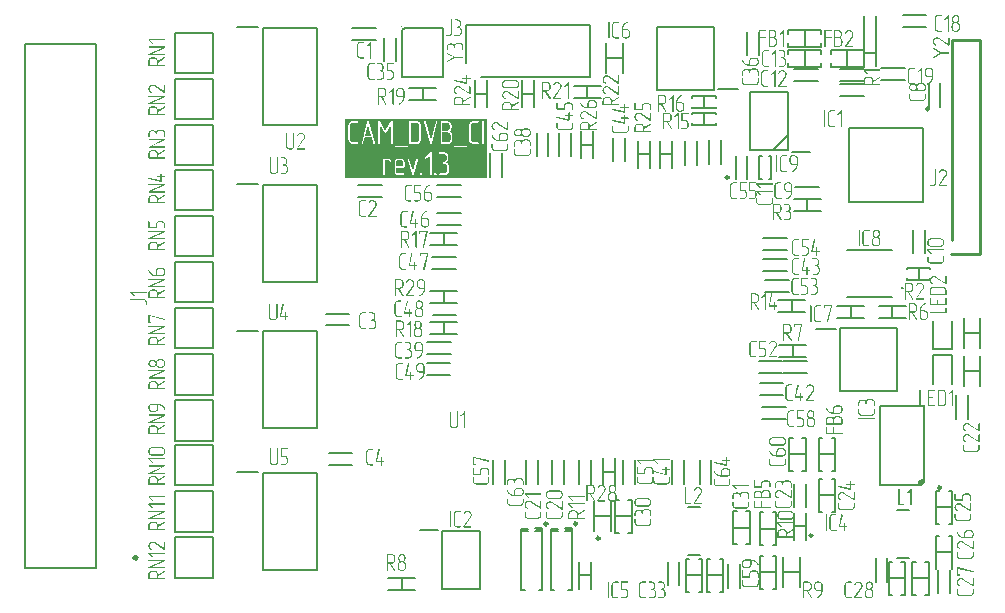
<source format=gto>
G04*
G04 #@! TF.GenerationSoftware,Altium Limited,Altium Designer,24.4.1 (13)*
G04*
G04 Layer_Color=65535*
%FSLAX44Y44*%
%MOMM*%
G71*
G04*
G04 #@! TF.SameCoordinates,5027E0DA-7AC5-4DA1-8C9F-505C02323C3A*
G04*
G04*
G04 #@! TF.FilePolarity,Positive*
G04*
G01*
G75*
%ADD10C,0.2000*%
%ADD11C,0.2500*%
%ADD12C,0.1000*%
%ADD13C,0.3810*%
%ADD14C,0.1500*%
%ADD15R,0.6000X0.1500*%
%ADD16R,0.6000X0.1500*%
G36*
X895000Y319750D02*
X892000Y319000D01*
Y320500D01*
X895000Y323500D01*
X897000D01*
X895000Y319750D01*
D02*
G37*
G36*
X527000Y578500D02*
X407000D01*
Y603500D01*
X527000D01*
Y578500D01*
D02*
G37*
G36*
Y603500D02*
X407000D01*
Y628500D01*
X527000D01*
Y603500D01*
D02*
G37*
G36*
X856824Y535142D02*
X856934D01*
X857062Y535106D01*
X857355Y535051D01*
X857703Y534941D01*
X858069Y534776D01*
X858252Y534684D01*
X858454Y534556D01*
X858618Y534428D01*
X858801Y534263D01*
X858820Y534245D01*
X858875Y534190D01*
X858966Y534098D01*
X859058Y533970D01*
X859168Y533824D01*
X859278Y533659D01*
X859388Y533476D01*
X859479Y533274D01*
X859644Y532743D01*
X859699Y532413D01*
Y532084D01*
Y531058D01*
Y531022D01*
Y530930D01*
X859681Y530784D01*
X859662Y530619D01*
X859626Y530399D01*
X859571Y530179D01*
X859497Y529941D01*
X859406Y529721D01*
X859388Y529703D01*
X859351Y529630D01*
X859296Y529520D01*
X859204Y529374D01*
X859076Y529209D01*
X858930Y529026D01*
X858765Y528842D01*
X858563Y528659D01*
X858600Y528641D01*
X858673Y528604D01*
X858801Y528513D01*
X858966Y528403D01*
X859149Y528238D01*
X859351Y528055D01*
X859552Y527835D01*
X859735Y527561D01*
X859754Y527524D01*
X859809Y527432D01*
X859882Y527286D01*
X859974Y527084D01*
X860065Y526846D01*
X860138Y526572D01*
X860193Y526260D01*
X860212Y525949D01*
Y523898D01*
Y523880D01*
Y523843D01*
Y523770D01*
X860193Y523678D01*
Y523568D01*
X860157Y523440D01*
X860102Y523147D01*
X859992Y522799D01*
X859827Y522433D01*
X859735Y522250D01*
X859607Y522066D01*
X859479Y521883D01*
X859314Y521718D01*
X859296Y521700D01*
X859278Y521682D01*
X859223Y521645D01*
X859149Y521590D01*
X858966Y521444D01*
X858710Y521279D01*
X858380Y521114D01*
X858014Y520986D01*
X857593Y520876D01*
X857373Y520858D01*
X857135Y520840D01*
X856000D01*
X855908Y520858D01*
X855816D01*
X855688Y520894D01*
X855414Y520949D01*
X855084Y521059D01*
X854718Y521206D01*
X854351Y521426D01*
X854168Y521572D01*
X853985Y521718D01*
X853967Y521737D01*
X853949Y521755D01*
X853894Y521810D01*
X853839Y521883D01*
X853692Y522066D01*
X853527Y522323D01*
X853344Y522653D01*
X853198Y523019D01*
X853088Y523440D01*
X853069Y523660D01*
X853051Y523898D01*
Y525949D01*
Y525967D01*
Y525985D01*
Y526077D01*
X853069Y526242D01*
X853106Y526425D01*
X853161Y526663D01*
X853234Y526920D01*
X853326Y527176D01*
X853472Y527451D01*
X853491Y527487D01*
X853546Y527579D01*
X853655Y527707D01*
X853784Y527872D01*
X853949Y528055D01*
X854168Y528256D01*
X854425Y528458D01*
X854699Y528659D01*
X854681Y528678D01*
X854608Y528732D01*
X854516Y528824D01*
X854388Y528952D01*
X854260Y529099D01*
X854113Y529282D01*
X853985Y529483D01*
X853857Y529703D01*
X853839Y529740D01*
X853820Y529813D01*
X853765Y529941D01*
X853710Y530106D01*
X853655Y530308D01*
X853619Y530546D01*
X853582Y530784D01*
X853564Y531058D01*
Y532102D01*
Y532121D01*
Y532157D01*
Y532212D01*
X853582Y532304D01*
Y532413D01*
X853619Y532523D01*
X853674Y532816D01*
X853784Y533146D01*
X853930Y533512D01*
X854150Y533897D01*
X854296Y534080D01*
X854443Y534263D01*
X854461Y534282D01*
X854516Y534336D01*
X854608Y534428D01*
X854736Y534520D01*
X854882Y534630D01*
X855047Y534739D01*
X855230Y534849D01*
X855432Y534941D01*
X855963Y535106D01*
X856293Y535161D01*
X856732D01*
X856824Y535142D01*
D02*
G37*
G36*
X850597D02*
X850707Y535087D01*
X850835Y534996D01*
X850854Y534959D01*
X850927Y534886D01*
X850982Y534776D01*
X851000Y534648D01*
Y534611D01*
X850982Y534520D01*
X850945Y534410D01*
X850854Y534282D01*
X850835Y534263D01*
X850762Y534208D01*
X850652Y534153D01*
X850487Y534135D01*
X847795D01*
X847630Y534098D01*
X847429Y534062D01*
X847209Y533988D01*
X846953Y533879D01*
X846715Y533732D01*
X846477Y533531D01*
X846458Y533512D01*
X846385Y533421D01*
X846293Y533293D01*
X846184Y533128D01*
X846074Y532926D01*
X845982Y532670D01*
X845909Y532395D01*
X845891Y532084D01*
Y523898D01*
Y523861D01*
X845909Y523751D01*
X845927Y523605D01*
X845964Y523403D01*
X846037Y523184D01*
X846147Y522927D01*
X846275Y522689D01*
X846477Y522451D01*
X846513Y522433D01*
X846587Y522360D01*
X846715Y522268D01*
X846880Y522158D01*
X847099Y522048D01*
X847356Y521957D01*
X847630Y521883D01*
X847942Y521865D01*
X850524D01*
X850597Y521847D01*
X850707Y521792D01*
X850835Y521700D01*
X850854Y521664D01*
X850927Y521590D01*
X850982Y521480D01*
X851000Y521352D01*
Y521316D01*
X850982Y521224D01*
X850945Y521114D01*
X850854Y520986D01*
X850835Y520968D01*
X850762Y520913D01*
X850652Y520858D01*
X850487Y520840D01*
X847832D01*
X847740Y520858D01*
X847630D01*
X847502Y520894D01*
X847227Y520949D01*
X846880Y521059D01*
X846532Y521206D01*
X846165Y521426D01*
X845982Y521572D01*
X845799Y521718D01*
X845781Y521737D01*
X845762Y521755D01*
X845707Y521810D01*
X845652Y521883D01*
X845506Y522066D01*
X845341Y522323D01*
X845158Y522653D01*
X845012Y523019D01*
X844902Y523440D01*
X844883Y523660D01*
X844865Y523898D01*
Y532084D01*
Y532102D01*
Y532139D01*
Y532212D01*
X844883Y532285D01*
Y532395D01*
X844920Y532523D01*
X844975Y532816D01*
X845085Y533146D01*
X845231Y533512D01*
X845451Y533879D01*
X845598Y534043D01*
X845744Y534227D01*
X845762Y534245D01*
X845781Y534263D01*
X845836Y534318D01*
X845909Y534373D01*
X846092Y534520D01*
X846348Y534703D01*
X846678Y534868D01*
X847044Y535014D01*
X847466Y535124D01*
X847704Y535142D01*
X847942Y535161D01*
X850524D01*
X850597Y535142D01*
D02*
G37*
G36*
X842411D02*
X842521Y535106D01*
X842649Y535014D01*
X842667Y534996D01*
X842741Y534922D01*
X842796Y534813D01*
X842814Y534648D01*
Y521334D01*
Y521316D01*
Y521297D01*
X842796Y521206D01*
X842759Y521077D01*
X842667Y520949D01*
X842649Y520931D01*
X842576Y520894D01*
X842448Y520858D01*
X842301Y520840D01*
X842283D01*
X842210Y520858D01*
X842100Y520894D01*
X841935Y520949D01*
X841917Y520968D01*
X841862Y521041D01*
X841807Y521169D01*
X841788Y521334D01*
Y534648D01*
Y534684D01*
X841807Y534758D01*
X841843Y534849D01*
X841935Y534977D01*
X841953Y535014D01*
X842045Y535069D01*
X842155Y535124D01*
X842301Y535161D01*
X842338D01*
X842411Y535142D01*
D02*
G37*
G36*
X697338Y634142D02*
X697448Y634087D01*
X697576Y633996D01*
X697594Y633959D01*
X697668Y633886D01*
X697722Y633776D01*
X697741Y633648D01*
Y633611D01*
X697722Y633520D01*
X697686Y633410D01*
X697594Y633282D01*
X697576Y633263D01*
X697503Y633208D01*
X697393Y633153D01*
X697228Y633135D01*
X692631D01*
Y628007D01*
X694811D01*
X694884Y627989D01*
X694994D01*
X695122Y627952D01*
X695415Y627897D01*
X695745Y627788D01*
X696111Y627623D01*
X696294Y627513D01*
X696477Y627403D01*
X696660Y627256D01*
X696825Y627092D01*
X696843Y627073D01*
X696862Y627055D01*
X696917Y627000D01*
X696972Y626927D01*
X697118Y626744D01*
X697283Y626487D01*
X697448Y626176D01*
X697594Y625810D01*
X697704Y625407D01*
X697722Y625187D01*
X697741Y624949D01*
Y622898D01*
Y622879D01*
Y622843D01*
Y622770D01*
X697722Y622678D01*
Y622587D01*
X697686Y622458D01*
X697631Y622147D01*
X697521Y621817D01*
X697356Y621451D01*
X697246Y621268D01*
X697137Y621085D01*
X696990Y620902D01*
X696825Y620737D01*
X696807Y620718D01*
X696788Y620700D01*
X696734Y620664D01*
X696660Y620590D01*
X696477Y620462D01*
X696221Y620297D01*
X695910Y620132D01*
X695543Y619986D01*
X695140Y619876D01*
X694921Y619858D01*
X694682Y619840D01*
X692064D01*
X691972Y619858D01*
X691862Y619894D01*
X691734Y619968D01*
X691716Y620004D01*
X691679Y620078D01*
X691624Y620206D01*
X691606Y620352D01*
Y620370D01*
X691624Y620425D01*
X691661Y620535D01*
X691716Y620664D01*
Y620682D01*
X691734Y620700D01*
X691807Y620773D01*
X691936Y620828D01*
X692009Y620865D01*
X694701D01*
X694811Y620883D01*
X694976Y620902D01*
X695177Y620938D01*
X695397Y621012D01*
X695635Y621121D01*
X695873Y621250D01*
X696111Y621451D01*
X696129Y621469D01*
X696202Y621561D01*
X696294Y621689D01*
X696422Y621854D01*
X696532Y622055D01*
X696624Y622312D01*
X696697Y622587D01*
X696715Y622898D01*
Y624949D01*
Y624967D01*
Y624986D01*
Y625095D01*
X696679Y625242D01*
X696642Y625443D01*
X696569Y625663D01*
X696459Y625901D01*
X696312Y626139D01*
X696111Y626377D01*
X696093Y626396D01*
X696001Y626469D01*
X695873Y626561D01*
X695708Y626689D01*
X695507Y626799D01*
X695250Y626890D01*
X694976Y626963D01*
X694664Y626982D01*
X692027D01*
X691936Y627000D01*
X691862Y627037D01*
X691771Y627110D01*
X691679Y627183D01*
X691624Y627311D01*
X691606Y627476D01*
Y633648D01*
Y633666D01*
Y633721D01*
X691624Y633813D01*
X691661Y633904D01*
X691734Y633996D01*
X691807Y634087D01*
X691936Y634142D01*
X692100Y634160D01*
X697265D01*
X697338Y634142D01*
D02*
G37*
G36*
X689152D02*
X689262Y634106D01*
X689390Y634014D01*
X689408Y633996D01*
X689482Y633923D01*
X689536Y633813D01*
X689555Y633648D01*
Y620334D01*
Y620316D01*
Y620297D01*
X689536Y620206D01*
X689500Y620078D01*
X689408Y619949D01*
X689390Y619931D01*
X689317Y619894D01*
X689189Y619858D01*
X689042Y619840D01*
X689024D01*
X688950Y619858D01*
X688840Y619894D01*
X688676Y619949D01*
X688657Y619968D01*
X688602Y620041D01*
X688548Y620169D01*
X688529Y620334D01*
Y632421D01*
X686332Y630205D01*
X686313Y630187D01*
X686240Y630132D01*
X686130Y630077D01*
X685984Y630058D01*
X685947D01*
X685855Y630077D01*
X685745Y630113D01*
X685617Y630205D01*
X685599Y630242D01*
X685544Y630315D01*
X685489Y630443D01*
X685471Y630589D01*
Y630608D01*
X685489Y630663D01*
X685526Y630773D01*
X685562Y630846D01*
X685617Y630937D01*
X688676Y634014D01*
X688694Y634032D01*
X688767Y634087D01*
X688877Y634142D01*
X689024Y634160D01*
X689060D01*
X689152Y634142D01*
D02*
G37*
G36*
X680563D02*
X680673D01*
X680801Y634106D01*
X681094Y634051D01*
X681424Y633941D01*
X681790Y633776D01*
X681973Y633684D01*
X682174Y633556D01*
X682339Y633428D01*
X682522Y633263D01*
X682541Y633245D01*
X682559Y633227D01*
X682614Y633172D01*
X682669Y633098D01*
X682815Y632915D01*
X682980Y632659D01*
X683145Y632329D01*
X683291Y631963D01*
X683401Y631542D01*
X683420Y631322D01*
X683438Y631084D01*
Y629033D01*
Y629015D01*
Y628978D01*
Y628905D01*
X683420Y628831D01*
Y628722D01*
X683383Y628593D01*
X683328Y628300D01*
X683218Y627971D01*
X683054Y627604D01*
X682944Y627421D01*
X682834Y627238D01*
X682687Y627055D01*
X682522Y626890D01*
X682504Y626872D01*
X682486Y626853D01*
X682431Y626817D01*
X682358Y626744D01*
X682174Y626615D01*
X681918Y626451D01*
X681588Y626286D01*
X681222Y626139D01*
X680801Y626029D01*
X680581Y626011D01*
X680343Y625993D01*
X680215D01*
X683365Y620590D01*
X683383Y620572D01*
X683401Y620517D01*
X683420Y620444D01*
X683438Y620334D01*
Y620297D01*
X683420Y620224D01*
X683365Y620096D01*
X683273Y619968D01*
X683237Y619949D01*
X683163Y619913D01*
X683035Y619858D01*
X682889Y619840D01*
X682815D01*
X682669Y619876D01*
X682651Y619894D01*
X682614Y619931D01*
X682541Y619986D01*
X682486Y620078D01*
X679043Y625993D01*
X677285D01*
Y620334D01*
Y620316D01*
Y620297D01*
X677266Y620206D01*
X677230Y620078D01*
X677138Y619949D01*
X677120Y619931D01*
X677047Y619894D01*
X676918Y619858D01*
X676772Y619840D01*
X676754D01*
X676680Y619858D01*
X676571Y619894D01*
X676406Y619949D01*
X676387Y619968D01*
X676332Y620041D01*
X676277Y620169D01*
X676259Y620334D01*
Y633648D01*
Y633666D01*
Y633721D01*
X676277Y633813D01*
X676314Y633904D01*
X676387Y633996D01*
X676461Y634087D01*
X676589Y634142D01*
X676754Y634160D01*
X680471D01*
X680563Y634142D01*
D02*
G37*
G36*
X893652Y490142D02*
X893780Y490124D01*
X893926Y490106D01*
X894091Y490069D01*
X894274Y490032D01*
X894677Y489922D01*
X895117Y489739D01*
X895336Y489629D01*
X895574Y489483D01*
X895794Y489336D01*
X896014Y489153D01*
X896032Y489135D01*
X896069Y489098D01*
X896124Y489043D01*
X896197Y488970D01*
X896289Y488860D01*
X896399Y488750D01*
X896508Y488604D01*
X896618Y488439D01*
X896838Y488073D01*
X897040Y487652D01*
X897113Y487413D01*
X897168Y487175D01*
X897204Y486919D01*
X897223Y486644D01*
Y486626D01*
Y486553D01*
Y486461D01*
X897204Y486333D01*
X897186Y486186D01*
X897150Y486003D01*
X897058Y485655D01*
Y485637D01*
X897021Y485564D01*
X896985Y485472D01*
X896930Y485344D01*
X896856Y485179D01*
X896765Y484996D01*
X896655Y484776D01*
X896527Y484557D01*
X891454Y476865D01*
X896637D01*
X896710Y476847D01*
X896820Y476792D01*
X896948Y476700D01*
X896966Y476664D01*
X897040Y476590D01*
X897094Y476480D01*
X897113Y476352D01*
Y476316D01*
X897094Y476224D01*
X897058Y476114D01*
X896985Y475986D01*
X896966Y475968D01*
X896893Y475913D01*
X896765Y475858D01*
X896600Y475840D01*
X890447D01*
X890374Y475858D01*
X890264Y475894D01*
X890135Y475986D01*
X890117Y476023D01*
X890062Y476114D01*
X890007Y476242D01*
X889989Y476389D01*
Y476407D01*
X890007Y476480D01*
X890026Y476554D01*
X890062Y476627D01*
X895666Y485143D01*
X895867Y485527D01*
X896032Y485894D01*
Y485912D01*
X896051Y485948D01*
X896069Y486022D01*
X896106Y486132D01*
X896142Y486370D01*
X896161Y486644D01*
Y486663D01*
Y486699D01*
Y486754D01*
X896142Y486828D01*
X896124Y487011D01*
X896051Y487249D01*
X895959Y487542D01*
X895813Y487835D01*
X895593Y488128D01*
X895465Y488274D01*
X895318Y488402D01*
X895300Y488421D01*
X895245Y488457D01*
X895172Y488512D01*
X895080Y488586D01*
X894952Y488677D01*
X894787Y488769D01*
X894622Y488860D01*
X894439Y488933D01*
X894421Y488952D01*
X894348Y488970D01*
X894256Y489007D01*
X894128Y489043D01*
X893981Y489080D01*
X893798Y489098D01*
X893615Y489135D01*
X893322D01*
X893176Y489117D01*
X893011Y489080D01*
X892809Y489043D01*
X892589Y488970D01*
X892370Y488860D01*
X892132Y488732D01*
X892113Y488714D01*
X892040Y488659D01*
X891912Y488549D01*
X891784Y488421D01*
X891619Y488219D01*
X891454Y488000D01*
X891289Y487706D01*
X891143Y487377D01*
X891124Y487359D01*
X891106Y487285D01*
X891051Y487212D01*
X890959Y487139D01*
X890941Y487121D01*
X890886Y487102D01*
X890795Y487066D01*
X890685Y487047D01*
X890648D01*
X890557Y487066D01*
X890428Y487102D01*
X890300Y487175D01*
X890282Y487194D01*
X890227Y487285D01*
X890172Y487395D01*
X890154Y487542D01*
X890190Y487725D01*
Y487743D01*
X890209Y487780D01*
X890227Y487853D01*
X890264Y487926D01*
X890374Y488146D01*
X890520Y488421D01*
X890703Y488732D01*
X890941Y489043D01*
X891216Y489336D01*
X891527Y489593D01*
X891546D01*
X891564Y489611D01*
X891674Y489684D01*
X891839Y489776D01*
X892058Y489886D01*
X892333Y489977D01*
X892663Y490069D01*
X893011Y490142D01*
X893395Y490160D01*
X893542D01*
X893652Y490142D01*
D02*
G37*
G36*
X885081D02*
X885191D01*
X885319Y490106D01*
X885612Y490051D01*
X885942Y489941D01*
X886308Y489776D01*
X886491Y489684D01*
X886693Y489556D01*
X886857Y489428D01*
X887040Y489263D01*
X887059Y489245D01*
X887077Y489227D01*
X887132Y489172D01*
X887187Y489098D01*
X887334Y488915D01*
X887498Y488659D01*
X887663Y488329D01*
X887810Y487963D01*
X887919Y487542D01*
X887938Y487322D01*
X887956Y487084D01*
Y485033D01*
Y485014D01*
Y484978D01*
Y484905D01*
X887938Y484831D01*
Y484721D01*
X887901Y484593D01*
X887846Y484300D01*
X887736Y483971D01*
X887572Y483604D01*
X887462Y483421D01*
X887352Y483238D01*
X887205Y483055D01*
X887040Y482890D01*
X887022Y482872D01*
X887004Y482854D01*
X886949Y482817D01*
X886876Y482744D01*
X886693Y482615D01*
X886436Y482451D01*
X886106Y482286D01*
X885740Y482139D01*
X885319Y482029D01*
X885099Y482011D01*
X884861Y481993D01*
X884733D01*
X887883Y476590D01*
X887901Y476572D01*
X887919Y476517D01*
X887938Y476444D01*
X887956Y476334D01*
Y476297D01*
X887938Y476224D01*
X887883Y476096D01*
X887791Y475968D01*
X887755Y475949D01*
X887681Y475913D01*
X887553Y475858D01*
X887407Y475840D01*
X887334D01*
X887187Y475876D01*
X887169Y475894D01*
X887132Y475931D01*
X887059Y475986D01*
X887004Y476077D01*
X883561Y481993D01*
X881803D01*
Y476334D01*
Y476316D01*
Y476297D01*
X881785Y476206D01*
X881748Y476077D01*
X881656Y475949D01*
X881638Y475931D01*
X881565Y475894D01*
X881437Y475858D01*
X881290Y475840D01*
X881272D01*
X881199Y475858D01*
X881089Y475894D01*
X880924Y475949D01*
X880906Y475968D01*
X880851Y476041D01*
X880796Y476169D01*
X880777Y476334D01*
Y489648D01*
Y489666D01*
Y489721D01*
X880796Y489813D01*
X880832Y489904D01*
X880906Y489996D01*
X880979Y490087D01*
X881107Y490142D01*
X881272Y490160D01*
X884989D01*
X885081Y490142D01*
D02*
G37*
G36*
X691836Y649142D02*
X691946Y649087D01*
X692056Y648996D01*
X692074Y648959D01*
X692129Y648886D01*
X692184Y648776D01*
X692203Y648630D01*
Y648611D01*
Y648538D01*
X692166Y648465D01*
X692129Y648373D01*
X692111Y648355D01*
X692074Y648300D01*
X692001Y648227D01*
X691873Y648153D01*
X691671Y648080D01*
X691452Y647970D01*
X691012Y647750D01*
X690994Y647732D01*
X690939Y647714D01*
X690866Y647659D01*
X690774Y647604D01*
X690518Y647421D01*
X690261Y647219D01*
X690243Y647201D01*
X690151Y647128D01*
X690042Y647018D01*
X689877Y646853D01*
X689694Y646652D01*
X689474Y646413D01*
X689254Y646121D01*
X689034Y645809D01*
X689016Y645791D01*
X688979Y645699D01*
X688906Y645571D01*
X688814Y645406D01*
X688723Y645205D01*
X688613Y644967D01*
X688503Y644710D01*
X688393Y644436D01*
X688375Y644399D01*
X688357Y644307D01*
X688302Y644161D01*
X688265Y643978D01*
X688210Y643758D01*
X688155Y643520D01*
X688137Y643282D01*
X688119Y643026D01*
X691287D01*
X691378Y643007D01*
X691488D01*
X691617Y642971D01*
X691928Y642916D01*
X692276Y642806D01*
X692642Y642641D01*
X692825Y642549D01*
X693008Y642421D01*
X693191Y642293D01*
X693356Y642128D01*
X693375Y642110D01*
X693393Y642092D01*
X693448Y642037D01*
X693503Y641963D01*
X693649Y641780D01*
X693814Y641524D01*
X693979Y641194D01*
X694107Y640828D01*
X694217Y640407D01*
X694235Y640187D01*
X694254Y639949D01*
Y637898D01*
Y637879D01*
Y637843D01*
Y637770D01*
X694235Y637678D01*
Y637568D01*
X694199Y637440D01*
X694144Y637147D01*
X694034Y636799D01*
X693869Y636433D01*
X693777Y636250D01*
X693649Y636067D01*
X693521Y635883D01*
X693356Y635718D01*
X693338Y635700D01*
X693320Y635682D01*
X693265Y635645D01*
X693191Y635590D01*
X693008Y635444D01*
X692752Y635279D01*
X692422Y635114D01*
X692056Y634986D01*
X691635Y634876D01*
X691415Y634858D01*
X691177Y634840D01*
X690042D01*
X689950Y634858D01*
X689858D01*
X689730Y634894D01*
X689455Y634949D01*
X689126Y635059D01*
X688760Y635206D01*
X688393Y635425D01*
X688210Y635572D01*
X688027Y635718D01*
X688009Y635737D01*
X687990Y635755D01*
X687935Y635810D01*
X687880Y635883D01*
X687734Y636067D01*
X687569Y636323D01*
X687386Y636652D01*
X687240Y637019D01*
X687130Y637440D01*
X687111Y637660D01*
X687093Y637898D01*
Y642439D01*
Y642458D01*
Y642531D01*
Y642641D01*
X687111Y642806D01*
X687130Y642989D01*
X687148Y643209D01*
X687185Y643447D01*
X687221Y643721D01*
X687294Y644015D01*
X687349Y644326D01*
X687441Y644656D01*
X687551Y644985D01*
X687679Y645333D01*
X687826Y645681D01*
X687990Y646011D01*
X688174Y646359D01*
X688192Y646377D01*
X688229Y646450D01*
X688302Y646542D01*
X688393Y646670D01*
X688521Y646835D01*
X688668Y647018D01*
X688851Y647219D01*
X689053Y647421D01*
X689272Y647641D01*
X689510Y647879D01*
X689785Y648098D01*
X690097Y648336D01*
X690408Y648538D01*
X690756Y648758D01*
X691122Y648941D01*
X691507Y649106D01*
X691726Y649161D01*
X691763D01*
X691836Y649142D01*
D02*
G37*
G36*
X684639D02*
X684749Y649106D01*
X684877Y649014D01*
X684895Y648996D01*
X684969Y648923D01*
X685024Y648813D01*
X685042Y648648D01*
Y635334D01*
Y635316D01*
Y635297D01*
X685024Y635206D01*
X684987Y635078D01*
X684895Y634949D01*
X684877Y634931D01*
X684804Y634894D01*
X684676Y634858D01*
X684529Y634840D01*
X684511D01*
X684438Y634858D01*
X684328Y634894D01*
X684163Y634949D01*
X684145Y634968D01*
X684090Y635041D01*
X684035Y635169D01*
X684016Y635334D01*
Y647421D01*
X681819Y645205D01*
X681801Y645186D01*
X681727Y645132D01*
X681617Y645077D01*
X681471Y645058D01*
X681434D01*
X681343Y645077D01*
X681233Y645113D01*
X681105Y645205D01*
X681086Y645241D01*
X681031Y645315D01*
X680976Y645443D01*
X680958Y645589D01*
Y645608D01*
X680976Y645663D01*
X681013Y645773D01*
X681050Y645846D01*
X681105Y645937D01*
X684163Y649014D01*
X684181Y649032D01*
X684255Y649087D01*
X684364Y649142D01*
X684511Y649161D01*
X684548D01*
X684639Y649142D01*
D02*
G37*
G36*
X676050D02*
X676160D01*
X676288Y649106D01*
X676581Y649051D01*
X676911Y648941D01*
X677277Y648776D01*
X677460Y648684D01*
X677662Y648556D01*
X677827Y648428D01*
X678010Y648263D01*
X678028Y648245D01*
X678046Y648227D01*
X678101Y648172D01*
X678156Y648098D01*
X678303Y647915D01*
X678467Y647659D01*
X678632Y647329D01*
X678779Y646963D01*
X678889Y646542D01*
X678907Y646322D01*
X678925Y646084D01*
Y644033D01*
Y644015D01*
Y643978D01*
Y643905D01*
X678907Y643831D01*
Y643721D01*
X678870Y643593D01*
X678815Y643300D01*
X678706Y642971D01*
X678541Y642604D01*
X678431Y642421D01*
X678321Y642238D01*
X678174Y642055D01*
X678010Y641890D01*
X677991Y641872D01*
X677973Y641853D01*
X677918Y641817D01*
X677845Y641744D01*
X677662Y641615D01*
X677405Y641451D01*
X677076Y641286D01*
X676709Y641139D01*
X676288Y641029D01*
X676068Y641011D01*
X675830Y640993D01*
X675702D01*
X678852Y635590D01*
X678870Y635572D01*
X678889Y635517D01*
X678907Y635444D01*
X678925Y635334D01*
Y635297D01*
X678907Y635224D01*
X678852Y635096D01*
X678761Y634968D01*
X678724Y634949D01*
X678651Y634913D01*
X678522Y634858D01*
X678376Y634840D01*
X678303D01*
X678156Y634876D01*
X678138Y634894D01*
X678101Y634931D01*
X678028Y634986D01*
X677973Y635078D01*
X674530Y640993D01*
X672772D01*
Y635334D01*
Y635316D01*
Y635297D01*
X672754Y635206D01*
X672717Y635078D01*
X672626Y634949D01*
X672607Y634931D01*
X672534Y634894D01*
X672406Y634858D01*
X672259Y634840D01*
X672241D01*
X672168Y634858D01*
X672058Y634894D01*
X671893Y634949D01*
X671875Y634968D01*
X671820Y635041D01*
X671765Y635169D01*
X671746Y635334D01*
Y648648D01*
Y648666D01*
Y648721D01*
X671765Y648813D01*
X671801Y648904D01*
X671875Y648996D01*
X671948Y649087D01*
X672076Y649142D01*
X672241Y649161D01*
X675958D01*
X676050Y649142D01*
D02*
G37*
G36*
X787355Y598142D02*
X787465D01*
X787593Y598106D01*
X787886Y598051D01*
X788234Y597941D01*
X788600Y597776D01*
X788783Y597666D01*
X788966Y597556D01*
X789131Y597410D01*
X789314Y597245D01*
X789333Y597227D01*
X789388Y597172D01*
X789479Y597080D01*
X789571Y596970D01*
X789680Y596824D01*
X789790Y596659D01*
X789900Y596476D01*
X789992Y596274D01*
X790157Y595725D01*
X790212Y595395D01*
Y595084D01*
Y590542D01*
Y590524D01*
Y590451D01*
Y590341D01*
X790193Y590176D01*
X790175Y589993D01*
X790157Y589773D01*
X790120Y589535D01*
X790083Y589260D01*
X790010Y588967D01*
X789937Y588656D01*
X789864Y588326D01*
X789754Y587997D01*
X789626Y587649D01*
X789479Y587301D01*
X789314Y586971D01*
X789113Y586623D01*
X789094Y586605D01*
X789058Y586531D01*
X788985Y586440D01*
X788893Y586312D01*
X788765Y586165D01*
X788618Y585982D01*
X788435Y585781D01*
X788252Y585561D01*
X788014Y585341D01*
X787776Y585121D01*
X787501Y584883D01*
X787190Y584664D01*
X786879Y584444D01*
X786531Y584242D01*
X786164Y584041D01*
X785780Y583876D01*
X785560Y583839D01*
X785542D01*
X785487Y583858D01*
X785377Y583894D01*
X785212Y583986D01*
X785194Y584023D01*
X785157Y584096D01*
X785102Y584206D01*
X785084Y584352D01*
Y584389D01*
Y584444D01*
X785102Y584535D01*
X785139Y584627D01*
X785157Y584645D01*
X785194Y584700D01*
X785285Y584773D01*
X785414Y584828D01*
X785432D01*
X785487Y584847D01*
X785560Y584883D01*
X785652Y584920D01*
X785780Y584975D01*
X785926Y585048D01*
X786256Y585231D01*
X786640Y585469D01*
X786787Y585561D01*
X787025Y585762D01*
X787062Y585781D01*
X787135Y585854D01*
X787263Y585964D01*
X787410Y586129D01*
X787593Y586330D01*
X787813Y586568D01*
X788032Y586861D01*
X788252Y587173D01*
X788270Y587209D01*
X788307Y587282D01*
X788380Y587411D01*
X788472Y587575D01*
X788563Y587777D01*
X788673Y588015D01*
X788783Y588271D01*
X788893Y588546D01*
X788911Y588583D01*
X788948Y588674D01*
X788985Y588821D01*
X789040Y589004D01*
X789094Y589224D01*
X789149Y589462D01*
X789168Y589718D01*
X789186Y589975D01*
X786000D01*
X785908Y589993D01*
X785798D01*
X785670Y590029D01*
X785359Y590084D01*
X785029Y590194D01*
X784644Y590341D01*
X784278Y590560D01*
X784095Y590707D01*
X783930Y590854D01*
X783912Y590872D01*
X783894Y590890D01*
X783857Y590945D01*
X783802Y591018D01*
X783655Y591202D01*
X783491Y591458D01*
X783326Y591787D01*
X783198Y592154D01*
X783088Y592575D01*
X783069Y592795D01*
X783051Y593033D01*
Y595084D01*
Y595102D01*
Y595139D01*
Y595212D01*
X783069Y595285D01*
Y595395D01*
X783106Y595523D01*
X783161Y595816D01*
X783271Y596146D01*
X783417Y596512D01*
X783637Y596879D01*
X783784Y597043D01*
X783930Y597227D01*
X783948Y597245D01*
X783967Y597263D01*
X784022Y597318D01*
X784095Y597373D01*
X784278Y597520D01*
X784535Y597703D01*
X784864Y597868D01*
X785230Y598014D01*
X785652Y598124D01*
X785890Y598142D01*
X786128Y598161D01*
X787281D01*
X787355Y598142D01*
D02*
G37*
G36*
X780597D02*
X780707Y598087D01*
X780835Y597996D01*
X780854Y597959D01*
X780927Y597886D01*
X780982Y597776D01*
X781000Y597648D01*
Y597611D01*
X780982Y597520D01*
X780945Y597410D01*
X780854Y597281D01*
X780835Y597263D01*
X780762Y597208D01*
X780652Y597153D01*
X780487Y597135D01*
X777795D01*
X777630Y597098D01*
X777429Y597062D01*
X777209Y596988D01*
X776953Y596879D01*
X776715Y596732D01*
X776477Y596531D01*
X776458Y596512D01*
X776385Y596421D01*
X776293Y596293D01*
X776184Y596128D01*
X776074Y595926D01*
X775982Y595670D01*
X775909Y595395D01*
X775891Y595084D01*
Y586898D01*
Y586861D01*
X775909Y586751D01*
X775927Y586605D01*
X775964Y586403D01*
X776037Y586184D01*
X776147Y585927D01*
X776275Y585689D01*
X776477Y585451D01*
X776513Y585433D01*
X776587Y585359D01*
X776715Y585268D01*
X776880Y585158D01*
X777099Y585048D01*
X777356Y584957D01*
X777630Y584883D01*
X777942Y584865D01*
X780524D01*
X780597Y584847D01*
X780707Y584792D01*
X780835Y584700D01*
X780854Y584664D01*
X780927Y584590D01*
X780982Y584480D01*
X781000Y584352D01*
Y584316D01*
X780982Y584224D01*
X780945Y584114D01*
X780854Y583986D01*
X780835Y583968D01*
X780762Y583913D01*
X780652Y583858D01*
X780487Y583839D01*
X777832D01*
X777740Y583858D01*
X777630D01*
X777502Y583894D01*
X777227Y583949D01*
X776880Y584059D01*
X776532Y584206D01*
X776165Y584426D01*
X775982Y584572D01*
X775799Y584719D01*
X775781Y584737D01*
X775762Y584755D01*
X775707Y584810D01*
X775652Y584883D01*
X775506Y585066D01*
X775341Y585323D01*
X775158Y585653D01*
X775012Y586019D01*
X774902Y586440D01*
X774883Y586660D01*
X774865Y586898D01*
Y595084D01*
Y595102D01*
Y595139D01*
Y595212D01*
X774883Y595285D01*
Y595395D01*
X774920Y595523D01*
X774975Y595816D01*
X775085Y596146D01*
X775231Y596512D01*
X775451Y596879D01*
X775598Y597043D01*
X775744Y597227D01*
X775762Y597245D01*
X775781Y597263D01*
X775836Y597318D01*
X775909Y597373D01*
X776092Y597520D01*
X776348Y597703D01*
X776678Y597868D01*
X777044Y598014D01*
X777466Y598124D01*
X777704Y598142D01*
X777942Y598161D01*
X780524D01*
X780597Y598142D01*
D02*
G37*
G36*
X772411D02*
X772521Y598106D01*
X772649Y598014D01*
X772667Y597996D01*
X772741Y597923D01*
X772796Y597813D01*
X772814Y597648D01*
Y584334D01*
Y584316D01*
Y584297D01*
X772796Y584206D01*
X772759Y584077D01*
X772667Y583949D01*
X772649Y583931D01*
X772576Y583894D01*
X772448Y583858D01*
X772301Y583839D01*
X772283D01*
X772210Y583858D01*
X772100Y583894D01*
X771935Y583949D01*
X771917Y583968D01*
X771862Y584041D01*
X771807Y584169D01*
X771788Y584334D01*
Y597648D01*
Y597684D01*
X771807Y597758D01*
X771843Y597849D01*
X771935Y597977D01*
X771953Y598014D01*
X772045Y598069D01*
X772155Y598124D01*
X772301Y598161D01*
X772338D01*
X772411Y598142D01*
D02*
G37*
G36*
X768794Y574184D02*
X768923Y574147D01*
X769051Y574056D01*
X769069Y574038D01*
X769106Y573964D01*
X769142Y573836D01*
X769161Y573690D01*
Y573671D01*
X769142Y573598D01*
X769106Y573488D01*
X769051Y573323D01*
X769032Y573305D01*
X768959Y573250D01*
X768831Y573195D01*
X768666Y573177D01*
X756579D01*
X758795Y570979D01*
X758813Y570961D01*
X758868Y570888D01*
X758923Y570778D01*
X758942Y570631D01*
Y570595D01*
X758923Y570503D01*
X758887Y570393D01*
X758795Y570265D01*
X758758Y570247D01*
X758685Y570192D01*
X758557Y570137D01*
X758411Y570119D01*
X758392D01*
X758337Y570137D01*
X758227Y570173D01*
X758154Y570210D01*
X758063Y570265D01*
X754986Y573323D01*
X754968Y573342D01*
X754913Y573415D01*
X754858Y573525D01*
X754839Y573671D01*
Y573708D01*
X754858Y573800D01*
X754894Y573909D01*
X754986Y574038D01*
X755004Y574056D01*
X755078Y574129D01*
X755187Y574184D01*
X755352Y574202D01*
X768666D01*
X768684D01*
X768703D01*
X768794Y574184D01*
D02*
G37*
G36*
Y568049D02*
X768923Y568013D01*
X769051Y567921D01*
X769069Y567903D01*
X769106Y567829D01*
X769142Y567701D01*
X769161Y567555D01*
Y567536D01*
X769142Y567463D01*
X769106Y567353D01*
X769051Y567188D01*
X769032Y567170D01*
X768959Y567115D01*
X768831Y567060D01*
X768666Y567042D01*
X756579D01*
X758795Y564844D01*
X758813Y564826D01*
X758868Y564753D01*
X758923Y564643D01*
X758942Y564496D01*
Y564460D01*
X758923Y564368D01*
X758887Y564258D01*
X758795Y564130D01*
X758758Y564112D01*
X758685Y564057D01*
X758557Y564002D01*
X758411Y563984D01*
X758392D01*
X758337Y564002D01*
X758227Y564039D01*
X758154Y564075D01*
X758063Y564130D01*
X754986Y567188D01*
X754968Y567207D01*
X754913Y567280D01*
X754858Y567390D01*
X754839Y567536D01*
Y567573D01*
X754858Y567665D01*
X754894Y567775D01*
X754986Y567903D01*
X755004Y567921D01*
X755078Y567994D01*
X755187Y568049D01*
X755352Y568068D01*
X768666D01*
X768684D01*
X768703D01*
X768794Y568049D01*
D02*
G37*
G36*
X768776Y561914D02*
X768886Y561878D01*
X769014Y561786D01*
X769032Y561768D01*
X769087Y561694D01*
X769142Y561585D01*
X769161Y561420D01*
Y558764D01*
X769142Y558673D01*
Y558563D01*
X769106Y558435D01*
X769051Y558160D01*
X768941Y557812D01*
X768794Y557464D01*
X768575Y557098D01*
X768428Y556915D01*
X768281Y556731D01*
X768263Y556713D01*
X768245Y556695D01*
X768190Y556640D01*
X768117Y556585D01*
X767934Y556438D01*
X767677Y556274D01*
X767347Y556091D01*
X766981Y555944D01*
X766560Y555834D01*
X766340Y555816D01*
X766102Y555798D01*
X757916D01*
X757898D01*
X757861D01*
X757788D01*
X757715Y555816D01*
X757605D01*
X757477Y555853D01*
X757184Y555907D01*
X756854Y556017D01*
X756488Y556164D01*
X756121Y556384D01*
X755957Y556530D01*
X755773Y556677D01*
X755755Y556695D01*
X755737Y556713D01*
X755682Y556768D01*
X755627Y556841D01*
X755480Y557024D01*
X755297Y557281D01*
X755133Y557611D01*
X754986Y557977D01*
X754876Y558398D01*
X754858Y558636D01*
X754839Y558874D01*
Y561456D01*
X754858Y561530D01*
X754913Y561640D01*
X755004Y561768D01*
X755041Y561786D01*
X755114Y561859D01*
X755224Y561914D01*
X755352Y561932D01*
X755389D01*
X755480Y561914D01*
X755590Y561878D01*
X755719Y561786D01*
X755737Y561768D01*
X755792Y561694D01*
X755847Y561585D01*
X755865Y561420D01*
Y558728D01*
X755902Y558563D01*
X755938Y558361D01*
X756012Y558142D01*
X756121Y557885D01*
X756268Y557647D01*
X756469Y557409D01*
X756488Y557391D01*
X756579Y557318D01*
X756707Y557226D01*
X756872Y557116D01*
X757074Y557006D01*
X757330Y556915D01*
X757605Y556841D01*
X757916Y556823D01*
X766102D01*
X766139D01*
X766249Y556841D01*
X766395Y556860D01*
X766597Y556896D01*
X766816Y556970D01*
X767073Y557080D01*
X767311Y557208D01*
X767549Y557409D01*
X767567Y557446D01*
X767641Y557519D01*
X767732Y557647D01*
X767842Y557812D01*
X767952Y558032D01*
X768043Y558288D01*
X768117Y558563D01*
X768135Y558874D01*
Y561456D01*
X768153Y561530D01*
X768208Y561640D01*
X768300Y561768D01*
X768336Y561786D01*
X768410Y561859D01*
X768520Y561914D01*
X768648Y561932D01*
X768684D01*
X768776Y561914D01*
D02*
G37*
G36*
X768249Y481142D02*
X768377Y481106D01*
X768487Y481014D01*
X768505Y480996D01*
X768578Y480923D01*
X768633Y480794D01*
X768651Y480648D01*
X768633Y480538D01*
X766710Y470942D01*
X769677D01*
Y473506D01*
Y473542D01*
X769695Y473615D01*
X769732Y473707D01*
X769824Y473835D01*
X769842Y473872D01*
X769933Y473927D01*
X770043Y473982D01*
X770190Y474018D01*
X770226D01*
X770300Y474000D01*
X770409Y473963D01*
X770538Y473872D01*
X770556Y473853D01*
X770629Y473780D01*
X770684Y473670D01*
X770703Y473506D01*
Y470942D01*
X772277D01*
X772351Y470923D01*
X772461Y470868D01*
X772589Y470777D01*
X772607Y470740D01*
X772680Y470667D01*
X772735Y470557D01*
X772754Y470429D01*
Y470392D01*
X772735Y470301D01*
X772699Y470191D01*
X772607Y470063D01*
X772589Y470044D01*
X772515Y469989D01*
X772406Y469934D01*
X772241Y469916D01*
X770703D01*
Y467334D01*
Y467316D01*
Y467297D01*
X770684Y467206D01*
X770648Y467078D01*
X770556Y466949D01*
X770538Y466931D01*
X770464Y466894D01*
X770336Y466858D01*
X770190Y466839D01*
X770171D01*
X770098Y466858D01*
X769988Y466894D01*
X769824Y466949D01*
X769805Y466968D01*
X769750Y467041D01*
X769695Y467169D01*
X769677Y467334D01*
Y469916D01*
X766051D01*
X765959Y469934D01*
X765849Y469971D01*
X765721Y470044D01*
X765703Y470063D01*
X765648Y470136D01*
X765593Y470246D01*
X765575Y470392D01*
X765593Y470521D01*
X767644Y480739D01*
Y480758D01*
Y480776D01*
X767681Y480849D01*
X767717Y480959D01*
X767809Y481051D01*
X768120Y481161D01*
X768157D01*
X768249Y481142D01*
D02*
G37*
G36*
X763139D02*
X763249Y481106D01*
X763377Y481014D01*
X763395Y480996D01*
X763469Y480923D01*
X763524Y480813D01*
X763542Y480648D01*
Y467334D01*
Y467316D01*
Y467297D01*
X763524Y467206D01*
X763487Y467078D01*
X763395Y466949D01*
X763377Y466931D01*
X763304Y466894D01*
X763176Y466858D01*
X763029Y466839D01*
X763011D01*
X762938Y466858D01*
X762828Y466894D01*
X762663Y466949D01*
X762645Y466968D01*
X762590Y467041D01*
X762535Y467169D01*
X762516Y467334D01*
Y479421D01*
X760319Y477205D01*
X760301Y477187D01*
X760227Y477132D01*
X760117Y477077D01*
X759971Y477058D01*
X759934D01*
X759843Y477077D01*
X759733Y477113D01*
X759605Y477205D01*
X759586Y477242D01*
X759531Y477315D01*
X759476Y477443D01*
X759458Y477589D01*
Y477608D01*
X759476Y477663D01*
X759513Y477773D01*
X759550Y477846D01*
X759605Y477937D01*
X762663Y481014D01*
X762681Y481032D01*
X762755Y481087D01*
X762864Y481142D01*
X763011Y481161D01*
X763047D01*
X763139Y481142D01*
D02*
G37*
G36*
X754550D02*
X754660D01*
X754788Y481106D01*
X755081Y481051D01*
X755411Y480941D01*
X755777Y480776D01*
X755960Y480684D01*
X756162Y480556D01*
X756327Y480428D01*
X756510Y480263D01*
X756528Y480245D01*
X756546Y480227D01*
X756601Y480172D01*
X756656Y480098D01*
X756803Y479915D01*
X756967Y479659D01*
X757132Y479329D01*
X757279Y478963D01*
X757389Y478542D01*
X757407Y478322D01*
X757425Y478084D01*
Y476033D01*
Y476015D01*
Y475978D01*
Y475905D01*
X757407Y475831D01*
Y475722D01*
X757370Y475593D01*
X757315Y475300D01*
X757206Y474971D01*
X757041Y474604D01*
X756931Y474421D01*
X756821Y474238D01*
X756674Y474055D01*
X756510Y473890D01*
X756491Y473872D01*
X756473Y473853D01*
X756418Y473817D01*
X756345Y473744D01*
X756162Y473615D01*
X755905Y473451D01*
X755576Y473286D01*
X755209Y473139D01*
X754788Y473029D01*
X754568Y473011D01*
X754330Y472993D01*
X754202D01*
X757352Y467590D01*
X757370Y467572D01*
X757389Y467517D01*
X757407Y467444D01*
X757425Y467334D01*
Y467297D01*
X757407Y467224D01*
X757352Y467096D01*
X757261Y466968D01*
X757224Y466949D01*
X757151Y466913D01*
X757022Y466858D01*
X756876Y466839D01*
X756803D01*
X756656Y466876D01*
X756638Y466894D01*
X756601Y466931D01*
X756528Y466986D01*
X756473Y467078D01*
X753030Y472993D01*
X751272D01*
Y467334D01*
Y467316D01*
Y467297D01*
X751254Y467206D01*
X751217Y467078D01*
X751125Y466949D01*
X751107Y466931D01*
X751034Y466894D01*
X750906Y466858D01*
X750759Y466839D01*
X750741D01*
X750668Y466858D01*
X750558Y466894D01*
X750393Y466949D01*
X750375Y466968D01*
X750320Y467041D01*
X750265Y467169D01*
X750246Y467334D01*
Y480648D01*
Y480666D01*
Y480721D01*
X750265Y480813D01*
X750301Y480904D01*
X750375Y480996D01*
X750448Y481087D01*
X750576Y481142D01*
X750741Y481161D01*
X754458D01*
X754550Y481142D01*
D02*
G37*
G36*
X793811Y455142D02*
X793921Y455106D01*
X794049Y455032D01*
X794067Y455014D01*
X794122Y454941D01*
X794177Y454831D01*
X794195Y454684D01*
X794159Y454520D01*
X791082Y441224D01*
Y441206D01*
X791045Y441169D01*
X790990Y441077D01*
X790899Y440931D01*
X790587Y440840D01*
X790551D01*
X790478Y440858D01*
X790349Y440894D01*
X790221Y440949D01*
X790203Y440968D01*
X790148Y441041D01*
X790075Y441151D01*
X790056Y441316D01*
X790093Y441462D01*
X793023Y454135D01*
X788042D01*
Y453109D01*
Y453091D01*
Y453073D01*
X788024Y452981D01*
X787987Y452853D01*
X787896Y452725D01*
X787877Y452706D01*
X787804Y452670D01*
X787676Y452633D01*
X787529Y452615D01*
X787511D01*
X787438Y452633D01*
X787328Y452670D01*
X787163Y452725D01*
X787145Y452743D01*
X787090Y452816D01*
X787035Y452945D01*
X787016Y453109D01*
Y454648D01*
Y454666D01*
Y454721D01*
X787035Y454813D01*
X787071Y454904D01*
X787145Y454996D01*
X787218Y455087D01*
X787346Y455142D01*
X787511Y455160D01*
X793701D01*
X793811Y455142D01*
D02*
G37*
G36*
X782108D02*
X782218D01*
X782346Y455106D01*
X782639Y455051D01*
X782969Y454941D01*
X783335Y454776D01*
X783519Y454684D01*
X783720Y454556D01*
X783885Y454428D01*
X784068Y454263D01*
X784086Y454245D01*
X784105Y454226D01*
X784159Y454172D01*
X784214Y454098D01*
X784361Y453915D01*
X784526Y453659D01*
X784691Y453329D01*
X784837Y452963D01*
X784947Y452542D01*
X784965Y452322D01*
X784984Y452084D01*
Y450033D01*
Y450014D01*
Y449978D01*
Y449905D01*
X784965Y449831D01*
Y449721D01*
X784929Y449593D01*
X784874Y449300D01*
X784764Y448971D01*
X784599Y448604D01*
X784489Y448421D01*
X784379Y448238D01*
X784233Y448055D01*
X784068Y447890D01*
X784050Y447872D01*
X784031Y447854D01*
X783976Y447817D01*
X783903Y447744D01*
X783720Y447615D01*
X783464Y447451D01*
X783134Y447286D01*
X782768Y447139D01*
X782346Y447029D01*
X782127Y447011D01*
X781889Y446993D01*
X781760D01*
X784910Y441590D01*
X784929Y441572D01*
X784947Y441517D01*
X784965Y441444D01*
X784984Y441334D01*
Y441297D01*
X784965Y441224D01*
X784910Y441096D01*
X784819Y440968D01*
X784782Y440949D01*
X784709Y440913D01*
X784581Y440858D01*
X784434Y440840D01*
X784361D01*
X784214Y440876D01*
X784196Y440894D01*
X784159Y440931D01*
X784086Y440986D01*
X784031Y441077D01*
X780588Y446993D01*
X778830D01*
Y441334D01*
Y441316D01*
Y441297D01*
X778812Y441206D01*
X778775Y441077D01*
X778684Y440949D01*
X778665Y440931D01*
X778592Y440894D01*
X778464Y440858D01*
X778317Y440840D01*
X778299D01*
X778226Y440858D01*
X778116Y440894D01*
X777951Y440949D01*
X777933Y440968D01*
X777878Y441041D01*
X777823Y441169D01*
X777805Y441334D01*
Y454648D01*
Y454666D01*
Y454721D01*
X777823Y454813D01*
X777860Y454904D01*
X777933Y454996D01*
X778006Y455087D01*
X778134Y455142D01*
X778299Y455160D01*
X782017D01*
X782108Y455142D01*
D02*
G37*
G36*
X898019Y472892D02*
X898129Y472837D01*
X898239Y472746D01*
X898257Y472709D01*
X898312Y472636D01*
X898367Y472526D01*
X898385Y472379D01*
Y472361D01*
Y472288D01*
X898348Y472215D01*
X898312Y472123D01*
X898294Y472105D01*
X898257Y472050D01*
X898184Y471977D01*
X898055Y471903D01*
X897854Y471830D01*
X897634Y471720D01*
X897195Y471500D01*
X897176Y471482D01*
X897121Y471464D01*
X897048Y471409D01*
X896957Y471354D01*
X896700Y471171D01*
X896444Y470969D01*
X896425Y470951D01*
X896334Y470878D01*
X896224Y470768D01*
X896059Y470603D01*
X895876Y470402D01*
X895656Y470164D01*
X895437Y469870D01*
X895217Y469559D01*
X895199Y469541D01*
X895162Y469449D01*
X895089Y469321D01*
X894997Y469156D01*
X894905Y468955D01*
X894796Y468717D01*
X894686Y468460D01*
X894576Y468186D01*
X894557Y468149D01*
X894539Y468058D01*
X894484Y467911D01*
X894448Y467728D01*
X894393Y467508D01*
X894338Y467270D01*
X894319Y467032D01*
X894301Y466776D01*
X897469D01*
X897561Y466757D01*
X897671D01*
X897799Y466721D01*
X898110Y466666D01*
X898458Y466556D01*
X898824Y466391D01*
X899008Y466299D01*
X899191Y466171D01*
X899374Y466043D01*
X899539Y465878D01*
X899557Y465860D01*
X899575Y465842D01*
X899630Y465787D01*
X899685Y465713D01*
X899832Y465530D01*
X899997Y465274D01*
X900161Y464944D01*
X900290Y464578D01*
X900399Y464157D01*
X900418Y463937D01*
X900436Y463699D01*
Y461648D01*
Y461629D01*
Y461593D01*
Y461520D01*
X900418Y461428D01*
Y461318D01*
X900381Y461190D01*
X900326Y460897D01*
X900216Y460549D01*
X900051Y460183D01*
X899960Y460000D01*
X899832Y459817D01*
X899704Y459633D01*
X899539Y459468D01*
X899520Y459450D01*
X899502Y459432D01*
X899447Y459395D01*
X899374Y459340D01*
X899191Y459194D01*
X898934Y459029D01*
X898605Y458864D01*
X898239Y458736D01*
X897817Y458626D01*
X897598Y458608D01*
X897359Y458590D01*
X896224D01*
X896133Y458608D01*
X896041D01*
X895913Y458644D01*
X895638Y458699D01*
X895308Y458809D01*
X894942Y458956D01*
X894576Y459175D01*
X894393Y459322D01*
X894210Y459468D01*
X894191Y459487D01*
X894173Y459505D01*
X894118Y459560D01*
X894063Y459633D01*
X893917Y459817D01*
X893752Y460073D01*
X893569Y460402D01*
X893422Y460769D01*
X893312Y461190D01*
X893294Y461410D01*
X893276Y461648D01*
Y466189D01*
Y466208D01*
Y466281D01*
Y466391D01*
X893294Y466556D01*
X893312Y466739D01*
X893331Y466959D01*
X893367Y467197D01*
X893404Y467472D01*
X893477Y467765D01*
X893532Y468076D01*
X893624Y468405D01*
X893733Y468735D01*
X893862Y469083D01*
X894008Y469431D01*
X894173Y469761D01*
X894356Y470109D01*
X894374Y470127D01*
X894411Y470200D01*
X894484Y470292D01*
X894576Y470420D01*
X894704Y470585D01*
X894850Y470768D01*
X895034Y470969D01*
X895235Y471171D01*
X895455Y471390D01*
X895693Y471629D01*
X895968Y471848D01*
X896279Y472086D01*
X896590Y472288D01*
X896938Y472508D01*
X897305Y472691D01*
X897689Y472856D01*
X897909Y472911D01*
X897945D01*
X898019Y472892D01*
D02*
G37*
G36*
X888368D02*
X888477D01*
X888606Y472856D01*
X888899Y472801D01*
X889228Y472691D01*
X889595Y472526D01*
X889778Y472434D01*
X889979Y472306D01*
X890144Y472178D01*
X890327Y472013D01*
X890345Y471995D01*
X890364Y471977D01*
X890419Y471922D01*
X890474Y471848D01*
X890620Y471665D01*
X890785Y471409D01*
X890950Y471079D01*
X891096Y470713D01*
X891206Y470292D01*
X891225Y470072D01*
X891243Y469834D01*
Y467783D01*
Y467765D01*
Y467728D01*
Y467655D01*
X891225Y467581D01*
Y467472D01*
X891188Y467343D01*
X891133Y467050D01*
X891023Y466721D01*
X890858Y466354D01*
X890748Y466171D01*
X890639Y465988D01*
X890492Y465805D01*
X890327Y465640D01*
X890309Y465622D01*
X890291Y465603D01*
X890236Y465567D01*
X890162Y465494D01*
X889979Y465365D01*
X889723Y465201D01*
X889393Y465036D01*
X889027Y464889D01*
X888606Y464779D01*
X888386Y464761D01*
X888148Y464743D01*
X888020D01*
X891170Y459340D01*
X891188Y459322D01*
X891206Y459267D01*
X891225Y459194D01*
X891243Y459084D01*
Y459047D01*
X891225Y458974D01*
X891170Y458846D01*
X891078Y458718D01*
X891041Y458699D01*
X890968Y458663D01*
X890840Y458608D01*
X890693Y458590D01*
X890620D01*
X890474Y458626D01*
X890455Y458644D01*
X890419Y458681D01*
X890345Y458736D01*
X890291Y458828D01*
X886848Y464743D01*
X885089D01*
Y459084D01*
Y459066D01*
Y459047D01*
X885071Y458956D01*
X885035Y458828D01*
X884943Y458699D01*
X884925Y458681D01*
X884851Y458644D01*
X884723Y458608D01*
X884577Y458590D01*
X884558D01*
X884485Y458608D01*
X884375Y458644D01*
X884210Y458699D01*
X884192Y458718D01*
X884137Y458791D01*
X884082Y458919D01*
X884064Y459084D01*
Y472398D01*
Y472416D01*
Y472471D01*
X884082Y472563D01*
X884119Y472654D01*
X884192Y472746D01*
X884265Y472837D01*
X884394Y472892D01*
X884558Y472911D01*
X888276D01*
X888368Y472892D01*
D02*
G37*
G36*
X818836Y471142D02*
X818946Y471106D01*
X819074Y471032D01*
X819093Y471014D01*
X819148Y470941D01*
X819202Y470831D01*
X819221Y470684D01*
X819184Y470520D01*
X816107Y457224D01*
Y457206D01*
X816071Y457169D01*
X816016Y457077D01*
X815924Y456931D01*
X815613Y456839D01*
X815576D01*
X815503Y456858D01*
X815375Y456894D01*
X815247Y456949D01*
X815229Y456968D01*
X815174Y457041D01*
X815100Y457151D01*
X815082Y457316D01*
X815119Y457462D01*
X818049Y470135D01*
X813067D01*
Y469109D01*
Y469091D01*
Y469073D01*
X813049Y468981D01*
X813013Y468853D01*
X812921Y468725D01*
X812903Y468707D01*
X812829Y468670D01*
X812701Y468633D01*
X812555Y468615D01*
X812536D01*
X812463Y468633D01*
X812353Y468670D01*
X812188Y468725D01*
X812170Y468743D01*
X812115Y468816D01*
X812060Y468945D01*
X812042Y469109D01*
Y470648D01*
Y470666D01*
Y470721D01*
X812060Y470813D01*
X812097Y470904D01*
X812170Y470996D01*
X812243Y471087D01*
X812372Y471142D01*
X812536Y471161D01*
X818726D01*
X818836Y471142D01*
D02*
G37*
G36*
X809588D02*
X809698Y471087D01*
X809826Y470996D01*
X809844Y470959D01*
X809918Y470886D01*
X809973Y470776D01*
X809991Y470648D01*
Y470611D01*
X809973Y470520D01*
X809936Y470410D01*
X809844Y470281D01*
X809826Y470263D01*
X809753Y470208D01*
X809643Y470153D01*
X809478Y470135D01*
X806786D01*
X806621Y470098D01*
X806420Y470062D01*
X806200Y469989D01*
X805944Y469879D01*
X805705Y469732D01*
X805468Y469531D01*
X805449Y469512D01*
X805376Y469421D01*
X805284Y469293D01*
X805174Y469128D01*
X805065Y468926D01*
X804973Y468670D01*
X804900Y468395D01*
X804881Y468084D01*
Y459898D01*
Y459861D01*
X804900Y459751D01*
X804918Y459605D01*
X804955Y459403D01*
X805028Y459184D01*
X805138Y458927D01*
X805266Y458689D01*
X805468Y458451D01*
X805504Y458433D01*
X805577Y458359D01*
X805705Y458268D01*
X805870Y458158D01*
X806090Y458048D01*
X806347Y457957D01*
X806621Y457883D01*
X806933Y457865D01*
X809515D01*
X809588Y457847D01*
X809698Y457792D01*
X809826Y457700D01*
X809844Y457664D01*
X809918Y457590D01*
X809973Y457480D01*
X809991Y457352D01*
Y457316D01*
X809973Y457224D01*
X809936Y457114D01*
X809844Y456986D01*
X809826Y456968D01*
X809753Y456913D01*
X809643Y456858D01*
X809478Y456839D01*
X806823D01*
X806731Y456858D01*
X806621D01*
X806493Y456894D01*
X806218Y456949D01*
X805870Y457059D01*
X805522Y457206D01*
X805156Y457425D01*
X804973Y457572D01*
X804790Y457719D01*
X804771Y457737D01*
X804753Y457755D01*
X804698Y457810D01*
X804643Y457883D01*
X804497Y458066D01*
X804332Y458323D01*
X804149Y458652D01*
X804002Y459019D01*
X803893Y459440D01*
X803874Y459660D01*
X803856Y459898D01*
Y468084D01*
Y468102D01*
Y468139D01*
Y468212D01*
X803874Y468285D01*
Y468395D01*
X803911Y468523D01*
X803966Y468816D01*
X804076Y469146D01*
X804222Y469512D01*
X804442Y469879D01*
X804588Y470043D01*
X804735Y470227D01*
X804753Y470245D01*
X804771Y470263D01*
X804827Y470318D01*
X804900Y470373D01*
X805083Y470520D01*
X805339Y470703D01*
X805669Y470868D01*
X806035Y471014D01*
X806456Y471124D01*
X806694Y471142D01*
X806933Y471161D01*
X809515D01*
X809588Y471142D01*
D02*
G37*
G36*
X801402D02*
X801512Y471106D01*
X801640Y471014D01*
X801658Y470996D01*
X801731Y470923D01*
X801786Y470813D01*
X801805Y470648D01*
Y457334D01*
Y457316D01*
Y457297D01*
X801786Y457206D01*
X801750Y457077D01*
X801658Y456949D01*
X801640Y456931D01*
X801567Y456894D01*
X801439Y456858D01*
X801292Y456839D01*
X801274D01*
X801200Y456858D01*
X801090Y456894D01*
X800926Y456949D01*
X800907Y456968D01*
X800853Y457041D01*
X800798Y457169D01*
X800779Y457334D01*
Y470648D01*
Y470684D01*
X800798Y470758D01*
X800834Y470849D01*
X800926Y470977D01*
X800944Y471014D01*
X801036Y471069D01*
X801145Y471124D01*
X801292Y471161D01*
X801329D01*
X801402Y471142D01*
D02*
G37*
G36*
X572794Y311723D02*
X572923Y311686D01*
X573051Y311594D01*
X573069Y311576D01*
X573106Y311503D01*
X573142Y311374D01*
X573161Y311228D01*
Y311210D01*
X573142Y311136D01*
X573106Y311027D01*
X573051Y310862D01*
X573032Y310843D01*
X572959Y310788D01*
X572831Y310734D01*
X572666Y310715D01*
X560579D01*
X562795Y308518D01*
X562813Y308499D01*
X562868Y308426D01*
X562923Y308316D01*
X562942Y308170D01*
Y308133D01*
X562923Y308041D01*
X562887Y307932D01*
X562795Y307803D01*
X562758Y307785D01*
X562685Y307730D01*
X562557Y307675D01*
X562411Y307657D01*
X562392D01*
X562337Y307675D01*
X562227Y307712D01*
X562154Y307749D01*
X562063Y307803D01*
X558986Y310862D01*
X558968Y310880D01*
X558913Y310953D01*
X558858Y311063D01*
X558839Y311210D01*
Y311246D01*
X558858Y311338D01*
X558894Y311448D01*
X558986Y311576D01*
X559004Y311594D01*
X559077Y311668D01*
X559187Y311723D01*
X559352Y311741D01*
X572666D01*
X572684D01*
X572703D01*
X572794Y311723D01*
D02*
G37*
G36*
X562667Y305661D02*
X562813Y305642D01*
X562997Y305606D01*
X563344Y305514D01*
X563363D01*
X563436Y305478D01*
X563528Y305441D01*
X563656Y305386D01*
X563821Y305313D01*
X564004Y305221D01*
X564224Y305111D01*
X564443Y304983D01*
X572135Y299910D01*
Y305093D01*
X572153Y305166D01*
X572208Y305276D01*
X572300Y305404D01*
X572336Y305423D01*
X572410Y305496D01*
X572520Y305551D01*
X572648Y305569D01*
X572684D01*
X572776Y305551D01*
X572886Y305514D01*
X573014Y305441D01*
X573032Y305423D01*
X573087Y305349D01*
X573142Y305221D01*
X573161Y305056D01*
Y298903D01*
X573142Y298830D01*
X573106Y298720D01*
X573014Y298592D01*
X572977Y298573D01*
X572886Y298519D01*
X572758Y298464D01*
X572611Y298445D01*
X572593D01*
X572520Y298464D01*
X572446Y298482D01*
X572373Y298519D01*
X563857Y304122D01*
X563473Y304324D01*
X563106Y304489D01*
X563088D01*
X563051Y304507D01*
X562978Y304525D01*
X562868Y304562D01*
X562630Y304599D01*
X562356Y304617D01*
X562337D01*
X562301D01*
X562246D01*
X562173Y304599D01*
X561989Y304580D01*
X561751Y304507D01*
X561458Y304415D01*
X561165Y304269D01*
X560872Y304049D01*
X560726Y303921D01*
X560597Y303775D01*
X560579Y303756D01*
X560543Y303701D01*
X560488Y303628D01*
X560414Y303536D01*
X560323Y303408D01*
X560231Y303243D01*
X560140Y303079D01*
X560066Y302895D01*
X560048Y302877D01*
X560030Y302804D01*
X559993Y302712D01*
X559957Y302584D01*
X559920Y302438D01*
X559902Y302255D01*
X559865Y302071D01*
Y301778D01*
X559883Y301632D01*
X559920Y301467D01*
X559957Y301266D01*
X560030Y301046D01*
X560140Y300826D01*
X560268Y300588D01*
X560286Y300570D01*
X560341Y300496D01*
X560451Y300368D01*
X560579Y300240D01*
X560781Y300075D01*
X561000Y299910D01*
X561293Y299746D01*
X561623Y299599D01*
X561641Y299581D01*
X561715Y299562D01*
X561788Y299508D01*
X561861Y299416D01*
X561880Y299398D01*
X561898Y299343D01*
X561934Y299251D01*
X561953Y299141D01*
Y299105D01*
X561934Y299013D01*
X561898Y298885D01*
X561824Y298757D01*
X561806Y298738D01*
X561715Y298683D01*
X561605Y298628D01*
X561458Y298610D01*
X561275Y298647D01*
X561257D01*
X561220Y298665D01*
X561147Y298683D01*
X561074Y298720D01*
X560854Y298830D01*
X560579Y298976D01*
X560268Y299160D01*
X559957Y299398D01*
X559664Y299672D01*
X559407Y299984D01*
Y300002D01*
X559389Y300020D01*
X559316Y300130D01*
X559224Y300295D01*
X559114Y300515D01*
X559023Y300789D01*
X558931Y301119D01*
X558858Y301467D01*
X558839Y301852D01*
Y301998D01*
X558858Y302108D01*
X558876Y302236D01*
X558894Y302383D01*
X558931Y302547D01*
X558968Y302731D01*
X559077Y303134D01*
X559261Y303573D01*
X559370Y303793D01*
X559517Y304031D01*
X559664Y304251D01*
X559847Y304470D01*
X559865Y304489D01*
X559902Y304525D01*
X559957Y304580D01*
X560030Y304653D01*
X560140Y304745D01*
X560250Y304855D01*
X560396Y304965D01*
X560561Y305075D01*
X560927Y305294D01*
X561348Y305496D01*
X561586Y305569D01*
X561824Y305624D01*
X562081Y305661D01*
X562356Y305679D01*
X562374D01*
X562447D01*
X562539D01*
X562667Y305661D01*
D02*
G37*
G36*
X572776Y296376D02*
X572886Y296339D01*
X573014Y296248D01*
X573032Y296229D01*
X573087Y296156D01*
X573142Y296046D01*
X573161Y295881D01*
Y293226D01*
X573142Y293134D01*
Y293025D01*
X573106Y292896D01*
X573051Y292622D01*
X572941Y292274D01*
X572794Y291926D01*
X572575Y291559D01*
X572428Y291376D01*
X572281Y291193D01*
X572263Y291175D01*
X572245Y291157D01*
X572190Y291102D01*
X572117Y291047D01*
X571934Y290900D01*
X571677Y290735D01*
X571348Y290552D01*
X570981Y290406D01*
X570560Y290296D01*
X570340Y290278D01*
X570102Y290259D01*
X561916D01*
X561898D01*
X561861D01*
X561788D01*
X561715Y290278D01*
X561605D01*
X561477Y290314D01*
X561184Y290369D01*
X560854Y290479D01*
X560488Y290625D01*
X560121Y290845D01*
X559957Y290992D01*
X559773Y291138D01*
X559755Y291157D01*
X559737Y291175D01*
X559682Y291230D01*
X559627Y291303D01*
X559480Y291486D01*
X559297Y291743D01*
X559132Y292072D01*
X558986Y292439D01*
X558876Y292860D01*
X558858Y293098D01*
X558839Y293336D01*
Y295918D01*
X558858Y295991D01*
X558913Y296101D01*
X559004Y296229D01*
X559041Y296248D01*
X559114Y296321D01*
X559224Y296376D01*
X559352Y296394D01*
X559389D01*
X559480Y296376D01*
X559590Y296339D01*
X559719Y296248D01*
X559737Y296229D01*
X559792Y296156D01*
X559847Y296046D01*
X559865Y295881D01*
Y293189D01*
X559902Y293025D01*
X559938Y292823D01*
X560011Y292603D01*
X560121Y292347D01*
X560268Y292109D01*
X560469Y291871D01*
X560488Y291852D01*
X560579Y291779D01*
X560707Y291688D01*
X560872Y291578D01*
X561074Y291468D01*
X561330Y291376D01*
X561605Y291303D01*
X561916Y291285D01*
X570102D01*
X570139D01*
X570249Y291303D01*
X570395Y291321D01*
X570597Y291358D01*
X570816Y291431D01*
X571073Y291541D01*
X571311Y291669D01*
X571549Y291871D01*
X571567Y291907D01*
X571641Y291981D01*
X571732Y292109D01*
X571842Y292274D01*
X571952Y292493D01*
X572043Y292750D01*
X572117Y293025D01*
X572135Y293336D01*
Y295918D01*
X572153Y295991D01*
X572208Y296101D01*
X572300Y296229D01*
X572336Y296248D01*
X572410Y296321D01*
X572520Y296376D01*
X572648Y296394D01*
X572684D01*
X572776Y296376D01*
D02*
G37*
G36*
X588322Y314270D02*
X588414D01*
X588542Y314233D01*
X588853Y314178D01*
X589183Y314069D01*
X589549Y313904D01*
X589732Y313794D01*
X589915Y313684D01*
X590098Y313537D01*
X590263Y313373D01*
X590281Y313354D01*
X590300Y313336D01*
X590336Y313281D01*
X590410Y313208D01*
X590538Y313025D01*
X590703Y312768D01*
X590868Y312439D01*
X591014Y312072D01*
X591124Y311651D01*
X591142Y311431D01*
X591161Y311193D01*
Y310058D01*
X591142Y309966D01*
Y309875D01*
X591105Y309747D01*
X591051Y309472D01*
X590941Y309142D01*
X590794Y308776D01*
X590574Y308410D01*
X590428Y308227D01*
X590281Y308043D01*
X590263Y308025D01*
X590245Y308007D01*
X590190Y307952D01*
X590117Y307897D01*
X589934Y307750D01*
X589677Y307586D01*
X589347Y307402D01*
X588981Y307256D01*
X588560Y307146D01*
X588340Y307128D01*
X588102Y307109D01*
X579916D01*
X579898D01*
X579861D01*
X579788D01*
X579715Y307128D01*
X579605D01*
X579477Y307164D01*
X579184Y307219D01*
X578854Y307329D01*
X578488Y307476D01*
X578121Y307696D01*
X577957Y307842D01*
X577773Y307988D01*
X577755Y308007D01*
X577737Y308025D01*
X577682Y308080D01*
X577627Y308153D01*
X577480Y308336D01*
X577297Y308593D01*
X577132Y308923D01*
X576986Y309289D01*
X576876Y309710D01*
X576858Y309930D01*
X576839Y310168D01*
Y311322D01*
X576858Y311413D01*
Y311523D01*
X576894Y311651D01*
X576949Y311944D01*
X577059Y312274D01*
X577224Y312640D01*
X577316Y312823D01*
X577444Y313025D01*
X577572Y313190D01*
X577737Y313373D01*
X577755Y313391D01*
X577773Y313409D01*
X577828Y313464D01*
X577902Y313519D01*
X578085Y313666D01*
X578341Y313831D01*
X578671Y313995D01*
X579037Y314142D01*
X579458Y314252D01*
X579678Y314270D01*
X579916Y314288D01*
X588102D01*
X588120D01*
X588157D01*
X588230D01*
X588322Y314270D01*
D02*
G37*
G36*
X580667Y305113D02*
X580813Y305095D01*
X580997Y305058D01*
X581344Y304967D01*
X581363D01*
X581436Y304930D01*
X581528Y304893D01*
X581656Y304839D01*
X581821Y304765D01*
X582004Y304674D01*
X582224Y304564D01*
X582443Y304436D01*
X590135Y299363D01*
Y304546D01*
X590153Y304619D01*
X590208Y304729D01*
X590300Y304857D01*
X590336Y304875D01*
X590410Y304949D01*
X590519Y305003D01*
X590648Y305022D01*
X590684D01*
X590776Y305003D01*
X590886Y304967D01*
X591014Y304893D01*
X591032Y304875D01*
X591087Y304802D01*
X591142Y304674D01*
X591161Y304509D01*
Y298356D01*
X591142Y298282D01*
X591105Y298172D01*
X591014Y298044D01*
X590977Y298026D01*
X590886Y297971D01*
X590758Y297916D01*
X590611Y297898D01*
X590593D01*
X590519Y297916D01*
X590446Y297934D01*
X590373Y297971D01*
X581857Y303575D01*
X581473Y303776D01*
X581106Y303941D01*
X581088D01*
X581051Y303960D01*
X580978Y303978D01*
X580868Y304014D01*
X580630Y304051D01*
X580356Y304069D01*
X580337D01*
X580301D01*
X580246D01*
X580172Y304051D01*
X579989Y304033D01*
X579751Y303960D01*
X579458Y303868D01*
X579165Y303722D01*
X578872Y303502D01*
X578726Y303374D01*
X578597Y303227D01*
X578579Y303209D01*
X578543Y303154D01*
X578488Y303081D01*
X578414Y302989D01*
X578323Y302861D01*
X578231Y302696D01*
X578140Y302531D01*
X578066Y302348D01*
X578048Y302330D01*
X578030Y302256D01*
X577993Y302165D01*
X577957Y302037D01*
X577920Y301890D01*
X577902Y301707D01*
X577865Y301524D01*
Y301231D01*
X577883Y301084D01*
X577920Y300919D01*
X577957Y300718D01*
X578030Y300498D01*
X578140Y300278D01*
X578268Y300040D01*
X578286Y300022D01*
X578341Y299949D01*
X578451Y299821D01*
X578579Y299692D01*
X578781Y299528D01*
X579000Y299363D01*
X579293Y299198D01*
X579623Y299051D01*
X579641Y299033D01*
X579715Y299015D01*
X579788Y298960D01*
X579861Y298868D01*
X579879Y298850D01*
X579898Y298795D01*
X579934Y298704D01*
X579953Y298594D01*
Y298557D01*
X579934Y298465D01*
X579898Y298337D01*
X579824Y298209D01*
X579806Y298191D01*
X579715Y298136D01*
X579605Y298081D01*
X579458Y298063D01*
X579275Y298099D01*
X579257D01*
X579220Y298118D01*
X579147Y298136D01*
X579074Y298172D01*
X578854Y298282D01*
X578579Y298429D01*
X578268Y298612D01*
X577957Y298850D01*
X577663Y299125D01*
X577407Y299436D01*
Y299454D01*
X577389Y299473D01*
X577316Y299583D01*
X577224Y299748D01*
X577114Y299967D01*
X577023Y300242D01*
X576931Y300572D01*
X576858Y300919D01*
X576839Y301304D01*
Y301451D01*
X576858Y301560D01*
X576876Y301689D01*
X576894Y301835D01*
X576931Y302000D01*
X576968Y302183D01*
X577077Y302586D01*
X577261Y303026D01*
X577370Y303245D01*
X577517Y303483D01*
X577663Y303703D01*
X577847Y303923D01*
X577865Y303941D01*
X577902Y303978D01*
X577957Y304033D01*
X578030Y304106D01*
X578140Y304198D01*
X578250Y304307D01*
X578396Y304417D01*
X578561Y304527D01*
X578927Y304747D01*
X579348Y304949D01*
X579586Y305022D01*
X579824Y305077D01*
X580081Y305113D01*
X580356Y305132D01*
X580374D01*
X580447D01*
X580539D01*
X580667Y305113D01*
D02*
G37*
G36*
X590776Y295828D02*
X590886Y295792D01*
X591014Y295700D01*
X591032Y295682D01*
X591087Y295609D01*
X591142Y295499D01*
X591161Y295334D01*
Y292679D01*
X591142Y292587D01*
Y292477D01*
X591105Y292349D01*
X591051Y292074D01*
X590941Y291726D01*
X590794Y291378D01*
X590574Y291012D01*
X590428Y290829D01*
X590281Y290646D01*
X590263Y290627D01*
X590245Y290609D01*
X590190Y290554D01*
X590117Y290499D01*
X589934Y290353D01*
X589677Y290188D01*
X589347Y290005D01*
X588981Y289858D01*
X588560Y289748D01*
X588340Y289730D01*
X588102Y289712D01*
X579916D01*
X579898D01*
X579861D01*
X579788D01*
X579715Y289730D01*
X579605D01*
X579477Y289767D01*
X579184Y289822D01*
X578854Y289932D01*
X578488Y290078D01*
X578121Y290298D01*
X577957Y290444D01*
X577773Y290591D01*
X577755Y290609D01*
X577737Y290627D01*
X577682Y290682D01*
X577627Y290756D01*
X577480Y290939D01*
X577297Y291195D01*
X577132Y291525D01*
X576986Y291891D01*
X576876Y292312D01*
X576858Y292550D01*
X576839Y292788D01*
Y295371D01*
X576858Y295444D01*
X576913Y295554D01*
X577004Y295682D01*
X577041Y295700D01*
X577114Y295773D01*
X577224Y295828D01*
X577352Y295847D01*
X577389D01*
X577480Y295828D01*
X577590Y295792D01*
X577719Y295700D01*
X577737Y295682D01*
X577792Y295609D01*
X577847Y295499D01*
X577865Y295334D01*
Y292642D01*
X577902Y292477D01*
X577938Y292276D01*
X578012Y292056D01*
X578121Y291799D01*
X578268Y291561D01*
X578469Y291323D01*
X578488Y291305D01*
X578579Y291232D01*
X578707Y291140D01*
X578872Y291030D01*
X579074Y290920D01*
X579330Y290829D01*
X579605Y290756D01*
X579916Y290737D01*
X588102D01*
X588139D01*
X588249Y290756D01*
X588395Y290774D01*
X588597Y290811D01*
X588816Y290884D01*
X589073Y290994D01*
X589311Y291122D01*
X589549Y291323D01*
X589567Y291360D01*
X589641Y291433D01*
X589732Y291561D01*
X589842Y291726D01*
X589952Y291946D01*
X590043Y292202D01*
X590117Y292477D01*
X590135Y292788D01*
Y295371D01*
X590153Y295444D01*
X590208Y295554D01*
X590300Y295682D01*
X590336Y295700D01*
X590410Y295773D01*
X590519Y295828D01*
X590648Y295847D01*
X590684D01*
X590776Y295828D01*
D02*
G37*
G36*
X468866Y458142D02*
X468975D01*
X469104Y458106D01*
X469397Y458051D01*
X469745Y457941D01*
X470111Y457776D01*
X470294Y457684D01*
X470495Y457556D01*
X470660Y457428D01*
X470844Y457263D01*
X470862Y457245D01*
X470917Y457190D01*
X471008Y457098D01*
X471100Y456970D01*
X471210Y456824D01*
X471320Y456659D01*
X471429Y456476D01*
X471521Y456274D01*
X471686Y455743D01*
X471741Y455414D01*
Y455084D01*
Y454058D01*
Y454022D01*
Y453930D01*
X471722Y453784D01*
X471704Y453619D01*
X471668Y453399D01*
X471613Y453179D01*
X471539Y452941D01*
X471448Y452721D01*
X471429Y452703D01*
X471393Y452630D01*
X471338Y452520D01*
X471246Y452374D01*
X471118Y452209D01*
X470972Y452026D01*
X470807Y451842D01*
X470605Y451659D01*
X470642Y451641D01*
X470715Y451604D01*
X470844Y451513D01*
X471008Y451403D01*
X471191Y451238D01*
X471393Y451055D01*
X471594Y450835D01*
X471777Y450560D01*
X471796Y450524D01*
X471851Y450432D01*
X471924Y450286D01*
X472015Y450084D01*
X472107Y449846D01*
X472180Y449572D01*
X472235Y449260D01*
X472254Y448949D01*
Y446898D01*
Y446880D01*
Y446843D01*
Y446770D01*
X472235Y446678D01*
Y446568D01*
X472199Y446440D01*
X472144Y446147D01*
X472034Y445799D01*
X471869Y445433D01*
X471777Y445250D01*
X471649Y445066D01*
X471521Y444883D01*
X471356Y444719D01*
X471338Y444700D01*
X471320Y444682D01*
X471265Y444645D01*
X471191Y444590D01*
X471008Y444444D01*
X470752Y444279D01*
X470422Y444114D01*
X470056Y443986D01*
X469635Y443876D01*
X469415Y443858D01*
X469177Y443839D01*
X468041D01*
X467950Y443858D01*
X467858D01*
X467730Y443894D01*
X467455Y443949D01*
X467126Y444059D01*
X466760Y444206D01*
X466393Y444426D01*
X466210Y444572D01*
X466027Y444719D01*
X466009Y444737D01*
X465990Y444755D01*
X465936Y444810D01*
X465881Y444883D01*
X465734Y445066D01*
X465569Y445323D01*
X465386Y445653D01*
X465240Y446019D01*
X465130Y446440D01*
X465111Y446660D01*
X465093Y446898D01*
Y448949D01*
Y448967D01*
Y448985D01*
Y449077D01*
X465111Y449242D01*
X465148Y449425D01*
X465203Y449663D01*
X465276Y449920D01*
X465368Y450176D01*
X465514Y450451D01*
X465533Y450487D01*
X465588Y450579D01*
X465697Y450707D01*
X465826Y450872D01*
X465990Y451055D01*
X466210Y451256D01*
X466467Y451458D01*
X466741Y451659D01*
X466723Y451678D01*
X466650Y451732D01*
X466558Y451824D01*
X466430Y451952D01*
X466302Y452099D01*
X466155Y452282D01*
X466027Y452483D01*
X465899Y452703D01*
X465881Y452740D01*
X465862Y452813D01*
X465807Y452941D01*
X465752Y453106D01*
X465697Y453307D01*
X465661Y453546D01*
X465624Y453784D01*
X465606Y454058D01*
Y455102D01*
Y455121D01*
Y455157D01*
Y455212D01*
X465624Y455304D01*
Y455414D01*
X465661Y455523D01*
X465716Y455816D01*
X465826Y456146D01*
X465972Y456512D01*
X466192Y456897D01*
X466338Y457080D01*
X466485Y457263D01*
X466503Y457281D01*
X466558Y457336D01*
X466650Y457428D01*
X466778Y457520D01*
X466924Y457630D01*
X467089Y457739D01*
X467272Y457849D01*
X467474Y457941D01*
X468005Y458106D01*
X468335Y458161D01*
X468774D01*
X468866Y458142D01*
D02*
G37*
G36*
X462639D02*
X462749Y458106D01*
X462877Y458014D01*
X462895Y457996D01*
X462969Y457923D01*
X463024Y457813D01*
X463042Y457648D01*
Y444334D01*
Y444316D01*
Y444297D01*
X463024Y444206D01*
X462987Y444077D01*
X462895Y443949D01*
X462877Y443931D01*
X462804Y443894D01*
X462676Y443858D01*
X462529Y443839D01*
X462511D01*
X462438Y443858D01*
X462328Y443894D01*
X462163Y443949D01*
X462145Y443968D01*
X462090Y444041D01*
X462035Y444169D01*
X462016Y444334D01*
Y456421D01*
X459819Y454205D01*
X459800Y454187D01*
X459727Y454132D01*
X459617Y454077D01*
X459471Y454058D01*
X459434D01*
X459343Y454077D01*
X459233Y454113D01*
X459105Y454205D01*
X459086Y454241D01*
X459031Y454315D01*
X458976Y454443D01*
X458958Y454589D01*
Y454608D01*
X458976Y454663D01*
X459013Y454773D01*
X459050Y454846D01*
X459105Y454937D01*
X462163Y458014D01*
X462181Y458032D01*
X462254Y458087D01*
X462364Y458142D01*
X462511Y458161D01*
X462547D01*
X462639Y458142D01*
D02*
G37*
G36*
X454050D02*
X454160D01*
X454288Y458106D01*
X454581Y458051D01*
X454911Y457941D01*
X455277Y457776D01*
X455460Y457684D01*
X455662Y457556D01*
X455826Y457428D01*
X456010Y457263D01*
X456028Y457245D01*
X456046Y457227D01*
X456101Y457172D01*
X456156Y457098D01*
X456303Y456915D01*
X456467Y456659D01*
X456632Y456329D01*
X456779Y455963D01*
X456889Y455542D01*
X456907Y455322D01*
X456925Y455084D01*
Y453033D01*
Y453014D01*
Y452978D01*
Y452905D01*
X456907Y452831D01*
Y452721D01*
X456870Y452593D01*
X456815Y452300D01*
X456706Y451971D01*
X456541Y451604D01*
X456431Y451421D01*
X456321Y451238D01*
X456174Y451055D01*
X456010Y450890D01*
X455991Y450872D01*
X455973Y450854D01*
X455918Y450817D01*
X455845Y450744D01*
X455662Y450615D01*
X455405Y450451D01*
X455076Y450286D01*
X454709Y450139D01*
X454288Y450029D01*
X454068Y450011D01*
X453830Y449993D01*
X453702D01*
X456852Y444590D01*
X456870Y444572D01*
X456889Y444517D01*
X456907Y444444D01*
X456925Y444334D01*
Y444297D01*
X456907Y444224D01*
X456852Y444096D01*
X456760Y443968D01*
X456724Y443949D01*
X456651Y443913D01*
X456522Y443858D01*
X456376Y443839D01*
X456303D01*
X456156Y443876D01*
X456138Y443894D01*
X456101Y443931D01*
X456028Y443986D01*
X455973Y444077D01*
X452530Y449993D01*
X450772D01*
Y444334D01*
Y444316D01*
Y444297D01*
X450754Y444206D01*
X450717Y444077D01*
X450625Y443949D01*
X450607Y443931D01*
X450534Y443894D01*
X450406Y443858D01*
X450259Y443839D01*
X450241D01*
X450168Y443858D01*
X450058Y443894D01*
X449893Y443949D01*
X449875Y443968D01*
X449820Y444041D01*
X449765Y444169D01*
X449746Y444334D01*
Y457648D01*
Y457666D01*
Y457721D01*
X449765Y457813D01*
X449801Y457904D01*
X449875Y457996D01*
X449948Y458087D01*
X450076Y458142D01*
X450241Y458161D01*
X453959D01*
X454050Y458142D01*
D02*
G37*
G36*
X476378Y534142D02*
X476488Y534106D01*
X476616Y534032D01*
X476634Y534014D01*
X476689Y533941D01*
X476744Y533831D01*
X476763Y533684D01*
X476726Y533520D01*
X473649Y520224D01*
Y520206D01*
X473613Y520169D01*
X473558Y520078D01*
X473466Y519931D01*
X473155Y519840D01*
X473118D01*
X473045Y519858D01*
X472917Y519894D01*
X472789Y519949D01*
X472770Y519968D01*
X472715Y520041D01*
X472642Y520151D01*
X472624Y520316D01*
X472660Y520462D01*
X475591Y533135D01*
X470609D01*
Y532109D01*
Y532091D01*
Y532073D01*
X470591Y531981D01*
X470555Y531853D01*
X470463Y531725D01*
X470445Y531707D01*
X470371Y531670D01*
X470243Y531633D01*
X470097Y531615D01*
X470078D01*
X470005Y531633D01*
X469895Y531670D01*
X469730Y531725D01*
X469712Y531743D01*
X469657Y531816D01*
X469602Y531945D01*
X469584Y532109D01*
Y533648D01*
Y533666D01*
Y533721D01*
X469602Y533813D01*
X469639Y533904D01*
X469712Y533996D01*
X469785Y534087D01*
X469913Y534142D01*
X470078Y534161D01*
X476268D01*
X476378Y534142D01*
D02*
G37*
G36*
X467130D02*
X467240Y534106D01*
X467368Y534014D01*
X467386Y533996D01*
X467459Y533923D01*
X467514Y533813D01*
X467533Y533648D01*
Y520334D01*
Y520316D01*
Y520297D01*
X467514Y520206D01*
X467478Y520078D01*
X467386Y519949D01*
X467368Y519931D01*
X467295Y519894D01*
X467166Y519858D01*
X467020Y519840D01*
X467002D01*
X466928Y519858D01*
X466819Y519894D01*
X466654Y519949D01*
X466635Y519968D01*
X466581Y520041D01*
X466525Y520169D01*
X466507Y520334D01*
Y532421D01*
X464310Y530205D01*
X464291Y530187D01*
X464218Y530132D01*
X464108Y530077D01*
X463962Y530058D01*
X463925D01*
X463834Y530077D01*
X463724Y530113D01*
X463595Y530205D01*
X463577Y530242D01*
X463522Y530315D01*
X463467Y530443D01*
X463449Y530589D01*
Y530608D01*
X463467Y530663D01*
X463504Y530773D01*
X463540Y530846D01*
X463595Y530937D01*
X466654Y534014D01*
X466672Y534032D01*
X466745Y534087D01*
X466855Y534142D01*
X467002Y534161D01*
X467038D01*
X467130Y534142D01*
D02*
G37*
G36*
X458541D02*
X458651D01*
X458779Y534106D01*
X459072Y534051D01*
X459402Y533941D01*
X459768Y533776D01*
X459951Y533684D01*
X460153Y533556D01*
X460317Y533428D01*
X460500Y533263D01*
X460519Y533245D01*
X460537Y533227D01*
X460592Y533172D01*
X460647Y533098D01*
X460793Y532915D01*
X460958Y532659D01*
X461123Y532329D01*
X461270Y531963D01*
X461380Y531542D01*
X461398Y531322D01*
X461416Y531084D01*
Y529033D01*
Y529015D01*
Y528978D01*
Y528905D01*
X461398Y528831D01*
Y528722D01*
X461361Y528593D01*
X461306Y528300D01*
X461196Y527971D01*
X461031Y527604D01*
X460922Y527421D01*
X460812Y527238D01*
X460665Y527055D01*
X460500Y526890D01*
X460482Y526872D01*
X460464Y526853D01*
X460409Y526817D01*
X460336Y526744D01*
X460153Y526615D01*
X459896Y526451D01*
X459566Y526286D01*
X459200Y526139D01*
X458779Y526029D01*
X458559Y526011D01*
X458321Y525993D01*
X458193D01*
X461343Y520590D01*
X461361Y520572D01*
X461380Y520517D01*
X461398Y520444D01*
X461416Y520334D01*
Y520297D01*
X461398Y520224D01*
X461343Y520096D01*
X461251Y519968D01*
X461215Y519949D01*
X461141Y519913D01*
X461013Y519858D01*
X460867Y519840D01*
X460793D01*
X460647Y519876D01*
X460629Y519894D01*
X460592Y519931D01*
X460519Y519986D01*
X460464Y520078D01*
X457021Y525993D01*
X455263D01*
Y520334D01*
Y520316D01*
Y520297D01*
X455244Y520206D01*
X455208Y520078D01*
X455116Y519949D01*
X455098Y519931D01*
X455025Y519894D01*
X454897Y519858D01*
X454750Y519840D01*
X454732D01*
X454659Y519858D01*
X454549Y519894D01*
X454384Y519949D01*
X454365Y519968D01*
X454310Y520041D01*
X454256Y520169D01*
X454237Y520334D01*
Y533648D01*
Y533666D01*
Y533721D01*
X454256Y533813D01*
X454292Y533904D01*
X454365Y533996D01*
X454439Y534087D01*
X454567Y534142D01*
X454732Y534161D01*
X458449D01*
X458541Y534142D01*
D02*
G37*
G36*
X617322Y644774D02*
X617432D01*
X617560Y644737D01*
X617853Y644682D01*
X618201Y644572D01*
X618567Y644407D01*
X618750Y644316D01*
X618933Y644188D01*
X619117Y644059D01*
X619282Y643895D01*
X619300Y643876D01*
X619318Y643858D01*
X619355Y643803D01*
X619410Y643730D01*
X619556Y643547D01*
X619721Y643290D01*
X619886Y642961D01*
X620014Y642594D01*
X620124Y642173D01*
X620142Y641953D01*
X620160Y641715D01*
Y640580D01*
X620142Y640488D01*
Y640397D01*
X620106Y640268D01*
X620051Y639994D01*
X619941Y639664D01*
X619794Y639298D01*
X619575Y638932D01*
X619428Y638749D01*
X619282Y638565D01*
X619263Y638547D01*
X619245Y638529D01*
X619190Y638474D01*
X619117Y638419D01*
X618933Y638272D01*
X618677Y638107D01*
X618348Y637924D01*
X617981Y637778D01*
X617560Y637668D01*
X617340Y637650D01*
X617102Y637631D01*
X612561D01*
X612542D01*
X612469D01*
X612359D01*
X612194Y637650D01*
X612011Y637668D01*
X611791Y637686D01*
X611553Y637723D01*
X611278Y637760D01*
X610985Y637833D01*
X610674Y637888D01*
X610345Y637979D01*
X610015Y638089D01*
X609667Y638217D01*
X609319Y638364D01*
X608989Y638529D01*
X608641Y638712D01*
X608623Y638730D01*
X608550Y638767D01*
X608458Y638840D01*
X608330Y638932D01*
X608165Y639060D01*
X607982Y639206D01*
X607781Y639389D01*
X607579Y639591D01*
X607360Y639811D01*
X607121Y640049D01*
X606902Y640323D01*
X606664Y640635D01*
X606462Y640946D01*
X606242Y641294D01*
X606059Y641660D01*
X605894Y642045D01*
X605840Y642265D01*
Y642301D01*
X605858Y642375D01*
X605913Y642484D01*
X606004Y642594D01*
X606041Y642613D01*
X606114Y642668D01*
X606224Y642722D01*
X606371Y642741D01*
X606389D01*
X606462D01*
X606535Y642704D01*
X606627Y642668D01*
X606645Y642649D01*
X606700Y642613D01*
X606773Y642539D01*
X606847Y642411D01*
X606920Y642210D01*
X607030Y641990D01*
X607250Y641551D01*
X607268Y641532D01*
X607286Y641477D01*
X607341Y641404D01*
X607396Y641312D01*
X607579Y641056D01*
X607781Y640800D01*
X607799Y640781D01*
X607872Y640690D01*
X607982Y640580D01*
X608147Y640415D01*
X608348Y640232D01*
X608587Y640012D01*
X608880Y639792D01*
X609191Y639573D01*
X609209Y639554D01*
X609301Y639518D01*
X609429Y639444D01*
X609594Y639353D01*
X609795Y639261D01*
X610033Y639151D01*
X610290Y639041D01*
X610564Y638932D01*
X610601Y638913D01*
X610692Y638895D01*
X610839Y638840D01*
X611022Y638803D01*
X611242Y638749D01*
X611480Y638694D01*
X611718Y638675D01*
X611974Y638657D01*
Y641825D01*
X611993Y641917D01*
Y642027D01*
X612029Y642155D01*
X612084Y642466D01*
X612194Y642814D01*
X612359Y643180D01*
X612451Y643363D01*
X612579Y643547D01*
X612707Y643730D01*
X612872Y643895D01*
X612890Y643913D01*
X612908Y643931D01*
X612963Y643986D01*
X613037Y644041D01*
X613220Y644188D01*
X613476Y644352D01*
X613806Y644517D01*
X614172Y644645D01*
X614593Y644755D01*
X614813Y644774D01*
X615051Y644792D01*
X617102D01*
X617121D01*
X617157D01*
X617230D01*
X617322Y644774D01*
D02*
G37*
G36*
X609667Y635635D02*
X609813Y635617D01*
X609997Y635580D01*
X610345Y635489D01*
X610363D01*
X610436Y635452D01*
X610528Y635415D01*
X610656Y635360D01*
X610821Y635287D01*
X611004Y635196D01*
X611224Y635086D01*
X611443Y634958D01*
X619135Y629885D01*
Y635067D01*
X619153Y635141D01*
X619208Y635251D01*
X619300Y635379D01*
X619336Y635397D01*
X619410Y635470D01*
X619520Y635525D01*
X619648Y635544D01*
X619684D01*
X619776Y635525D01*
X619886Y635489D01*
X620014Y635415D01*
X620032Y635397D01*
X620087Y635324D01*
X620142Y635196D01*
X620160Y635031D01*
Y628878D01*
X620142Y628804D01*
X620106Y628694D01*
X620014Y628566D01*
X619977Y628548D01*
X619886Y628493D01*
X619758Y628438D01*
X619611Y628420D01*
X619593D01*
X619520Y628438D01*
X619446Y628456D01*
X619373Y628493D01*
X610857Y634097D01*
X610473Y634298D01*
X610107Y634463D01*
X610088D01*
X610051Y634482D01*
X609978Y634500D01*
X609868Y634536D01*
X609630Y634573D01*
X609356Y634591D01*
X609337D01*
X609301D01*
X609246D01*
X609173Y634573D01*
X608989Y634555D01*
X608751Y634482D01*
X608458Y634390D01*
X608165Y634243D01*
X607872Y634024D01*
X607726Y633895D01*
X607598Y633749D01*
X607579Y633731D01*
X607543Y633676D01*
X607488Y633602D01*
X607414Y633511D01*
X607323Y633383D01*
X607231Y633218D01*
X607140Y633053D01*
X607066Y632870D01*
X607048Y632852D01*
X607030Y632778D01*
X606993Y632687D01*
X606957Y632559D01*
X606920Y632412D01*
X606902Y632229D01*
X606865Y632046D01*
Y631753D01*
X606883Y631606D01*
X606920Y631441D01*
X606957Y631240D01*
X607030Y631020D01*
X607140Y630801D01*
X607268Y630562D01*
X607286Y630544D01*
X607341Y630471D01*
X607451Y630343D01*
X607579Y630215D01*
X607781Y630050D01*
X608000Y629885D01*
X608293Y629720D01*
X608623Y629574D01*
X608641Y629555D01*
X608715Y629537D01*
X608788Y629482D01*
X608861Y629390D01*
X608880Y629372D01*
X608898Y629317D01*
X608934Y629226D01*
X608953Y629116D01*
Y629079D01*
X608934Y628988D01*
X608898Y628859D01*
X608825Y628731D01*
X608806Y628713D01*
X608715Y628658D01*
X608605Y628603D01*
X608458Y628585D01*
X608275Y628621D01*
X608257D01*
X608220Y628639D01*
X608147Y628658D01*
X608074Y628694D01*
X607854Y628804D01*
X607579Y628951D01*
X607268Y629134D01*
X606957Y629372D01*
X606664Y629647D01*
X606407Y629958D01*
Y629976D01*
X606389Y629995D01*
X606316Y630105D01*
X606224Y630269D01*
X606114Y630489D01*
X606023Y630764D01*
X605931Y631093D01*
X605858Y631441D01*
X605840Y631826D01*
Y631973D01*
X605858Y632082D01*
X605876Y632211D01*
X605894Y632357D01*
X605931Y632522D01*
X605968Y632705D01*
X606077Y633108D01*
X606261Y633548D01*
X606371Y633767D01*
X606517Y634005D01*
X606664Y634225D01*
X606847Y634445D01*
X606865Y634463D01*
X606902Y634500D01*
X606957Y634555D01*
X607030Y634628D01*
X607140Y634720D01*
X607250Y634829D01*
X607396Y634939D01*
X607561Y635049D01*
X607927Y635269D01*
X608348Y635470D01*
X608587Y635544D01*
X608825Y635599D01*
X609081Y635635D01*
X609356Y635653D01*
X609374D01*
X609447D01*
X609539D01*
X609667Y635635D01*
D02*
G37*
G36*
X619776Y626369D02*
X619904Y626314D01*
X620032Y626222D01*
X620051Y626185D01*
X620087Y626112D01*
X620142Y625984D01*
X620160Y625838D01*
Y625764D01*
X620124Y625618D01*
X620106Y625600D01*
X620069Y625563D01*
X620014Y625490D01*
X619922Y625435D01*
X614007Y621992D01*
Y620234D01*
X619666D01*
X619684D01*
X619703D01*
X619794Y620215D01*
X619922Y620179D01*
X620051Y620087D01*
X620069Y620069D01*
X620106Y619996D01*
X620142Y619867D01*
X620160Y619721D01*
Y619703D01*
X620142Y619629D01*
X620106Y619519D01*
X620051Y619355D01*
X620032Y619336D01*
X619959Y619281D01*
X619831Y619226D01*
X619666Y619208D01*
X606352D01*
X606334D01*
X606279D01*
X606187Y619226D01*
X606096Y619263D01*
X606004Y619336D01*
X605913Y619410D01*
X605858Y619538D01*
X605840Y619703D01*
Y623420D01*
X605858Y623512D01*
Y623622D01*
X605894Y623750D01*
X605949Y624043D01*
X606059Y624372D01*
X606224Y624739D01*
X606316Y624922D01*
X606444Y625123D01*
X606572Y625288D01*
X606737Y625471D01*
X606755Y625490D01*
X606773Y625508D01*
X606828Y625563D01*
X606902Y625618D01*
X607085Y625764D01*
X607341Y625929D01*
X607671Y626094D01*
X608037Y626241D01*
X608458Y626350D01*
X608678Y626369D01*
X608916Y626387D01*
X610967D01*
X610985D01*
X611022D01*
X611095D01*
X611169Y626369D01*
X611278D01*
X611407Y626332D01*
X611700Y626277D01*
X612029Y626167D01*
X612396Y626002D01*
X612579Y625892D01*
X612762Y625783D01*
X612945Y625636D01*
X613110Y625471D01*
X613128Y625453D01*
X613147Y625435D01*
X613183Y625380D01*
X613256Y625307D01*
X613385Y625123D01*
X613549Y624867D01*
X613714Y624537D01*
X613861Y624171D01*
X613971Y623750D01*
X613989Y623530D01*
X614007Y623292D01*
Y623164D01*
X619410Y626314D01*
X619428Y626332D01*
X619483Y626350D01*
X619556Y626369D01*
X619666Y626387D01*
X619703D01*
X619776Y626369D01*
D02*
G37*
G36*
X509699Y665774D02*
X509809Y665737D01*
X509937Y665645D01*
X509956Y665627D01*
X510011Y665554D01*
X510066Y665444D01*
X510084Y665279D01*
Y663741D01*
X512666D01*
X512684D01*
X512703D01*
X512794Y663723D01*
X512922Y663686D01*
X513051Y663594D01*
X513069Y663576D01*
X513106Y663503D01*
X513142Y663374D01*
X513161Y663228D01*
Y663210D01*
X513142Y663136D01*
X513106Y663027D01*
X513051Y662862D01*
X513032Y662843D01*
X512959Y662788D01*
X512831Y662734D01*
X512666Y662715D01*
X510084D01*
Y659089D01*
X510066Y658998D01*
X510029Y658888D01*
X509956Y658760D01*
X509937Y658741D01*
X509864Y658686D01*
X509754Y658631D01*
X509608Y658613D01*
X509479Y658631D01*
X499261Y660682D01*
X499242D01*
X499224D01*
X499151Y660719D01*
X499041Y660756D01*
X498949Y660847D01*
X498839Y661159D01*
Y661195D01*
X498858Y661287D01*
X498894Y661415D01*
X498986Y661525D01*
X499004Y661543D01*
X499077Y661616D01*
X499206Y661671D01*
X499352Y661690D01*
X499462Y661671D01*
X509058Y659749D01*
Y662715D01*
X506494D01*
X506458D01*
X506385Y662734D01*
X506293Y662770D01*
X506165Y662862D01*
X506128Y662880D01*
X506073Y662972D01*
X506018Y663082D01*
X505982Y663228D01*
Y663265D01*
X506000Y663338D01*
X506037Y663448D01*
X506128Y663576D01*
X506147Y663594D01*
X506220Y663668D01*
X506330Y663723D01*
X506494Y663741D01*
X509058D01*
Y665316D01*
X509077Y665389D01*
X509132Y665499D01*
X509223Y665627D01*
X509260Y665645D01*
X509333Y665719D01*
X509443Y665774D01*
X509571Y665792D01*
X509608D01*
X509699Y665774D01*
D02*
G37*
G36*
X502667Y656635D02*
X502813Y656617D01*
X502997Y656580D01*
X503344Y656489D01*
X503363D01*
X503436Y656452D01*
X503528Y656415D01*
X503656Y656360D01*
X503821Y656287D01*
X504004Y656196D01*
X504224Y656086D01*
X504443Y655958D01*
X512135Y650885D01*
Y656068D01*
X512153Y656141D01*
X512208Y656251D01*
X512300Y656379D01*
X512336Y656397D01*
X512410Y656470D01*
X512519Y656525D01*
X512648Y656544D01*
X512684D01*
X512776Y656525D01*
X512886Y656489D01*
X513014Y656415D01*
X513032Y656397D01*
X513087Y656324D01*
X513142Y656196D01*
X513161Y656031D01*
Y649877D01*
X513142Y649804D01*
X513106Y649694D01*
X513014Y649566D01*
X512977Y649548D01*
X512886Y649493D01*
X512758Y649438D01*
X512611Y649420D01*
X512593D01*
X512519Y649438D01*
X512446Y649456D01*
X512373Y649493D01*
X503857Y655097D01*
X503473Y655298D01*
X503106Y655463D01*
X503088D01*
X503051Y655481D01*
X502978Y655500D01*
X502868Y655536D01*
X502630Y655573D01*
X502356Y655591D01*
X502337D01*
X502301D01*
X502246D01*
X502173Y655573D01*
X501989Y655555D01*
X501751Y655481D01*
X501458Y655390D01*
X501165Y655243D01*
X500872Y655024D01*
X500726Y654895D01*
X500597Y654749D01*
X500579Y654731D01*
X500543Y654676D01*
X500488Y654602D01*
X500414Y654511D01*
X500323Y654383D01*
X500231Y654218D01*
X500140Y654053D01*
X500066Y653870D01*
X500048Y653851D01*
X500030Y653778D01*
X499993Y653687D01*
X499957Y653559D01*
X499920Y653412D01*
X499902Y653229D01*
X499865Y653046D01*
Y652753D01*
X499883Y652606D01*
X499920Y652441D01*
X499957Y652240D01*
X500030Y652020D01*
X500140Y651800D01*
X500268Y651562D01*
X500286Y651544D01*
X500341Y651471D01*
X500451Y651343D01*
X500579Y651214D01*
X500781Y651050D01*
X501000Y650885D01*
X501293Y650720D01*
X501623Y650574D01*
X501641Y650555D01*
X501715Y650537D01*
X501788Y650482D01*
X501861Y650390D01*
X501880Y650372D01*
X501898Y650317D01*
X501934Y650226D01*
X501953Y650116D01*
Y650079D01*
X501934Y649987D01*
X501898Y649859D01*
X501824Y649731D01*
X501806Y649713D01*
X501715Y649658D01*
X501605Y649603D01*
X501458Y649585D01*
X501275Y649621D01*
X501257D01*
X501220Y649640D01*
X501147Y649658D01*
X501074Y649694D01*
X500854Y649804D01*
X500579Y649951D01*
X500268Y650134D01*
X499957Y650372D01*
X499664Y650647D01*
X499407Y650958D01*
Y650976D01*
X499389Y650995D01*
X499316Y651105D01*
X499224Y651269D01*
X499114Y651489D01*
X499023Y651764D01*
X498931Y652094D01*
X498858Y652441D01*
X498839Y652826D01*
Y652972D01*
X498858Y653082D01*
X498876Y653211D01*
X498894Y653357D01*
X498931Y653522D01*
X498968Y653705D01*
X499077Y654108D01*
X499261Y654548D01*
X499370Y654767D01*
X499517Y655005D01*
X499664Y655225D01*
X499847Y655445D01*
X499865Y655463D01*
X499902Y655500D01*
X499957Y655555D01*
X500030Y655628D01*
X500140Y655720D01*
X500250Y655829D01*
X500396Y655939D01*
X500561Y656049D01*
X500927Y656269D01*
X501348Y656470D01*
X501586Y656544D01*
X501824Y656599D01*
X502081Y656635D01*
X502356Y656654D01*
X502374D01*
X502447D01*
X502539D01*
X502667Y656635D01*
D02*
G37*
G36*
X512776Y647369D02*
X512904Y647314D01*
X513032Y647222D01*
X513051Y647186D01*
X513087Y647112D01*
X513142Y646984D01*
X513161Y646837D01*
Y646764D01*
X513124Y646618D01*
X513106Y646599D01*
X513069Y646563D01*
X513014Y646490D01*
X512922Y646435D01*
X507007Y642992D01*
Y641234D01*
X512666D01*
X512684D01*
X512703D01*
X512794Y641215D01*
X512922Y641179D01*
X513051Y641087D01*
X513069Y641069D01*
X513106Y640995D01*
X513142Y640867D01*
X513161Y640721D01*
Y640703D01*
X513142Y640629D01*
X513106Y640519D01*
X513051Y640355D01*
X513032Y640336D01*
X512959Y640281D01*
X512831Y640226D01*
X512666Y640208D01*
X499352D01*
X499334D01*
X499279D01*
X499187Y640226D01*
X499096Y640263D01*
X499004Y640336D01*
X498913Y640409D01*
X498858Y640538D01*
X498839Y640703D01*
Y644420D01*
X498858Y644512D01*
Y644622D01*
X498894Y644750D01*
X498949Y645043D01*
X499059Y645372D01*
X499224Y645739D01*
X499316Y645922D01*
X499444Y646123D01*
X499572Y646288D01*
X499737Y646471D01*
X499755Y646490D01*
X499773Y646508D01*
X499828Y646563D01*
X499902Y646618D01*
X500085Y646764D01*
X500341Y646929D01*
X500671Y647094D01*
X501037Y647240D01*
X501458Y647350D01*
X501678Y647369D01*
X501916Y647387D01*
X503967D01*
X503985D01*
X504022D01*
X504095D01*
X504169Y647369D01*
X504278D01*
X504407Y647332D01*
X504700Y647277D01*
X505029Y647167D01*
X505396Y647002D01*
X505579Y646892D01*
X505762Y646783D01*
X505945Y646636D01*
X506110Y646471D01*
X506128Y646453D01*
X506147Y646435D01*
X506183Y646380D01*
X506256Y646306D01*
X506385Y646123D01*
X506549Y645867D01*
X506714Y645537D01*
X506861Y645171D01*
X506971Y644750D01*
X506989Y644530D01*
X507007Y644292D01*
Y644164D01*
X512410Y647314D01*
X512428Y647332D01*
X512483Y647350D01*
X512556Y647369D01*
X512666Y647387D01*
X512703D01*
X512776Y647369D01*
D02*
G37*
G36*
X471935Y493142D02*
X472045D01*
X472173Y493106D01*
X472466Y493051D01*
X472814Y492941D01*
X473180Y492776D01*
X473363Y492666D01*
X473547Y492556D01*
X473711Y492410D01*
X473895Y492245D01*
X473913Y492226D01*
X473968Y492172D01*
X474059Y492080D01*
X474151Y491970D01*
X474261Y491824D01*
X474371Y491659D01*
X474481Y491476D01*
X474572Y491274D01*
X474737Y490725D01*
X474792Y490395D01*
Y490084D01*
Y485542D01*
Y485524D01*
Y485451D01*
Y485341D01*
X474774Y485176D01*
X474755Y484993D01*
X474737Y484773D01*
X474700Y484535D01*
X474664Y484260D01*
X474590Y483967D01*
X474517Y483656D01*
X474444Y483326D01*
X474334Y482997D01*
X474206Y482649D01*
X474059Y482301D01*
X473895Y481971D01*
X473693Y481623D01*
X473675Y481605D01*
X473638Y481531D01*
X473565Y481440D01*
X473473Y481312D01*
X473345Y481165D01*
X473199Y480982D01*
X473016Y480781D01*
X472832Y480561D01*
X472594Y480341D01*
X472356Y480121D01*
X472081Y479883D01*
X471770Y479664D01*
X471459Y479444D01*
X471111Y479242D01*
X470745Y479041D01*
X470360Y478876D01*
X470140Y478839D01*
X470122D01*
X470067Y478858D01*
X469957Y478894D01*
X469792Y478986D01*
X469774Y479023D01*
X469737Y479096D01*
X469683Y479206D01*
X469664Y479352D01*
Y479389D01*
Y479444D01*
X469683Y479535D01*
X469719Y479627D01*
X469737Y479645D01*
X469774Y479700D01*
X469866Y479773D01*
X469994Y479828D01*
X470012D01*
X470067Y479847D01*
X470140Y479883D01*
X470232Y479920D01*
X470360Y479975D01*
X470507Y480048D01*
X470836Y480231D01*
X471221Y480469D01*
X471367Y480561D01*
X471605Y480762D01*
X471642Y480781D01*
X471715Y480854D01*
X471843Y480964D01*
X471990Y481129D01*
X472173Y481330D01*
X472393Y481568D01*
X472613Y481861D01*
X472832Y482173D01*
X472851Y482209D01*
X472887Y482282D01*
X472961Y482411D01*
X473052Y482575D01*
X473144Y482777D01*
X473254Y483015D01*
X473363Y483271D01*
X473473Y483546D01*
X473492Y483583D01*
X473528Y483674D01*
X473565Y483821D01*
X473620Y484004D01*
X473675Y484224D01*
X473730Y484462D01*
X473748Y484718D01*
X473766Y484974D01*
X470580D01*
X470488Y484993D01*
X470378D01*
X470250Y485029D01*
X469939Y485084D01*
X469609Y485194D01*
X469225Y485341D01*
X468858Y485560D01*
X468675Y485707D01*
X468510Y485854D01*
X468492Y485872D01*
X468474Y485890D01*
X468437Y485945D01*
X468382Y486018D01*
X468236Y486201D01*
X468071Y486458D01*
X467906Y486787D01*
X467778Y487154D01*
X467668Y487575D01*
X467650Y487795D01*
X467631Y488033D01*
Y490084D01*
Y490102D01*
Y490139D01*
Y490212D01*
X467650Y490285D01*
Y490395D01*
X467686Y490523D01*
X467741Y490816D01*
X467851Y491146D01*
X467998Y491512D01*
X468217Y491879D01*
X468364Y492043D01*
X468510Y492226D01*
X468529Y492245D01*
X468547Y492263D01*
X468602Y492318D01*
X468675Y492373D01*
X468858Y492520D01*
X469115Y492703D01*
X469444Y492868D01*
X469811Y493014D01*
X470232Y493124D01*
X470470Y493142D01*
X470708Y493161D01*
X471862D01*
X471935Y493142D01*
D02*
G37*
G36*
X462082D02*
X462211Y493124D01*
X462357Y493106D01*
X462522Y493069D01*
X462705Y493032D01*
X463108Y492923D01*
X463548Y492739D01*
X463767Y492629D01*
X464005Y492483D01*
X464225Y492336D01*
X464445Y492153D01*
X464463Y492135D01*
X464500Y492098D01*
X464555Y492043D01*
X464628Y491970D01*
X464720Y491860D01*
X464829Y491750D01*
X464939Y491604D01*
X465049Y491439D01*
X465269Y491073D01*
X465470Y490652D01*
X465544Y490414D01*
X465599Y490175D01*
X465635Y489919D01*
X465653Y489644D01*
Y489626D01*
Y489553D01*
Y489461D01*
X465635Y489333D01*
X465617Y489187D01*
X465580Y489003D01*
X465489Y488655D01*
Y488637D01*
X465452Y488564D01*
X465415Y488472D01*
X465360Y488344D01*
X465287Y488179D01*
X465196Y487996D01*
X465086Y487776D01*
X464958Y487557D01*
X459885Y479865D01*
X465067D01*
X465141Y479847D01*
X465251Y479792D01*
X465379Y479700D01*
X465397Y479664D01*
X465470Y479590D01*
X465525Y479480D01*
X465544Y479352D01*
Y479316D01*
X465525Y479224D01*
X465489Y479114D01*
X465415Y478986D01*
X465397Y478968D01*
X465324Y478913D01*
X465196Y478858D01*
X465031Y478839D01*
X458878D01*
X458804Y478858D01*
X458694Y478894D01*
X458566Y478986D01*
X458548Y479023D01*
X458493Y479114D01*
X458438Y479242D01*
X458420Y479389D01*
Y479407D01*
X458438Y479480D01*
X458456Y479554D01*
X458493Y479627D01*
X464097Y488143D01*
X464298Y488527D01*
X464463Y488894D01*
Y488912D01*
X464482Y488949D01*
X464500Y489022D01*
X464536Y489132D01*
X464573Y489370D01*
X464591Y489644D01*
Y489663D01*
Y489699D01*
Y489754D01*
X464573Y489827D01*
X464555Y490011D01*
X464482Y490249D01*
X464390Y490542D01*
X464243Y490835D01*
X464024Y491128D01*
X463895Y491274D01*
X463749Y491402D01*
X463731Y491421D01*
X463676Y491457D01*
X463602Y491512D01*
X463511Y491586D01*
X463383Y491677D01*
X463218Y491769D01*
X463053Y491860D01*
X462870Y491934D01*
X462852Y491952D01*
X462778Y491970D01*
X462687Y492007D01*
X462559Y492043D01*
X462412Y492080D01*
X462229Y492098D01*
X462046Y492135D01*
X461753D01*
X461606Y492117D01*
X461441Y492080D01*
X461240Y492043D01*
X461020Y491970D01*
X460801Y491860D01*
X460562Y491732D01*
X460544Y491714D01*
X460471Y491659D01*
X460343Y491549D01*
X460214Y491421D01*
X460050Y491219D01*
X459885Y491000D01*
X459720Y490706D01*
X459574Y490377D01*
X459555Y490359D01*
X459537Y490285D01*
X459482Y490212D01*
X459390Y490139D01*
X459372Y490121D01*
X459317Y490102D01*
X459226Y490066D01*
X459116Y490047D01*
X459079D01*
X458987Y490066D01*
X458859Y490102D01*
X458731Y490175D01*
X458713Y490194D01*
X458658Y490285D01*
X458603Y490395D01*
X458585Y490542D01*
X458621Y490725D01*
Y490743D01*
X458639Y490780D01*
X458658Y490853D01*
X458694Y490926D01*
X458804Y491146D01*
X458951Y491421D01*
X459134Y491732D01*
X459372Y492043D01*
X459647Y492336D01*
X459958Y492593D01*
X459976D01*
X459995Y492611D01*
X460105Y492684D01*
X460269Y492776D01*
X460489Y492886D01*
X460764Y492977D01*
X461093Y493069D01*
X461441Y493142D01*
X461826Y493161D01*
X461973D01*
X462082Y493142D01*
D02*
G37*
G36*
X453512D02*
X453622D01*
X453750Y493106D01*
X454043Y493051D01*
X454372Y492941D01*
X454739Y492776D01*
X454922Y492684D01*
X455123Y492556D01*
X455288Y492428D01*
X455471Y492263D01*
X455490Y492245D01*
X455508Y492226D01*
X455563Y492172D01*
X455618Y492098D01*
X455764Y491915D01*
X455929Y491659D01*
X456094Y491329D01*
X456240Y490963D01*
X456350Y490542D01*
X456369Y490322D01*
X456387Y490084D01*
Y488033D01*
Y488014D01*
Y487978D01*
Y487905D01*
X456369Y487831D01*
Y487721D01*
X456332Y487593D01*
X456277Y487300D01*
X456167Y486971D01*
X456002Y486604D01*
X455892Y486421D01*
X455783Y486238D01*
X455636Y486055D01*
X455471Y485890D01*
X455453Y485872D01*
X455435Y485854D01*
X455380Y485817D01*
X455307Y485744D01*
X455123Y485615D01*
X454867Y485451D01*
X454537Y485286D01*
X454171Y485139D01*
X453750Y485029D01*
X453530Y485011D01*
X453292Y484993D01*
X453164D01*
X456314Y479590D01*
X456332Y479572D01*
X456350Y479517D01*
X456369Y479444D01*
X456387Y479334D01*
Y479297D01*
X456369Y479224D01*
X456314Y479096D01*
X456222Y478968D01*
X456185Y478949D01*
X456112Y478913D01*
X455984Y478858D01*
X455838Y478839D01*
X455764D01*
X455618Y478876D01*
X455600Y478894D01*
X455563Y478931D01*
X455490Y478986D01*
X455435Y479077D01*
X451992Y484993D01*
X450234D01*
Y479334D01*
Y479316D01*
Y479297D01*
X450215Y479206D01*
X450179Y479077D01*
X450087Y478949D01*
X450069Y478931D01*
X449996Y478894D01*
X449867Y478858D01*
X449721Y478839D01*
X449703D01*
X449629Y478858D01*
X449519Y478894D01*
X449355Y478949D01*
X449336Y478968D01*
X449281Y479041D01*
X449226Y479169D01*
X449208Y479334D01*
Y492648D01*
Y492666D01*
Y492721D01*
X449226Y492813D01*
X449263Y492904D01*
X449336Y492996D01*
X449409Y493087D01*
X449538Y493142D01*
X449703Y493161D01*
X453420D01*
X453512Y493142D01*
D02*
G37*
G36*
X502287Y713142D02*
X502397D01*
X502525Y713106D01*
X502818Y713051D01*
X503166Y712941D01*
X503533Y712776D01*
X503716Y712684D01*
X503899Y712556D01*
X504082Y712428D01*
X504247Y712263D01*
X504265Y712245D01*
X504283Y712227D01*
X504338Y712172D01*
X504393Y712098D01*
X504540Y711915D01*
X504705Y711659D01*
X504869Y711329D01*
X504998Y710963D01*
X505107Y710542D01*
X505126Y710322D01*
X505144Y710084D01*
Y709058D01*
Y708729D01*
Y708527D01*
X505071Y708307D01*
Y708289D01*
Y708253D01*
X505053Y708198D01*
X505034Y708143D01*
X504961Y707960D01*
X504851Y707740D01*
X504833Y707721D01*
X504796Y707648D01*
X504741Y707538D01*
X504650Y707392D01*
X504521Y707227D01*
X504375Y707044D01*
X504210Y706861D01*
X504009Y706659D01*
X504045Y706641D01*
X504119Y706604D01*
X504247Y706513D01*
X504412Y706403D01*
X504595Y706238D01*
X504796Y706055D01*
X504998Y705835D01*
X505181Y705561D01*
X505199Y705524D01*
X505254Y705432D01*
X505327Y705286D01*
X505419Y705084D01*
X505510Y704846D01*
X505584Y704572D01*
X505639Y704260D01*
X505657Y703949D01*
Y701898D01*
Y701880D01*
Y701843D01*
Y701770D01*
X505639Y701678D01*
Y701568D01*
X505602Y701440D01*
X505547Y701147D01*
X505437Y700799D01*
X505272Y700433D01*
X505181Y700250D01*
X505053Y700067D01*
X504924Y699883D01*
X504760Y699718D01*
X504741Y699700D01*
X504723Y699682D01*
X504668Y699645D01*
X504595Y699590D01*
X504412Y699444D01*
X504155Y699279D01*
X503826Y699114D01*
X503459Y698986D01*
X503038Y698876D01*
X502818Y698858D01*
X502580Y698839D01*
X499980D01*
X499888Y698858D01*
X499778Y698894D01*
X499650Y698968D01*
X499632Y699004D01*
X499595Y699078D01*
X499540Y699206D01*
X499522Y699352D01*
Y699371D01*
X499540Y699426D01*
X499577Y699535D01*
X499632Y699664D01*
Y699682D01*
X499650Y699700D01*
X499723Y699773D01*
X499852Y699828D01*
X499925Y699865D01*
X502617D01*
X502727Y699883D01*
X502892Y699902D01*
X503093Y699938D01*
X503313Y700012D01*
X503551Y700121D01*
X503789Y700250D01*
X504027Y700451D01*
X504045Y700469D01*
X504119Y700561D01*
X504210Y700689D01*
X504338Y700854D01*
X504448Y701055D01*
X504540Y701312D01*
X504613Y701587D01*
X504631Y701898D01*
Y703949D01*
Y703967D01*
Y703986D01*
Y704095D01*
X504595Y704242D01*
X504558Y704443D01*
X504485Y704681D01*
X504375Y704920D01*
X504229Y705158D01*
X504027Y705396D01*
X504009Y705414D01*
X503917Y705487D01*
X503789Y705579D01*
X503624Y705707D01*
X503423Y705817D01*
X503166Y705908D01*
X502892Y705982D01*
X502580Y706000D01*
X502031D01*
X501939Y706018D01*
X501811Y706055D01*
X501683Y706128D01*
X501665Y706165D01*
X501628Y706238D01*
X501573Y706366D01*
X501555Y706513D01*
Y706531D01*
X501573Y706586D01*
X501610Y706696D01*
X501683Y706824D01*
Y706842D01*
X501701Y706861D01*
X501774Y706934D01*
X501903Y706989D01*
X501976Y707026D01*
X502104D01*
X502214Y707044D01*
X502379Y707062D01*
X502580Y707099D01*
X502800Y707172D01*
X503038Y707282D01*
X503276Y707410D01*
X503514Y707612D01*
X503533Y707630D01*
X503606Y707721D01*
X503697Y707850D01*
X503826Y708015D01*
X503936Y708216D01*
X504027Y708472D01*
X504100Y708747D01*
X504119Y709058D01*
Y710084D01*
Y710102D01*
Y710120D01*
Y710230D01*
X504082Y710377D01*
X504045Y710578D01*
X503972Y710816D01*
X503862Y711055D01*
X503716Y711293D01*
X503514Y711531D01*
X503496Y711549D01*
X503404Y711622D01*
X503276Y711714D01*
X503111Y711842D01*
X502910Y711952D01*
X502654Y712043D01*
X502379Y712117D01*
X502067Y712135D01*
X499980D01*
X499888Y712153D01*
X499778Y712190D01*
X499650Y712263D01*
X499632Y712300D01*
X499595Y712373D01*
X499540Y712501D01*
X499522Y712648D01*
Y712666D01*
X499540Y712721D01*
X499577Y712831D01*
X499632Y712959D01*
Y712977D01*
X499650Y712996D01*
X499723Y713069D01*
X499852Y713124D01*
X499925Y713160D01*
X502196D01*
X502287Y713142D01*
D02*
G37*
G36*
X497068D02*
X497178Y713106D01*
X497306Y713014D01*
X497324Y712996D01*
X497398Y712923D01*
X497453Y712813D01*
X497471Y712648D01*
Y701898D01*
Y701880D01*
Y701843D01*
Y701770D01*
X497453Y701678D01*
Y701568D01*
X497416Y701440D01*
X497361Y701147D01*
X497251Y700799D01*
X497086Y700433D01*
X496995Y700250D01*
X496866Y700067D01*
X496738Y699883D01*
X496573Y699718D01*
X496555Y699700D01*
X496537Y699682D01*
X496482Y699645D01*
X496409Y699590D01*
X496226Y699444D01*
X495969Y699279D01*
X495639Y699114D01*
X495273Y698986D01*
X494852Y698876D01*
X494632Y698858D01*
X494394Y698839D01*
X492819D01*
X492728Y698858D01*
X492599Y698894D01*
X492490Y698968D01*
X492471Y699004D01*
X492416Y699078D01*
X492361Y699206D01*
X492343Y699352D01*
Y699371D01*
X492361Y699426D01*
X492398Y699535D01*
X492471Y699664D01*
Y699682D01*
X492490Y699700D01*
X492563Y699773D01*
X492691Y699828D01*
X492764Y699865D01*
X494431D01*
X494541Y699883D01*
X494687Y699902D01*
X494889Y699938D01*
X495127Y700012D01*
X495365Y700121D01*
X495603Y700250D01*
X495841Y700451D01*
X495859Y700488D01*
X495933Y700561D01*
X496024Y700689D01*
X496152Y700854D01*
X496262Y701074D01*
X496354Y701312D01*
X496427Y701587D01*
X496445Y701898D01*
Y712648D01*
Y712684D01*
X496464Y712758D01*
X496500Y712849D01*
X496592Y712977D01*
X496610Y713014D01*
X496702Y713069D01*
X496812Y713124D01*
X496958Y713160D01*
X496995D01*
X497068Y713142D01*
D02*
G37*
G36*
X628667Y665810D02*
X628813Y665792D01*
X628997Y665755D01*
X629344Y665664D01*
X629363D01*
X629436Y665627D01*
X629528Y665590D01*
X629656Y665536D01*
X629821Y665462D01*
X630004Y665371D01*
X630224Y665261D01*
X630443Y665133D01*
X638135Y660060D01*
Y665242D01*
X638153Y665316D01*
X638208Y665426D01*
X638300Y665554D01*
X638336Y665572D01*
X638410Y665645D01*
X638520Y665700D01*
X638648Y665719D01*
X638684D01*
X638776Y665700D01*
X638886Y665664D01*
X639014Y665590D01*
X639032Y665572D01*
X639087Y665499D01*
X639142Y665371D01*
X639160Y665206D01*
Y659053D01*
X639142Y658979D01*
X639106Y658869D01*
X639014Y658741D01*
X638977Y658723D01*
X638886Y658668D01*
X638758Y658613D01*
X638611Y658595D01*
X638593D01*
X638520Y658613D01*
X638446Y658631D01*
X638373Y658668D01*
X629857Y664272D01*
X629473Y664473D01*
X629106Y664638D01*
X629088D01*
X629052Y664657D01*
X628978Y664675D01*
X628868Y664711D01*
X628630Y664748D01*
X628356Y664766D01*
X628337D01*
X628301D01*
X628246D01*
X628172Y664748D01*
X627989Y664730D01*
X627751Y664657D01*
X627458Y664565D01*
X627165Y664418D01*
X626872Y664199D01*
X626726Y664070D01*
X626598Y663924D01*
X626579Y663906D01*
X626543Y663851D01*
X626488Y663777D01*
X626414Y663686D01*
X626323Y663558D01*
X626231Y663393D01*
X626140Y663228D01*
X626066Y663045D01*
X626048Y663027D01*
X626030Y662953D01*
X625993Y662862D01*
X625957Y662734D01*
X625920Y662587D01*
X625902Y662404D01*
X625865Y662221D01*
Y661928D01*
X625883Y661781D01*
X625920Y661616D01*
X625957Y661415D01*
X626030Y661195D01*
X626140Y660975D01*
X626268Y660737D01*
X626286Y660719D01*
X626341Y660646D01*
X626451Y660518D01*
X626579Y660389D01*
X626781Y660225D01*
X627000Y660060D01*
X627293Y659895D01*
X627623Y659749D01*
X627641Y659730D01*
X627715Y659712D01*
X627788Y659657D01*
X627861Y659565D01*
X627879Y659547D01*
X627898Y659492D01*
X627934Y659400D01*
X627953Y659291D01*
Y659254D01*
X627934Y659162D01*
X627898Y659034D01*
X627825Y658906D01*
X627806Y658888D01*
X627715Y658833D01*
X627605Y658778D01*
X627458Y658760D01*
X627275Y658796D01*
X627257D01*
X627220Y658814D01*
X627147Y658833D01*
X627074Y658869D01*
X626854Y658979D01*
X626579Y659126D01*
X626268Y659309D01*
X625957Y659547D01*
X625663Y659822D01*
X625407Y660133D01*
Y660151D01*
X625389Y660170D01*
X625316Y660280D01*
X625224Y660444D01*
X625114Y660664D01*
X625023Y660939D01*
X624931Y661268D01*
X624858Y661616D01*
X624839Y662001D01*
Y662148D01*
X624858Y662257D01*
X624876Y662386D01*
X624894Y662532D01*
X624931Y662697D01*
X624968Y662880D01*
X625078Y663283D01*
X625261Y663723D01*
X625370Y663942D01*
X625517Y664180D01*
X625663Y664400D01*
X625847Y664620D01*
X625865Y664638D01*
X625902Y664675D01*
X625957Y664730D01*
X626030Y664803D01*
X626140Y664894D01*
X626250Y665004D01*
X626396Y665114D01*
X626561Y665224D01*
X626927Y665444D01*
X627348Y665645D01*
X627587Y665719D01*
X627825Y665774D01*
X628081Y665810D01*
X628356Y665828D01*
X628374D01*
X628447D01*
X628539D01*
X628667Y665810D01*
D02*
G37*
G36*
Y656599D02*
X628813Y656580D01*
X628997Y656544D01*
X629344Y656452D01*
X629363D01*
X629436Y656415D01*
X629528Y656379D01*
X629656Y656324D01*
X629821Y656251D01*
X630004Y656159D01*
X630224Y656049D01*
X630443Y655921D01*
X638135Y650848D01*
Y656031D01*
X638153Y656104D01*
X638208Y656214D01*
X638300Y656342D01*
X638336Y656360D01*
X638410Y656434D01*
X638520Y656489D01*
X638648Y656507D01*
X638684D01*
X638776Y656489D01*
X638886Y656452D01*
X639014Y656379D01*
X639032Y656360D01*
X639087Y656287D01*
X639142Y656159D01*
X639160Y655994D01*
Y649841D01*
X639142Y649768D01*
X639106Y649658D01*
X639014Y649530D01*
X638977Y649511D01*
X638886Y649456D01*
X638758Y649401D01*
X638611Y649383D01*
X638593D01*
X638520Y649401D01*
X638446Y649420D01*
X638373Y649456D01*
X629857Y655060D01*
X629473Y655262D01*
X629106Y655426D01*
X629088D01*
X629052Y655445D01*
X628978Y655463D01*
X628868Y655500D01*
X628630Y655536D01*
X628356Y655555D01*
X628337D01*
X628301D01*
X628246D01*
X628172Y655536D01*
X627989Y655518D01*
X627751Y655445D01*
X627458Y655353D01*
X627165Y655207D01*
X626872Y654987D01*
X626726Y654859D01*
X626598Y654712D01*
X626579Y654694D01*
X626543Y654639D01*
X626488Y654566D01*
X626414Y654474D01*
X626323Y654346D01*
X626231Y654181D01*
X626140Y654016D01*
X626066Y653833D01*
X626048Y653815D01*
X626030Y653742D01*
X625993Y653650D01*
X625957Y653522D01*
X625920Y653375D01*
X625902Y653192D01*
X625865Y653009D01*
Y652716D01*
X625883Y652570D01*
X625920Y652405D01*
X625957Y652203D01*
X626030Y651984D01*
X626140Y651764D01*
X626268Y651526D01*
X626286Y651507D01*
X626341Y651434D01*
X626451Y651306D01*
X626579Y651178D01*
X626781Y651013D01*
X627000Y650848D01*
X627293Y650683D01*
X627623Y650537D01*
X627641Y650518D01*
X627715Y650500D01*
X627788Y650445D01*
X627861Y650354D01*
X627879Y650335D01*
X627898Y650280D01*
X627934Y650189D01*
X627953Y650079D01*
Y650042D01*
X627934Y649951D01*
X627898Y649823D01*
X627825Y649694D01*
X627806Y649676D01*
X627715Y649621D01*
X627605Y649566D01*
X627458Y649548D01*
X627275Y649585D01*
X627257D01*
X627220Y649603D01*
X627147Y649621D01*
X627074Y649658D01*
X626854Y649768D01*
X626579Y649914D01*
X626268Y650097D01*
X625957Y650335D01*
X625663Y650610D01*
X625407Y650921D01*
Y650940D01*
X625389Y650958D01*
X625316Y651068D01*
X625224Y651233D01*
X625114Y651452D01*
X625023Y651727D01*
X624931Y652057D01*
X624858Y652405D01*
X624839Y652789D01*
Y652936D01*
X624858Y653046D01*
X624876Y653174D01*
X624894Y653320D01*
X624931Y653485D01*
X624968Y653668D01*
X625078Y654071D01*
X625261Y654511D01*
X625370Y654731D01*
X625517Y654969D01*
X625663Y655188D01*
X625847Y655408D01*
X625865Y655426D01*
X625902Y655463D01*
X625957Y655518D01*
X626030Y655591D01*
X626140Y655683D01*
X626250Y655793D01*
X626396Y655903D01*
X626561Y656012D01*
X626927Y656232D01*
X627348Y656434D01*
X627587Y656507D01*
X627825Y656562D01*
X628081Y656599D01*
X628356Y656617D01*
X628374D01*
X628447D01*
X628539D01*
X628667Y656599D01*
D02*
G37*
G36*
X638776Y647332D02*
X638904Y647277D01*
X639032Y647186D01*
X639051Y647149D01*
X639087Y647076D01*
X639142Y646947D01*
X639160Y646801D01*
Y646728D01*
X639124Y646581D01*
X639106Y646563D01*
X639069Y646526D01*
X639014Y646453D01*
X638922Y646398D01*
X633007Y642955D01*
Y641197D01*
X638666D01*
X638684D01*
X638703D01*
X638794Y641179D01*
X638922Y641142D01*
X639051Y641050D01*
X639069Y641032D01*
X639106Y640959D01*
X639142Y640831D01*
X639160Y640684D01*
Y640666D01*
X639142Y640593D01*
X639106Y640483D01*
X639051Y640318D01*
X639032Y640300D01*
X638959Y640245D01*
X638831Y640190D01*
X638666Y640171D01*
X625352D01*
X625334D01*
X625279D01*
X625187Y640190D01*
X625096Y640226D01*
X625004Y640300D01*
X624913Y640373D01*
X624858Y640501D01*
X624839Y640666D01*
Y644383D01*
X624858Y644475D01*
Y644585D01*
X624894Y644713D01*
X624949Y645006D01*
X625059Y645336D01*
X625224Y645702D01*
X625316Y645885D01*
X625444Y646087D01*
X625572Y646252D01*
X625737Y646435D01*
X625755Y646453D01*
X625773Y646471D01*
X625828Y646526D01*
X625902Y646581D01*
X626085Y646728D01*
X626341Y646892D01*
X626671Y647057D01*
X627037Y647204D01*
X627458Y647314D01*
X627678Y647332D01*
X627916Y647350D01*
X629967D01*
X629986D01*
X630022D01*
X630095D01*
X630169Y647332D01*
X630279D01*
X630407Y647295D01*
X630700Y647240D01*
X631029Y647131D01*
X631396Y646966D01*
X631579Y646856D01*
X631762Y646746D01*
X631945Y646599D01*
X632110Y646435D01*
X632128Y646416D01*
X632146Y646398D01*
X632183Y646343D01*
X632256Y646270D01*
X632385Y646087D01*
X632549Y645830D01*
X632714Y645501D01*
X632861Y645134D01*
X632971Y644713D01*
X632989Y644493D01*
X633007Y644255D01*
Y644127D01*
X638410Y647277D01*
X638428Y647295D01*
X638483Y647314D01*
X638556Y647332D01*
X638666Y647350D01*
X638703D01*
X638776Y647332D01*
D02*
G37*
G36*
X502128Y381142D02*
X502238Y381106D01*
X502366Y381014D01*
X502385Y380996D01*
X502458Y380923D01*
X502513Y380813D01*
X502531Y380648D01*
Y369898D01*
Y369879D01*
Y369843D01*
Y369770D01*
X502513Y369678D01*
Y369586D01*
X502476Y369458D01*
X502421Y369147D01*
X502311Y368817D01*
X502146Y368451D01*
X502037Y368268D01*
X501927Y368085D01*
X501780Y367902D01*
X501615Y367737D01*
X501597Y367719D01*
X501579Y367700D01*
X501524Y367664D01*
X501451Y367590D01*
X501268Y367462D01*
X501011Y367297D01*
X500681Y367132D01*
X500315Y366986D01*
X499894Y366876D01*
X499674Y366858D01*
X499436Y366839D01*
X498301D01*
X498209Y366858D01*
X498118D01*
X497989Y366894D01*
X497715Y366949D01*
X497385Y367059D01*
X497019Y367206D01*
X496652Y367425D01*
X496469Y367572D01*
X496286Y367719D01*
X496268Y367737D01*
X496250Y367755D01*
X496195Y367810D01*
X496140Y367883D01*
X495993Y368066D01*
X495828Y368323D01*
X495645Y368652D01*
X495499Y369019D01*
X495389Y369440D01*
X495371Y369660D01*
X495352Y369898D01*
Y380648D01*
Y380684D01*
X495371Y380758D01*
X495407Y380849D01*
X495499Y380977D01*
X495517Y381014D01*
X495609Y381069D01*
X495718Y381124D01*
X495865Y381161D01*
X495902D01*
X495975Y381142D01*
X496085Y381106D01*
X496213Y381014D01*
X496231Y380996D01*
X496305Y380923D01*
X496359Y380813D01*
X496378Y380648D01*
Y369898D01*
Y369861D01*
X496396Y369751D01*
X496414Y369605D01*
X496451Y369403D01*
X496524Y369184D01*
X496634Y368946D01*
X496781Y368707D01*
X496982Y368469D01*
X497019Y368451D01*
X497092Y368378D01*
X497220Y368286D01*
X497403Y368176D01*
X497605Y368048D01*
X497843Y367957D01*
X498118Y367883D01*
X498411Y367865D01*
X499473D01*
X499583Y367883D01*
X499729Y367902D01*
X499931Y367938D01*
X500150Y368012D01*
X500388Y368103D01*
X500645Y368250D01*
X500883Y368433D01*
X500901Y368469D01*
X500975Y368543D01*
X501084Y368671D01*
X501194Y368836D01*
X501304Y369055D01*
X501414Y369293D01*
X501487Y369586D01*
X501506Y369898D01*
Y380648D01*
Y380684D01*
X501524Y380758D01*
X501561Y380849D01*
X501652Y380977D01*
X501670Y381014D01*
X501762Y381069D01*
X501872Y381124D01*
X502018Y381161D01*
X502055D01*
X502128Y381142D01*
D02*
G37*
G36*
X508245D02*
X508355Y381106D01*
X508483Y381014D01*
X508501Y380996D01*
X508574Y380923D01*
X508629Y380813D01*
X508648Y380648D01*
Y367334D01*
Y367316D01*
Y367297D01*
X508629Y367206D01*
X508593Y367077D01*
X508501Y366949D01*
X508483Y366931D01*
X508410Y366894D01*
X508282Y366858D01*
X508135Y366839D01*
X508117D01*
X508043Y366858D01*
X507934Y366894D01*
X507769Y366949D01*
X507750Y366968D01*
X507696Y367041D01*
X507640Y367169D01*
X507622Y367334D01*
Y379421D01*
X505425Y377205D01*
X505406Y377187D01*
X505333Y377132D01*
X505223Y377077D01*
X505077Y377058D01*
X505040D01*
X504949Y377077D01*
X504839Y377113D01*
X504710Y377205D01*
X504692Y377242D01*
X504637Y377315D01*
X504582Y377443D01*
X504564Y377589D01*
Y377608D01*
X504582Y377663D01*
X504619Y377772D01*
X504655Y377846D01*
X504710Y377937D01*
X507769Y381014D01*
X507787Y381032D01*
X507860Y381087D01*
X507970Y381142D01*
X508117Y381161D01*
X508153D01*
X508245Y381142D01*
D02*
G37*
G36*
X429791Y465142D02*
X429901D01*
X430029Y465106D01*
X430322Y465051D01*
X430670Y464941D01*
X431036Y464776D01*
X431219Y464684D01*
X431403Y464556D01*
X431586Y464428D01*
X431750Y464263D01*
X431769Y464245D01*
X431787Y464227D01*
X431842Y464172D01*
X431897Y464098D01*
X432043Y463915D01*
X432208Y463659D01*
X432373Y463329D01*
X432501Y462963D01*
X432611Y462542D01*
X432630Y462322D01*
X432648Y462084D01*
Y461058D01*
Y460729D01*
Y460527D01*
X432575Y460308D01*
Y460289D01*
Y460252D01*
X432556Y460198D01*
X432538Y460143D01*
X432465Y459959D01*
X432355Y459740D01*
X432336Y459721D01*
X432300Y459648D01*
X432245Y459538D01*
X432153Y459392D01*
X432025Y459227D01*
X431879Y459044D01*
X431714Y458861D01*
X431512Y458659D01*
X431549Y458641D01*
X431622Y458604D01*
X431750Y458513D01*
X431915Y458403D01*
X432098Y458238D01*
X432300Y458055D01*
X432501Y457835D01*
X432684Y457561D01*
X432703Y457524D01*
X432758Y457432D01*
X432831Y457286D01*
X432923Y457084D01*
X433014Y456846D01*
X433087Y456572D01*
X433142Y456260D01*
X433161Y455949D01*
Y453898D01*
Y453880D01*
Y453843D01*
Y453770D01*
X433142Y453678D01*
Y453568D01*
X433106Y453440D01*
X433051Y453147D01*
X432941Y452799D01*
X432776Y452433D01*
X432684Y452250D01*
X432556Y452066D01*
X432428Y451883D01*
X432263Y451718D01*
X432245Y451700D01*
X432227Y451682D01*
X432172Y451645D01*
X432098Y451590D01*
X431915Y451444D01*
X431659Y451279D01*
X431329Y451114D01*
X430963Y450986D01*
X430542Y450876D01*
X430322Y450858D01*
X430084Y450840D01*
X427483D01*
X427392Y450858D01*
X427282Y450894D01*
X427154Y450968D01*
X427135Y451004D01*
X427099Y451077D01*
X427044Y451206D01*
X427026Y451352D01*
Y451371D01*
X427044Y451426D01*
X427080Y451535D01*
X427135Y451664D01*
Y451682D01*
X427154Y451700D01*
X427227Y451773D01*
X427355Y451828D01*
X427429Y451865D01*
X430121D01*
X430230Y451883D01*
X430395Y451902D01*
X430597Y451938D01*
X430816Y452011D01*
X431054Y452121D01*
X431293Y452250D01*
X431531Y452451D01*
X431549Y452469D01*
X431622Y452561D01*
X431714Y452689D01*
X431842Y452854D01*
X431952Y453055D01*
X432043Y453312D01*
X432117Y453587D01*
X432135Y453898D01*
Y455949D01*
Y455967D01*
Y455985D01*
Y456095D01*
X432098Y456242D01*
X432062Y456443D01*
X431988Y456681D01*
X431879Y456920D01*
X431732Y457158D01*
X431531Y457396D01*
X431512Y457414D01*
X431421Y457487D01*
X431293Y457579D01*
X431128Y457707D01*
X430926Y457817D01*
X430670Y457908D01*
X430395Y457982D01*
X430084Y458000D01*
X429534D01*
X429443Y458018D01*
X429315Y458055D01*
X429187Y458128D01*
X429168Y458165D01*
X429132Y458238D01*
X429077Y458366D01*
X429058Y458513D01*
Y458531D01*
X429077Y458586D01*
X429113Y458696D01*
X429187Y458824D01*
Y458842D01*
X429205Y458861D01*
X429278Y458934D01*
X429406Y458989D01*
X429480Y459025D01*
X429608D01*
X429718Y459044D01*
X429883Y459062D01*
X430084Y459099D01*
X430304Y459172D01*
X430542Y459282D01*
X430780Y459410D01*
X431018Y459612D01*
X431036Y459630D01*
X431110Y459721D01*
X431201Y459850D01*
X431329Y460014D01*
X431439Y460216D01*
X431531Y460472D01*
X431604Y460747D01*
X431622Y461058D01*
Y462084D01*
Y462102D01*
Y462121D01*
Y462230D01*
X431586Y462377D01*
X431549Y462578D01*
X431476Y462816D01*
X431366Y463055D01*
X431219Y463293D01*
X431018Y463531D01*
X431000Y463549D01*
X430908Y463622D01*
X430780Y463714D01*
X430615Y463842D01*
X430414Y463952D01*
X430157Y464043D01*
X429883Y464117D01*
X429571Y464135D01*
X427483D01*
X427392Y464153D01*
X427282Y464190D01*
X427154Y464263D01*
X427135Y464300D01*
X427099Y464373D01*
X427044Y464501D01*
X427026Y464648D01*
Y464666D01*
X427044Y464721D01*
X427080Y464831D01*
X427135Y464959D01*
Y464977D01*
X427154Y464996D01*
X427227Y465069D01*
X427355Y465124D01*
X427429Y465160D01*
X429699D01*
X429791Y465142D01*
D02*
G37*
G36*
X424572D02*
X424681Y465087D01*
X424810Y464996D01*
X424828Y464959D01*
X424901Y464886D01*
X424956Y464776D01*
X424975Y464648D01*
Y464611D01*
X424956Y464520D01*
X424920Y464410D01*
X424828Y464282D01*
X424810Y464263D01*
X424736Y464208D01*
X424627Y464153D01*
X424462Y464135D01*
X421770D01*
X421605Y464098D01*
X421403Y464062D01*
X421184Y463988D01*
X420927Y463879D01*
X420689Y463732D01*
X420451Y463531D01*
X420433Y463512D01*
X420359Y463421D01*
X420268Y463293D01*
X420158Y463128D01*
X420048Y462926D01*
X419957Y462670D01*
X419883Y462395D01*
X419865Y462084D01*
Y453898D01*
Y453861D01*
X419883Y453751D01*
X419902Y453605D01*
X419938Y453403D01*
X420011Y453184D01*
X420121Y452927D01*
X420250Y452689D01*
X420451Y452451D01*
X420488Y452433D01*
X420561Y452360D01*
X420689Y452268D01*
X420854Y452158D01*
X421074Y452048D01*
X421330Y451957D01*
X421605Y451883D01*
X421916Y451865D01*
X424498D01*
X424572Y451847D01*
X424681Y451792D01*
X424810Y451700D01*
X424828Y451664D01*
X424901Y451590D01*
X424956Y451480D01*
X424975Y451352D01*
Y451316D01*
X424956Y451224D01*
X424920Y451114D01*
X424828Y450986D01*
X424810Y450968D01*
X424736Y450913D01*
X424627Y450858D01*
X424462Y450840D01*
X421806D01*
X421715Y450858D01*
X421605D01*
X421477Y450894D01*
X421202Y450949D01*
X420854Y451059D01*
X420506Y451206D01*
X420140Y451426D01*
X419957Y451572D01*
X419773Y451718D01*
X419755Y451737D01*
X419737Y451755D01*
X419682Y451810D01*
X419627Y451883D01*
X419480Y452066D01*
X419316Y452323D01*
X419132Y452653D01*
X418986Y453019D01*
X418876Y453440D01*
X418858Y453660D01*
X418839Y453898D01*
Y462084D01*
Y462102D01*
Y462139D01*
Y462212D01*
X418858Y462285D01*
Y462395D01*
X418894Y462523D01*
X418949Y462816D01*
X419059Y463146D01*
X419206Y463512D01*
X419426Y463879D01*
X419572Y464043D01*
X419719Y464227D01*
X419737Y464245D01*
X419755Y464263D01*
X419810Y464318D01*
X419883Y464373D01*
X420066Y464520D01*
X420323Y464703D01*
X420653Y464868D01*
X421019Y465014D01*
X421440Y465124D01*
X421678Y465142D01*
X421916Y465160D01*
X424498D01*
X424572Y465142D01*
D02*
G37*
G36*
X428732Y694142D02*
X428842Y694106D01*
X428970Y694014D01*
X428988Y693996D01*
X429062Y693923D01*
X429117Y693813D01*
X429135Y693648D01*
Y680334D01*
Y680316D01*
Y680297D01*
X429117Y680206D01*
X429080Y680078D01*
X428988Y679949D01*
X428970Y679931D01*
X428897Y679894D01*
X428769Y679858D01*
X428622Y679839D01*
X428604D01*
X428531Y679858D01*
X428421Y679894D01*
X428256Y679949D01*
X428238Y679968D01*
X428183Y680041D01*
X428128Y680169D01*
X428109Y680334D01*
Y692421D01*
X425912Y690205D01*
X425894Y690186D01*
X425820Y690132D01*
X425710Y690077D01*
X425564Y690058D01*
X425527D01*
X425436Y690077D01*
X425326Y690113D01*
X425198Y690205D01*
X425179Y690241D01*
X425124Y690315D01*
X425069Y690443D01*
X425051Y690589D01*
Y690608D01*
X425069Y690663D01*
X425106Y690773D01*
X425143Y690846D01*
X425198Y690937D01*
X428256Y694014D01*
X428274Y694032D01*
X428348Y694087D01*
X428457Y694142D01*
X428604Y694161D01*
X428641D01*
X428732Y694142D01*
D02*
G37*
G36*
X422597D02*
X422707Y694087D01*
X422835Y693996D01*
X422854Y693959D01*
X422927Y693886D01*
X422982Y693776D01*
X423000Y693648D01*
Y693611D01*
X422982Y693520D01*
X422945Y693410D01*
X422854Y693281D01*
X422835Y693263D01*
X422762Y693208D01*
X422652Y693153D01*
X422487Y693135D01*
X419795D01*
X419630Y693098D01*
X419429Y693062D01*
X419209Y692989D01*
X418953Y692879D01*
X418715Y692732D01*
X418477Y692531D01*
X418458Y692512D01*
X418385Y692421D01*
X418293Y692293D01*
X418184Y692128D01*
X418074Y691926D01*
X417982Y691670D01*
X417909Y691395D01*
X417891Y691084D01*
Y682898D01*
Y682861D01*
X417909Y682751D01*
X417927Y682605D01*
X417964Y682403D01*
X418037Y682184D01*
X418147Y681927D01*
X418275Y681689D01*
X418477Y681451D01*
X418513Y681433D01*
X418587Y681359D01*
X418715Y681268D01*
X418880Y681158D01*
X419099Y681048D01*
X419356Y680957D01*
X419630Y680883D01*
X419942Y680865D01*
X422524D01*
X422597Y680847D01*
X422707Y680792D01*
X422835Y680700D01*
X422854Y680664D01*
X422927Y680590D01*
X422982Y680480D01*
X423000Y680352D01*
Y680316D01*
X422982Y680224D01*
X422945Y680114D01*
X422854Y679986D01*
X422835Y679968D01*
X422762Y679913D01*
X422652Y679858D01*
X422487Y679839D01*
X419832D01*
X419740Y679858D01*
X419630D01*
X419502Y679894D01*
X419227Y679949D01*
X418880Y680059D01*
X418531Y680206D01*
X418165Y680425D01*
X417982Y680572D01*
X417799Y680719D01*
X417781Y680737D01*
X417762Y680755D01*
X417707Y680810D01*
X417653Y680883D01*
X417506Y681067D01*
X417341Y681323D01*
X417158Y681653D01*
X417011Y682019D01*
X416902Y682440D01*
X416883Y682660D01*
X416865Y682898D01*
Y691084D01*
Y691102D01*
Y691139D01*
Y691212D01*
X416883Y691285D01*
Y691395D01*
X416920Y691523D01*
X416975Y691816D01*
X417085Y692146D01*
X417231Y692512D01*
X417451Y692879D01*
X417598Y693043D01*
X417744Y693227D01*
X417762Y693245D01*
X417781Y693263D01*
X417836Y693318D01*
X417909Y693373D01*
X418092Y693520D01*
X418348Y693703D01*
X418678Y693867D01*
X419044Y694014D01*
X419465Y694124D01*
X419704Y694142D01*
X419942Y694161D01*
X422524D01*
X422597Y694142D01*
D02*
G37*
G36*
X435668Y349642D02*
X435796Y349606D01*
X435906Y349514D01*
X435925Y349496D01*
X435998Y349422D01*
X436053Y349294D01*
X436071Y349148D01*
X436053Y349038D01*
X434130Y339442D01*
X437097D01*
Y342006D01*
Y342042D01*
X437115Y342115D01*
X437152Y342207D01*
X437243Y342335D01*
X437262Y342372D01*
X437353Y342427D01*
X437463Y342482D01*
X437609Y342518D01*
X437646D01*
X437719Y342500D01*
X437829Y342463D01*
X437957Y342372D01*
X437976Y342354D01*
X438049Y342280D01*
X438104Y342170D01*
X438122Y342006D01*
Y339442D01*
X439697D01*
X439770Y339423D01*
X439880Y339368D01*
X440009Y339277D01*
X440027Y339240D01*
X440100Y339167D01*
X440155Y339057D01*
X440173Y338929D01*
Y338892D01*
X440155Y338801D01*
X440118Y338691D01*
X440027Y338563D01*
X440009Y338544D01*
X439935Y338489D01*
X439825Y338434D01*
X439660Y338416D01*
X438122D01*
Y335834D01*
Y335816D01*
Y335797D01*
X438104Y335706D01*
X438067Y335578D01*
X437976Y335449D01*
X437957Y335431D01*
X437884Y335394D01*
X437756Y335358D01*
X437609Y335340D01*
X437591D01*
X437518Y335358D01*
X437408Y335394D01*
X437243Y335449D01*
X437225Y335468D01*
X437170Y335541D01*
X437115Y335669D01*
X437097Y335834D01*
Y338416D01*
X433471D01*
X433379Y338434D01*
X433269Y338471D01*
X433141Y338544D01*
X433123Y338563D01*
X433068Y338636D01*
X433013Y338746D01*
X432994Y338892D01*
X433013Y339021D01*
X435064Y349239D01*
Y349258D01*
Y349276D01*
X435101Y349349D01*
X435137Y349459D01*
X435229Y349551D01*
X435540Y349660D01*
X435577D01*
X435668Y349642D01*
D02*
G37*
G36*
X430559D02*
X430669Y349587D01*
X430797Y349496D01*
X430815Y349459D01*
X430888Y349386D01*
X430943Y349276D01*
X430962Y349148D01*
Y349111D01*
X430943Y349020D01*
X430907Y348910D01*
X430815Y348782D01*
X430797Y348763D01*
X430724Y348708D01*
X430614Y348653D01*
X430449Y348635D01*
X427757D01*
X427592Y348598D01*
X427391Y348562D01*
X427171Y348489D01*
X426914Y348379D01*
X426676Y348232D01*
X426438Y348031D01*
X426420Y348012D01*
X426347Y347921D01*
X426255Y347793D01*
X426145Y347628D01*
X426035Y347426D01*
X425944Y347170D01*
X425871Y346895D01*
X425852Y346584D01*
Y338398D01*
Y338361D01*
X425871Y338251D01*
X425889Y338105D01*
X425925Y337903D01*
X425999Y337684D01*
X426109Y337427D01*
X426237Y337189D01*
X426438Y336951D01*
X426475Y336933D01*
X426548Y336860D01*
X426676Y336768D01*
X426841Y336658D01*
X427061Y336548D01*
X427317Y336457D01*
X427592Y336383D01*
X427903Y336365D01*
X430485D01*
X430559Y336347D01*
X430669Y336292D01*
X430797Y336200D01*
X430815Y336164D01*
X430888Y336090D01*
X430943Y335980D01*
X430962Y335852D01*
Y335816D01*
X430943Y335724D01*
X430907Y335614D01*
X430815Y335486D01*
X430797Y335468D01*
X430724Y335413D01*
X430614Y335358D01*
X430449Y335340D01*
X427794D01*
X427702Y335358D01*
X427592D01*
X427464Y335394D01*
X427189Y335449D01*
X426841Y335559D01*
X426493Y335706D01*
X426127Y335925D01*
X425944Y336072D01*
X425761Y336218D01*
X425742Y336237D01*
X425724Y336255D01*
X425669Y336310D01*
X425614Y336383D01*
X425468Y336567D01*
X425303Y336823D01*
X425120Y337152D01*
X424973Y337519D01*
X424863Y337940D01*
X424845Y338160D01*
X424827Y338398D01*
Y346584D01*
Y346602D01*
Y346639D01*
Y346712D01*
X424845Y346785D01*
Y346895D01*
X424882Y347023D01*
X424937Y347316D01*
X425046Y347646D01*
X425193Y348012D01*
X425413Y348379D01*
X425559Y348543D01*
X425706Y348727D01*
X425724Y348745D01*
X425742Y348763D01*
X425797Y348818D01*
X425871Y348873D01*
X426054Y349020D01*
X426310Y349203D01*
X426640Y349367D01*
X427006Y349514D01*
X427427Y349624D01*
X427665Y349642D01*
X427903Y349660D01*
X430485D01*
X430559Y349642D01*
D02*
G37*
G36*
X430139Y560142D02*
X430267Y560124D01*
X430414Y560106D01*
X430578Y560069D01*
X430761Y560032D01*
X431164Y559922D01*
X431604Y559739D01*
X431824Y559630D01*
X432062Y559483D01*
X432281Y559336D01*
X432501Y559153D01*
X432520Y559135D01*
X432556Y559098D01*
X432611Y559043D01*
X432684Y558970D01*
X432776Y558860D01*
X432886Y558750D01*
X432996Y558604D01*
X433106Y558439D01*
X433325Y558073D01*
X433527Y557652D01*
X433600Y557413D01*
X433655Y557175D01*
X433692Y556919D01*
X433710Y556644D01*
Y556626D01*
Y556553D01*
Y556461D01*
X433692Y556333D01*
X433673Y556186D01*
X433637Y556003D01*
X433545Y555656D01*
Y555637D01*
X433508Y555564D01*
X433472Y555472D01*
X433417Y555344D01*
X433344Y555179D01*
X433252Y554996D01*
X433142Y554776D01*
X433014Y554557D01*
X427941Y546865D01*
X433124D01*
X433197Y546847D01*
X433307Y546792D01*
X433435Y546700D01*
X433454Y546664D01*
X433527Y546590D01*
X433582Y546480D01*
X433600Y546352D01*
Y546316D01*
X433582Y546224D01*
X433545Y546114D01*
X433472Y545986D01*
X433454Y545968D01*
X433380Y545913D01*
X433252Y545858D01*
X433087Y545840D01*
X426934D01*
X426861Y545858D01*
X426751Y545894D01*
X426623Y545986D01*
X426604Y546023D01*
X426549Y546114D01*
X426494Y546242D01*
X426476Y546389D01*
Y546407D01*
X426494Y546480D01*
X426513Y546554D01*
X426549Y546627D01*
X432153Y555143D01*
X432355Y555527D01*
X432520Y555894D01*
Y555912D01*
X432538Y555948D01*
X432556Y556022D01*
X432593Y556132D01*
X432630Y556370D01*
X432648Y556644D01*
Y556663D01*
Y556699D01*
Y556754D01*
X432630Y556828D01*
X432611Y557011D01*
X432538Y557249D01*
X432446Y557542D01*
X432300Y557835D01*
X432080Y558128D01*
X431952Y558274D01*
X431805Y558402D01*
X431787Y558421D01*
X431732Y558457D01*
X431659Y558512D01*
X431567Y558586D01*
X431439Y558677D01*
X431274Y558769D01*
X431110Y558860D01*
X430926Y558934D01*
X430908Y558952D01*
X430835Y558970D01*
X430743Y559007D01*
X430615Y559043D01*
X430468Y559080D01*
X430285Y559098D01*
X430102Y559135D01*
X429809D01*
X429663Y559117D01*
X429498Y559080D01*
X429296Y559043D01*
X429077Y558970D01*
X428857Y558860D01*
X428619Y558732D01*
X428601Y558714D01*
X428527Y558659D01*
X428399Y558549D01*
X428271Y558421D01*
X428106Y558219D01*
X427941Y558000D01*
X427776Y557707D01*
X427630Y557377D01*
X427612Y557359D01*
X427593Y557285D01*
X427538Y557212D01*
X427447Y557139D01*
X427429Y557121D01*
X427374Y557102D01*
X427282Y557066D01*
X427172Y557047D01*
X427135D01*
X427044Y557066D01*
X426916Y557102D01*
X426787Y557175D01*
X426769Y557194D01*
X426714Y557285D01*
X426659Y557395D01*
X426641Y557542D01*
X426678Y557725D01*
Y557743D01*
X426696Y557780D01*
X426714Y557853D01*
X426751Y557926D01*
X426861Y558146D01*
X427007Y558421D01*
X427190Y558732D01*
X427429Y559043D01*
X427703Y559336D01*
X428014Y559593D01*
X428033D01*
X428051Y559611D01*
X428161Y559684D01*
X428326Y559776D01*
X428546Y559886D01*
X428820Y559977D01*
X429150Y560069D01*
X429498Y560142D01*
X429883Y560161D01*
X430029D01*
X430139Y560142D01*
D02*
G37*
G36*
X424022D02*
X424132Y560087D01*
X424260Y559996D01*
X424279Y559959D01*
X424352Y559886D01*
X424407Y559776D01*
X424425Y559648D01*
Y559611D01*
X424407Y559520D01*
X424370Y559410D01*
X424279Y559282D01*
X424260Y559263D01*
X424187Y559208D01*
X424077Y559153D01*
X423912Y559135D01*
X421220D01*
X421055Y559098D01*
X420854Y559062D01*
X420634Y558988D01*
X420378Y558879D01*
X420140Y558732D01*
X419902Y558531D01*
X419883Y558512D01*
X419810Y558421D01*
X419719Y558293D01*
X419609Y558128D01*
X419499Y557926D01*
X419407Y557670D01*
X419334Y557395D01*
X419316Y557084D01*
Y548898D01*
Y548861D01*
X419334Y548751D01*
X419352Y548605D01*
X419389Y548403D01*
X419462Y548184D01*
X419572Y547927D01*
X419700Y547689D01*
X419902Y547451D01*
X419938Y547433D01*
X420011Y547360D01*
X420140Y547268D01*
X420304Y547158D01*
X420524Y547048D01*
X420781Y546957D01*
X421055Y546883D01*
X421367Y546865D01*
X423949D01*
X424022Y546847D01*
X424132Y546792D01*
X424260Y546700D01*
X424279Y546664D01*
X424352Y546590D01*
X424407Y546480D01*
X424425Y546352D01*
Y546316D01*
X424407Y546224D01*
X424370Y546114D01*
X424279Y545986D01*
X424260Y545968D01*
X424187Y545913D01*
X424077Y545858D01*
X423912Y545840D01*
X421257D01*
X421165Y545858D01*
X421055D01*
X420927Y545894D01*
X420653Y545949D01*
X420304Y546059D01*
X419957Y546206D01*
X419590Y546426D01*
X419407Y546572D01*
X419224Y546718D01*
X419206Y546737D01*
X419187Y546755D01*
X419132Y546810D01*
X419077Y546883D01*
X418931Y547066D01*
X418766Y547323D01*
X418583Y547653D01*
X418437Y548019D01*
X418327Y548440D01*
X418308Y548660D01*
X418290Y548898D01*
Y557084D01*
Y557102D01*
Y557139D01*
Y557212D01*
X418308Y557285D01*
Y557395D01*
X418345Y557523D01*
X418400Y557816D01*
X418510Y558146D01*
X418656Y558512D01*
X418876Y558879D01*
X419023Y559043D01*
X419169Y559227D01*
X419187Y559245D01*
X419206Y559263D01*
X419261Y559318D01*
X419334Y559373D01*
X419517Y559520D01*
X419773Y559703D01*
X420103Y559868D01*
X420469Y560014D01*
X420891Y560124D01*
X421129Y560142D01*
X421367Y560161D01*
X423949D01*
X424022Y560142D01*
D02*
G37*
G36*
X238794Y482613D02*
X238923Y482576D01*
X239051Y482485D01*
X239069Y482467D01*
X239106Y482393D01*
X239142Y482265D01*
X239160Y482119D01*
Y482100D01*
X239142Y482027D01*
X239106Y481917D01*
X239051Y481752D01*
X239032Y481734D01*
X238959Y481679D01*
X238831Y481624D01*
X238666Y481606D01*
X226579D01*
X228795Y479408D01*
X228813Y479390D01*
X228868Y479317D01*
X228923Y479207D01*
X228942Y479060D01*
Y479024D01*
X228923Y478932D01*
X228887Y478822D01*
X228795Y478694D01*
X228759Y478676D01*
X228685Y478621D01*
X228557Y478566D01*
X228411Y478548D01*
X228392D01*
X228337Y478566D01*
X228227Y478602D01*
X228154Y478639D01*
X228063Y478694D01*
X224986Y481752D01*
X224968Y481771D01*
X224913Y481844D01*
X224858Y481954D01*
X224839Y482100D01*
Y482137D01*
X224858Y482229D01*
X224894Y482338D01*
X224986Y482467D01*
X225004Y482485D01*
X225077Y482558D01*
X225187Y482613D01*
X225352Y482631D01*
X238666D01*
X238684D01*
X238703D01*
X238794Y482613D01*
D02*
G37*
G36*
X236322Y476478D02*
X236432D01*
X236560Y476441D01*
X236853Y476386D01*
X237201Y476277D01*
X237567Y476112D01*
X237750Y476020D01*
X237934Y475892D01*
X238117Y475764D01*
X238281Y475599D01*
X238300Y475581D01*
X238318Y475562D01*
X238355Y475508D01*
X238410Y475434D01*
X238556Y475251D01*
X238721Y474995D01*
X238886Y474665D01*
X239014Y474299D01*
X239124Y473878D01*
X239142Y473658D01*
X239160Y473420D01*
Y471845D01*
X239142Y471753D01*
X239106Y471625D01*
X239032Y471515D01*
X238996Y471497D01*
X238923Y471442D01*
X238794Y471387D01*
X238648Y471369D01*
X238629D01*
X238575Y471387D01*
X238465Y471424D01*
X238336Y471497D01*
X238318D01*
X238300Y471515D01*
X238227Y471588D01*
X238172Y471717D01*
X238135Y471790D01*
Y473456D01*
X238117Y473566D01*
X238098Y473713D01*
X238062Y473914D01*
X237988Y474152D01*
X237879Y474390D01*
X237750Y474628D01*
X237549Y474866D01*
X237512Y474885D01*
X237439Y474958D01*
X237311Y475050D01*
X237146Y475178D01*
X236926Y475288D01*
X236688Y475379D01*
X236413Y475452D01*
X236102Y475471D01*
X225352D01*
X225316D01*
X225242Y475489D01*
X225151Y475526D01*
X225023Y475617D01*
X224986Y475636D01*
X224931Y475727D01*
X224876Y475837D01*
X224839Y475984D01*
Y476020D01*
X224858Y476093D01*
X224894Y476203D01*
X224986Y476332D01*
X225004Y476350D01*
X225077Y476423D01*
X225187Y476478D01*
X225352Y476496D01*
X236102D01*
X236120D01*
X236157D01*
X236230D01*
X236322Y476478D01*
D02*
G37*
G36*
X646296Y237142D02*
X646406Y237087D01*
X646534Y236996D01*
X646552Y236959D01*
X646626Y236886D01*
X646681Y236776D01*
X646699Y236648D01*
Y236611D01*
X646681Y236520D01*
X646644Y236410D01*
X646552Y236282D01*
X646534Y236263D01*
X646461Y236208D01*
X646351Y236153D01*
X646186Y236135D01*
X641589D01*
Y231007D01*
X643769D01*
X643842Y230989D01*
X643952D01*
X644080Y230952D01*
X644373Y230897D01*
X644703Y230788D01*
X645069Y230623D01*
X645252Y230513D01*
X645435Y230403D01*
X645618Y230256D01*
X645783Y230092D01*
X645801Y230073D01*
X645820Y230055D01*
X645875Y230000D01*
X645930Y229927D01*
X646076Y229744D01*
X646241Y229487D01*
X646406Y229176D01*
X646552Y228810D01*
X646662Y228407D01*
X646681Y228187D01*
X646699Y227949D01*
Y225898D01*
Y225879D01*
Y225843D01*
Y225770D01*
X646681Y225678D01*
Y225586D01*
X646644Y225458D01*
X646589Y225147D01*
X646479Y224817D01*
X646314Y224451D01*
X646204Y224268D01*
X646095Y224085D01*
X645948Y223902D01*
X645783Y223737D01*
X645765Y223718D01*
X645747Y223700D01*
X645692Y223664D01*
X645618Y223590D01*
X645435Y223462D01*
X645179Y223297D01*
X644867Y223132D01*
X644501Y222986D01*
X644098Y222876D01*
X643879Y222858D01*
X643641Y222840D01*
X641022D01*
X640930Y222858D01*
X640820Y222894D01*
X640692Y222968D01*
X640674Y223004D01*
X640637Y223078D01*
X640582Y223206D01*
X640564Y223352D01*
Y223370D01*
X640582Y223426D01*
X640619Y223535D01*
X640674Y223664D01*
Y223682D01*
X640692Y223700D01*
X640765Y223773D01*
X640893Y223828D01*
X640967Y223865D01*
X643659D01*
X643769Y223883D01*
X643933Y223902D01*
X644135Y223938D01*
X644355Y224011D01*
X644593Y224121D01*
X644831Y224250D01*
X645069Y224451D01*
X645087Y224469D01*
X645161Y224561D01*
X645252Y224689D01*
X645380Y224854D01*
X645490Y225055D01*
X645582Y225312D01*
X645655Y225586D01*
X645673Y225898D01*
Y227949D01*
Y227967D01*
Y227985D01*
Y228095D01*
X645637Y228242D01*
X645600Y228443D01*
X645527Y228663D01*
X645417Y228901D01*
X645270Y229139D01*
X645069Y229377D01*
X645051Y229396D01*
X644959Y229469D01*
X644831Y229561D01*
X644666Y229689D01*
X644465Y229799D01*
X644208Y229890D01*
X643933Y229963D01*
X643622Y229982D01*
X640985D01*
X640893Y230000D01*
X640820Y230037D01*
X640729Y230110D01*
X640637Y230183D01*
X640582Y230311D01*
X640564Y230476D01*
Y236648D01*
Y236666D01*
Y236721D01*
X640582Y236813D01*
X640619Y236904D01*
X640692Y236996D01*
X640765Y237087D01*
X640893Y237142D01*
X641058Y237160D01*
X646223D01*
X646296Y237142D01*
D02*
G37*
G36*
X638110D02*
X638220Y237087D01*
X638348Y236996D01*
X638366Y236959D01*
X638439Y236886D01*
X638494Y236776D01*
X638513Y236648D01*
Y236611D01*
X638494Y236520D01*
X638458Y236410D01*
X638366Y236282D01*
X638348Y236263D01*
X638275Y236208D01*
X638165Y236153D01*
X638000Y236135D01*
X635308D01*
X635143Y236098D01*
X634942Y236062D01*
X634722Y235989D01*
X634465Y235879D01*
X634227Y235732D01*
X633989Y235531D01*
X633971Y235512D01*
X633898Y235421D01*
X633806Y235293D01*
X633696Y235128D01*
X633587Y234926D01*
X633495Y234670D01*
X633422Y234395D01*
X633403Y234084D01*
Y225898D01*
Y225861D01*
X633422Y225751D01*
X633440Y225605D01*
X633477Y225403D01*
X633550Y225184D01*
X633660Y224927D01*
X633788Y224689D01*
X633989Y224451D01*
X634026Y224433D01*
X634099Y224359D01*
X634227Y224268D01*
X634392Y224158D01*
X634612Y224048D01*
X634868Y223957D01*
X635143Y223883D01*
X635454Y223865D01*
X638037D01*
X638110Y223847D01*
X638220Y223792D01*
X638348Y223700D01*
X638366Y223664D01*
X638439Y223590D01*
X638494Y223480D01*
X638513Y223352D01*
Y223316D01*
X638494Y223224D01*
X638458Y223114D01*
X638366Y222986D01*
X638348Y222968D01*
X638275Y222913D01*
X638165Y222858D01*
X638000Y222840D01*
X635345D01*
X635253Y222858D01*
X635143D01*
X635015Y222894D01*
X634740Y222949D01*
X634392Y223059D01*
X634044Y223206D01*
X633678Y223426D01*
X633495Y223572D01*
X633312Y223718D01*
X633293Y223737D01*
X633275Y223755D01*
X633220Y223810D01*
X633165Y223883D01*
X633019Y224067D01*
X632854Y224323D01*
X632671Y224653D01*
X632524Y225019D01*
X632414Y225440D01*
X632396Y225660D01*
X632378Y225898D01*
Y234084D01*
Y234102D01*
Y234139D01*
Y234212D01*
X632396Y234285D01*
Y234395D01*
X632433Y234523D01*
X632488Y234816D01*
X632598Y235146D01*
X632744Y235512D01*
X632964Y235879D01*
X633110Y236043D01*
X633257Y236227D01*
X633275Y236245D01*
X633293Y236263D01*
X633348Y236318D01*
X633422Y236373D01*
X633605Y236520D01*
X633861Y236703D01*
X634191Y236868D01*
X634557Y237014D01*
X634978Y237124D01*
X635216Y237142D01*
X635454Y237160D01*
X638037D01*
X638110Y237142D01*
D02*
G37*
G36*
X629924D02*
X630034Y237106D01*
X630162Y237014D01*
X630180Y236996D01*
X630253Y236922D01*
X630308Y236813D01*
X630327Y236648D01*
Y223334D01*
Y223316D01*
Y223297D01*
X630308Y223206D01*
X630272Y223078D01*
X630180Y222949D01*
X630162Y222931D01*
X630089Y222894D01*
X629960Y222858D01*
X629814Y222840D01*
X629796D01*
X629722Y222858D01*
X629613Y222894D01*
X629448Y222949D01*
X629429Y222968D01*
X629374Y223041D01*
X629319Y223169D01*
X629301Y223334D01*
Y236648D01*
Y236684D01*
X629319Y236758D01*
X629356Y236849D01*
X629448Y236977D01*
X629466Y237014D01*
X629557Y237069D01*
X629667Y237124D01*
X629814Y237160D01*
X629851D01*
X629924Y237142D01*
D02*
G37*
G36*
X827707Y294142D02*
X827835Y294106D01*
X827945Y294014D01*
X827963Y293996D01*
X828036Y293923D01*
X828091Y293794D01*
X828109Y293648D01*
X828091Y293538D01*
X826168Y283942D01*
X829135D01*
Y286506D01*
Y286542D01*
X829153Y286615D01*
X829190Y286707D01*
X829281Y286835D01*
X829300Y286872D01*
X829391Y286927D01*
X829501Y286982D01*
X829648Y287018D01*
X829684D01*
X829758Y287000D01*
X829867Y286963D01*
X829996Y286872D01*
X830014Y286854D01*
X830087Y286780D01*
X830142Y286670D01*
X830161Y286506D01*
Y283942D01*
X831736D01*
X831809Y283923D01*
X831919Y283868D01*
X832047Y283777D01*
X832065Y283740D01*
X832138Y283667D01*
X832193Y283557D01*
X832212Y283429D01*
Y283392D01*
X832193Y283301D01*
X832157Y283191D01*
X832065Y283063D01*
X832047Y283044D01*
X831974Y282989D01*
X831864Y282934D01*
X831699Y282916D01*
X830161D01*
Y280334D01*
Y280316D01*
Y280297D01*
X830142Y280206D01*
X830106Y280077D01*
X830014Y279949D01*
X829996Y279931D01*
X829922Y279894D01*
X829794Y279858D01*
X829648Y279839D01*
X829630D01*
X829556Y279858D01*
X829446Y279894D01*
X829281Y279949D01*
X829263Y279968D01*
X829208Y280041D01*
X829153Y280169D01*
X829135Y280334D01*
Y282916D01*
X825509D01*
X825417Y282934D01*
X825307Y282971D01*
X825179Y283044D01*
X825161Y283063D01*
X825106Y283136D01*
X825051Y283246D01*
X825033Y283392D01*
X825051Y283521D01*
X827102Y293739D01*
Y293758D01*
Y293776D01*
X827139Y293849D01*
X827176Y293959D01*
X827267Y294051D01*
X827578Y294160D01*
X827615D01*
X827707Y294142D01*
D02*
G37*
G36*
X822597D02*
X822707Y294087D01*
X822835Y293996D01*
X822853Y293959D01*
X822927Y293886D01*
X822982Y293776D01*
X823000Y293648D01*
Y293611D01*
X822982Y293520D01*
X822945Y293410D01*
X822853Y293281D01*
X822835Y293263D01*
X822762Y293208D01*
X822652Y293153D01*
X822487Y293135D01*
X819795D01*
X819630Y293098D01*
X819429Y293062D01*
X819209Y292988D01*
X818953Y292879D01*
X818715Y292732D01*
X818477Y292531D01*
X818458Y292512D01*
X818385Y292421D01*
X818294Y292293D01*
X818184Y292128D01*
X818074Y291926D01*
X817982Y291670D01*
X817909Y291395D01*
X817891Y291084D01*
Y282898D01*
Y282861D01*
X817909Y282751D01*
X817927Y282605D01*
X817964Y282403D01*
X818037Y282184D01*
X818147Y281927D01*
X818275Y281689D01*
X818477Y281451D01*
X818513Y281433D01*
X818587Y281360D01*
X818715Y281268D01*
X818879Y281158D01*
X819099Y281048D01*
X819356Y280957D01*
X819630Y280883D01*
X819942Y280865D01*
X822524D01*
X822597Y280847D01*
X822707Y280792D01*
X822835Y280700D01*
X822853Y280664D01*
X822927Y280590D01*
X822982Y280480D01*
X823000Y280352D01*
Y280316D01*
X822982Y280224D01*
X822945Y280114D01*
X822853Y279986D01*
X822835Y279968D01*
X822762Y279913D01*
X822652Y279858D01*
X822487Y279839D01*
X819832D01*
X819740Y279858D01*
X819630D01*
X819502Y279894D01*
X819227Y279949D01*
X818879Y280059D01*
X818531Y280206D01*
X818165Y280425D01*
X817982Y280572D01*
X817799Y280718D01*
X817781Y280737D01*
X817762Y280755D01*
X817707Y280810D01*
X817653Y280883D01*
X817506Y281066D01*
X817341Y281323D01*
X817158Y281653D01*
X817011Y282019D01*
X816902Y282440D01*
X816883Y282660D01*
X816865Y282898D01*
Y291084D01*
Y291102D01*
Y291139D01*
Y291212D01*
X816883Y291285D01*
Y291395D01*
X816920Y291523D01*
X816975Y291816D01*
X817085Y292146D01*
X817231Y292512D01*
X817451Y292879D01*
X817598Y293043D01*
X817744Y293227D01*
X817762Y293245D01*
X817781Y293263D01*
X817836Y293318D01*
X817909Y293373D01*
X818092Y293520D01*
X818348Y293703D01*
X818678Y293867D01*
X819044Y294014D01*
X819465Y294124D01*
X819704Y294142D01*
X819942Y294160D01*
X822524D01*
X822597Y294142D01*
D02*
G37*
G36*
X814411D02*
X814521Y294106D01*
X814649Y294014D01*
X814667Y293996D01*
X814741Y293923D01*
X814796Y293813D01*
X814814Y293648D01*
Y280334D01*
Y280316D01*
Y280297D01*
X814796Y280206D01*
X814759Y280077D01*
X814667Y279949D01*
X814649Y279931D01*
X814576Y279894D01*
X814448Y279858D01*
X814301Y279839D01*
X814283D01*
X814210Y279858D01*
X814100Y279894D01*
X813935Y279949D01*
X813917Y279968D01*
X813862Y280041D01*
X813807Y280169D01*
X813788Y280334D01*
Y293648D01*
Y293684D01*
X813807Y293758D01*
X813843Y293849D01*
X813935Y293977D01*
X813953Y294014D01*
X814045Y294069D01*
X814155Y294124D01*
X814301Y294160D01*
X814338D01*
X814411Y294142D01*
D02*
G37*
G36*
X510677Y297142D02*
X510805Y297124D01*
X510952Y297106D01*
X511117Y297069D01*
X511300Y297032D01*
X511703Y296922D01*
X512142Y296739D01*
X512362Y296630D01*
X512600Y296483D01*
X512820Y296336D01*
X513040Y296153D01*
X513058Y296135D01*
X513094Y296098D01*
X513149Y296043D01*
X513223Y295970D01*
X513314Y295860D01*
X513424Y295750D01*
X513534Y295604D01*
X513644Y295439D01*
X513864Y295073D01*
X514065Y294652D01*
X514138Y294414D01*
X514193Y294175D01*
X514230Y293919D01*
X514248Y293644D01*
Y293626D01*
Y293553D01*
Y293461D01*
X514230Y293333D01*
X514212Y293186D01*
X514175Y293003D01*
X514084Y292655D01*
Y292637D01*
X514047Y292564D01*
X514010Y292472D01*
X513955Y292344D01*
X513882Y292179D01*
X513790Y291996D01*
X513681Y291776D01*
X513552Y291557D01*
X508480Y283865D01*
X513662D01*
X513736Y283847D01*
X513845Y283792D01*
X513974Y283700D01*
X513992Y283664D01*
X514065Y283590D01*
X514120Y283480D01*
X514138Y283352D01*
Y283316D01*
X514120Y283224D01*
X514084Y283114D01*
X514010Y282986D01*
X513992Y282968D01*
X513919Y282913D01*
X513790Y282858D01*
X513626Y282840D01*
X507472D01*
X507399Y282858D01*
X507289Y282894D01*
X507161Y282986D01*
X507143Y283023D01*
X507088Y283114D01*
X507033Y283242D01*
X507015Y283389D01*
Y283407D01*
X507033Y283480D01*
X507051Y283554D01*
X507088Y283627D01*
X512692Y292143D01*
X512893Y292527D01*
X513058Y292894D01*
Y292912D01*
X513076Y292948D01*
X513094Y293022D01*
X513131Y293132D01*
X513168Y293370D01*
X513186Y293644D01*
Y293663D01*
Y293699D01*
Y293754D01*
X513168Y293827D01*
X513149Y294011D01*
X513076Y294249D01*
X512985Y294542D01*
X512838Y294835D01*
X512618Y295128D01*
X512490Y295274D01*
X512344Y295403D01*
X512325Y295421D01*
X512270Y295457D01*
X512197Y295512D01*
X512106Y295586D01*
X511977Y295677D01*
X511813Y295769D01*
X511648Y295860D01*
X511465Y295933D01*
X511446Y295952D01*
X511373Y295970D01*
X511282Y296007D01*
X511153Y296043D01*
X511007Y296080D01*
X510824Y296098D01*
X510640Y296135D01*
X510348D01*
X510201Y296117D01*
X510036Y296080D01*
X509835Y296043D01*
X509615Y295970D01*
X509395Y295860D01*
X509157Y295732D01*
X509139Y295714D01*
X509066Y295659D01*
X508937Y295549D01*
X508809Y295421D01*
X508644Y295219D01*
X508480Y295000D01*
X508315Y294706D01*
X508168Y294377D01*
X508150Y294359D01*
X508132Y294285D01*
X508077Y294212D01*
X507985Y294139D01*
X507967Y294121D01*
X507912Y294102D01*
X507820Y294066D01*
X507710Y294047D01*
X507674D01*
X507582Y294066D01*
X507454Y294102D01*
X507326Y294175D01*
X507308Y294194D01*
X507253Y294285D01*
X507198Y294395D01*
X507179Y294542D01*
X507216Y294725D01*
Y294743D01*
X507234Y294780D01*
X507253Y294853D01*
X507289Y294926D01*
X507399Y295146D01*
X507546Y295421D01*
X507729Y295732D01*
X507967Y296043D01*
X508242Y296336D01*
X508553Y296593D01*
X508571D01*
X508589Y296611D01*
X508699Y296684D01*
X508864Y296776D01*
X509084Y296886D01*
X509359Y296977D01*
X509688Y297069D01*
X510036Y297142D01*
X510421Y297160D01*
X510567D01*
X510677Y297142D01*
D02*
G37*
G36*
X504561D02*
X504670Y297087D01*
X504799Y296996D01*
X504817Y296959D01*
X504890Y296886D01*
X504945Y296776D01*
X504963Y296648D01*
Y296611D01*
X504945Y296520D01*
X504908Y296410D01*
X504817Y296282D01*
X504799Y296263D01*
X504725Y296208D01*
X504615Y296153D01*
X504451Y296135D01*
X501758D01*
X501594Y296098D01*
X501392Y296062D01*
X501172Y295989D01*
X500916Y295879D01*
X500678Y295732D01*
X500440Y295531D01*
X500422Y295512D01*
X500348Y295421D01*
X500257Y295293D01*
X500147Y295128D01*
X500037Y294926D01*
X499945Y294670D01*
X499872Y294395D01*
X499854Y294084D01*
Y285898D01*
Y285861D01*
X499872Y285751D01*
X499891Y285605D01*
X499927Y285403D01*
X500000Y285184D01*
X500110Y284927D01*
X500238Y284689D01*
X500440Y284451D01*
X500477Y284433D01*
X500550Y284359D01*
X500678Y284268D01*
X500843Y284158D01*
X501063Y284048D01*
X501319Y283957D01*
X501594Y283883D01*
X501905Y283865D01*
X504487D01*
X504561Y283847D01*
X504670Y283792D01*
X504799Y283700D01*
X504817Y283664D01*
X504890Y283590D01*
X504945Y283480D01*
X504963Y283352D01*
Y283316D01*
X504945Y283224D01*
X504908Y283114D01*
X504817Y282986D01*
X504799Y282968D01*
X504725Y282913D01*
X504615Y282858D01*
X504451Y282840D01*
X501795D01*
X501704Y282858D01*
X501594D01*
X501465Y282894D01*
X501191Y282949D01*
X500843Y283059D01*
X500495Y283206D01*
X500129Y283426D01*
X499945Y283572D01*
X499762Y283718D01*
X499744Y283737D01*
X499726Y283755D01*
X499671Y283810D01*
X499616Y283883D01*
X499469Y284067D01*
X499305Y284323D01*
X499121Y284653D01*
X498975Y285019D01*
X498865Y285440D01*
X498847Y285660D01*
X498828Y285898D01*
Y294084D01*
Y294102D01*
Y294139D01*
Y294212D01*
X498847Y294285D01*
Y294395D01*
X498883Y294523D01*
X498938Y294816D01*
X499048Y295146D01*
X499195Y295512D01*
X499414Y295879D01*
X499561Y296043D01*
X499707Y296227D01*
X499726Y296245D01*
X499744Y296263D01*
X499799Y296318D01*
X499872Y296373D01*
X500055Y296520D01*
X500312Y296703D01*
X500641Y296868D01*
X501008Y297014D01*
X501429Y297124D01*
X501667Y297142D01*
X501905Y297160D01*
X504487D01*
X504561Y297142D01*
D02*
G37*
G36*
X496374D02*
X496484Y297106D01*
X496613Y297014D01*
X496631Y296996D01*
X496704Y296922D01*
X496759Y296813D01*
X496777Y296648D01*
Y283334D01*
Y283316D01*
Y283297D01*
X496759Y283206D01*
X496722Y283078D01*
X496631Y282949D01*
X496613Y282931D01*
X496539Y282894D01*
X496411Y282858D01*
X496264Y282840D01*
X496246D01*
X496173Y282858D01*
X496063Y282894D01*
X495898Y282949D01*
X495880Y282968D01*
X495825Y283041D01*
X495770Y283169D01*
X495752Y283334D01*
Y296648D01*
Y296684D01*
X495770Y296758D01*
X495807Y296849D01*
X495898Y296977D01*
X495917Y297014D01*
X496008Y297069D01*
X496118Y297124D01*
X496264Y297160D01*
X496301D01*
X496374Y297142D01*
D02*
G37*
G36*
X913135Y586142D02*
X913263Y586124D01*
X913410Y586106D01*
X913575Y586069D01*
X913758Y586032D01*
X914161Y585923D01*
X914600Y585739D01*
X914820Y585630D01*
X915058Y585483D01*
X915278Y585336D01*
X915498Y585153D01*
X915516Y585135D01*
X915553Y585098D01*
X915608Y585043D01*
X915681Y584970D01*
X915772Y584860D01*
X915882Y584750D01*
X915992Y584604D01*
X916102Y584439D01*
X916322Y584073D01*
X916523Y583652D01*
X916597Y583414D01*
X916651Y583176D01*
X916688Y582919D01*
X916706Y582644D01*
Y582626D01*
Y582553D01*
Y582461D01*
X916688Y582333D01*
X916670Y582187D01*
X916633Y582003D01*
X916542Y581656D01*
Y581637D01*
X916505Y581564D01*
X916468Y581472D01*
X916413Y581344D01*
X916340Y581179D01*
X916248Y580996D01*
X916139Y580776D01*
X916010Y580557D01*
X910938Y572865D01*
X916120D01*
X916194Y572847D01*
X916303Y572792D01*
X916432Y572700D01*
X916450Y572664D01*
X916523Y572590D01*
X916578Y572480D01*
X916597Y572352D01*
Y572316D01*
X916578Y572224D01*
X916542Y572114D01*
X916468Y571986D01*
X916450Y571968D01*
X916377Y571913D01*
X916248Y571858D01*
X916084Y571839D01*
X909930D01*
X909857Y571858D01*
X909747Y571894D01*
X909619Y571986D01*
X909601Y572023D01*
X909546Y572114D01*
X909491Y572242D01*
X909473Y572389D01*
Y572407D01*
X909491Y572480D01*
X909509Y572554D01*
X909546Y572627D01*
X915150Y581143D01*
X915351Y581527D01*
X915516Y581894D01*
Y581912D01*
X915534Y581949D01*
X915553Y582022D01*
X915589Y582132D01*
X915626Y582370D01*
X915644Y582644D01*
Y582663D01*
Y582699D01*
Y582754D01*
X915626Y582827D01*
X915608Y583011D01*
X915534Y583249D01*
X915443Y583542D01*
X915296Y583835D01*
X915077Y584128D01*
X914948Y584274D01*
X914802Y584403D01*
X914783Y584421D01*
X914728Y584457D01*
X914655Y584512D01*
X914564Y584586D01*
X914436Y584677D01*
X914271Y584769D01*
X914106Y584860D01*
X913923Y584934D01*
X913904Y584952D01*
X913831Y584970D01*
X913740Y585007D01*
X913611Y585043D01*
X913465Y585080D01*
X913282Y585098D01*
X913099Y585135D01*
X912806D01*
X912659Y585117D01*
X912494Y585080D01*
X912293Y585043D01*
X912073Y584970D01*
X911853Y584860D01*
X911615Y584732D01*
X911597Y584714D01*
X911524Y584659D01*
X911395Y584549D01*
X911267Y584421D01*
X911102Y584219D01*
X910938Y584000D01*
X910773Y583707D01*
X910626Y583377D01*
X910608Y583359D01*
X910590Y583285D01*
X910535Y583212D01*
X910443Y583139D01*
X910425Y583120D01*
X910370Y583102D01*
X910278Y583066D01*
X910169Y583047D01*
X910132D01*
X910040Y583066D01*
X909912Y583102D01*
X909784Y583176D01*
X909766Y583194D01*
X909711Y583285D01*
X909656Y583395D01*
X909637Y583542D01*
X909674Y583725D01*
Y583743D01*
X909692Y583780D01*
X909711Y583853D01*
X909747Y583926D01*
X909857Y584146D01*
X910004Y584421D01*
X910187Y584732D01*
X910425Y585043D01*
X910700Y585336D01*
X911011Y585593D01*
X911029D01*
X911048Y585611D01*
X911157Y585684D01*
X911322Y585776D01*
X911542Y585886D01*
X911817Y585977D01*
X912146Y586069D01*
X912494Y586142D01*
X912879Y586161D01*
X913025D01*
X913135Y586142D01*
D02*
G37*
G36*
X907019D02*
X907128Y586106D01*
X907257Y586014D01*
X907275Y585996D01*
X907348Y585923D01*
X907403Y585813D01*
X907421Y585648D01*
Y574898D01*
Y574879D01*
Y574843D01*
Y574770D01*
X907403Y574678D01*
Y574568D01*
X907366Y574440D01*
X907312Y574147D01*
X907202Y573799D01*
X907037Y573433D01*
X906945Y573250D01*
X906817Y573066D01*
X906689Y572883D01*
X906524Y572719D01*
X906506Y572700D01*
X906488Y572682D01*
X906432Y572645D01*
X906359Y572590D01*
X906176Y572444D01*
X905920Y572279D01*
X905590Y572114D01*
X905224Y571986D01*
X904803Y571876D01*
X904583Y571858D01*
X904345Y571839D01*
X902770D01*
X902678Y571858D01*
X902550Y571894D01*
X902440Y571968D01*
X902422Y572004D01*
X902367Y572077D01*
X902312Y572206D01*
X902294Y572352D01*
Y572371D01*
X902312Y572425D01*
X902349Y572535D01*
X902422Y572664D01*
Y572682D01*
X902440Y572700D01*
X902514Y572774D01*
X902642Y572828D01*
X902715Y572865D01*
X904381D01*
X904491Y572883D01*
X904638Y572902D01*
X904839Y572938D01*
X905077Y573012D01*
X905315Y573121D01*
X905554Y573250D01*
X905792Y573451D01*
X905810Y573488D01*
X905883Y573561D01*
X905975Y573689D01*
X906103Y573854D01*
X906213Y574074D01*
X906304Y574312D01*
X906378Y574586D01*
X906396Y574898D01*
Y585648D01*
Y585684D01*
X906414Y585758D01*
X906451Y585849D01*
X906542Y585977D01*
X906561Y586014D01*
X906652Y586069D01*
X906762Y586124D01*
X906909Y586161D01*
X906945D01*
X907019Y586142D01*
D02*
G37*
G36*
X609794Y309697D02*
X609922Y309660D01*
X610051Y309569D01*
X610069Y309550D01*
X610106Y309477D01*
X610142Y309349D01*
X610160Y309202D01*
Y309184D01*
X610142Y309111D01*
X610106Y309001D01*
X610051Y308836D01*
X610032Y308818D01*
X609959Y308763D01*
X609831Y308708D01*
X609666Y308690D01*
X597579D01*
X599795Y306492D01*
X599813Y306474D01*
X599868Y306401D01*
X599923Y306291D01*
X599942Y306144D01*
Y306108D01*
X599923Y306016D01*
X599887Y305906D01*
X599795Y305778D01*
X599758Y305760D01*
X599685Y305705D01*
X599557Y305650D01*
X599411Y305631D01*
X599392D01*
X599337Y305650D01*
X599227Y305686D01*
X599154Y305723D01*
X599063Y305778D01*
X595986Y308836D01*
X595968Y308855D01*
X595913Y308928D01*
X595858Y309038D01*
X595839Y309184D01*
Y309221D01*
X595858Y309312D01*
X595894Y309422D01*
X595986Y309550D01*
X596004Y309569D01*
X596077Y309642D01*
X596187Y309697D01*
X596352Y309715D01*
X609666D01*
X609684D01*
X609703D01*
X609794Y309697D01*
D02*
G37*
G36*
Y303562D02*
X609922Y303525D01*
X610051Y303434D01*
X610069Y303415D01*
X610106Y303342D01*
X610142Y303214D01*
X610160Y303067D01*
Y303049D01*
X610142Y302976D01*
X610106Y302866D01*
X610051Y302701D01*
X610032Y302683D01*
X609959Y302628D01*
X609831Y302573D01*
X609666Y302555D01*
X597579D01*
X599795Y300357D01*
X599813Y300339D01*
X599868Y300266D01*
X599923Y300156D01*
X599942Y300009D01*
Y299972D01*
X599923Y299881D01*
X599887Y299771D01*
X599795Y299643D01*
X599758Y299625D01*
X599685Y299570D01*
X599557Y299515D01*
X599411Y299496D01*
X599392D01*
X599337Y299515D01*
X599227Y299551D01*
X599154Y299588D01*
X599063Y299643D01*
X595986Y302701D01*
X595968Y302719D01*
X595913Y302793D01*
X595858Y302903D01*
X595839Y303049D01*
Y303086D01*
X595858Y303177D01*
X595894Y303287D01*
X595986Y303415D01*
X596004Y303434D01*
X596077Y303507D01*
X596187Y303562D01*
X596352Y303580D01*
X609666D01*
X609684D01*
X609703D01*
X609794Y303562D01*
D02*
G37*
G36*
X609776Y297445D02*
X609904Y297390D01*
X610032Y297299D01*
X610051Y297262D01*
X610087Y297189D01*
X610142Y297061D01*
X610160Y296914D01*
Y296841D01*
X610124Y296694D01*
X610106Y296676D01*
X610069Y296639D01*
X610014Y296566D01*
X609922Y296511D01*
X604007Y293068D01*
Y291310D01*
X609666D01*
X609684D01*
X609703D01*
X609794Y291292D01*
X609922Y291255D01*
X610051Y291164D01*
X610069Y291145D01*
X610106Y291072D01*
X610142Y290944D01*
X610160Y290798D01*
Y290779D01*
X610142Y290706D01*
X610106Y290596D01*
X610051Y290431D01*
X610032Y290413D01*
X609959Y290358D01*
X609831Y290303D01*
X609666Y290285D01*
X596352D01*
X596334D01*
X596279D01*
X596187Y290303D01*
X596096Y290340D01*
X596004Y290413D01*
X595913Y290486D01*
X595858Y290614D01*
X595839Y290779D01*
Y294497D01*
X595858Y294588D01*
Y294698D01*
X595894Y294827D01*
X595949Y295119D01*
X596059Y295449D01*
X596224Y295815D01*
X596316Y295998D01*
X596444Y296200D01*
X596572Y296365D01*
X596737Y296548D01*
X596755Y296566D01*
X596773Y296584D01*
X596828Y296639D01*
X596902Y296694D01*
X597085Y296841D01*
X597341Y297006D01*
X597671Y297171D01*
X598037Y297317D01*
X598458Y297427D01*
X598678Y297445D01*
X598916Y297464D01*
X600967D01*
X600985D01*
X601022D01*
X601095D01*
X601169Y297445D01*
X601278D01*
X601407Y297409D01*
X601700Y297354D01*
X602029Y297244D01*
X602396Y297079D01*
X602579Y296969D01*
X602762Y296859D01*
X602945Y296713D01*
X603110Y296548D01*
X603128Y296530D01*
X603147Y296511D01*
X603183Y296456D01*
X603256Y296383D01*
X603385Y296200D01*
X603549Y295944D01*
X603714Y295614D01*
X603861Y295248D01*
X603971Y294827D01*
X603989Y294607D01*
X604007Y294369D01*
Y294240D01*
X609410Y297390D01*
X609428Y297409D01*
X609483Y297427D01*
X609556Y297445D01*
X609666Y297464D01*
X609703D01*
X609776Y297445D01*
D02*
G37*
G36*
X784322Y296744D02*
X784414D01*
X784542Y296708D01*
X784853Y296653D01*
X785183Y296543D01*
X785549Y296378D01*
X785732Y296268D01*
X785915Y296158D01*
X786098Y296012D01*
X786263Y295847D01*
X786282Y295829D01*
X786300Y295810D01*
X786336Y295756D01*
X786410Y295682D01*
X786538Y295499D01*
X786703Y295243D01*
X786868Y294913D01*
X787014Y294547D01*
X787124Y294126D01*
X787142Y293906D01*
X787160Y293668D01*
Y292532D01*
X787142Y292441D01*
Y292349D01*
X787106Y292221D01*
X787051Y291946D01*
X786941Y291617D01*
X786794Y291250D01*
X786574Y290884D01*
X786428Y290701D01*
X786282Y290518D01*
X786263Y290499D01*
X786245Y290481D01*
X786190Y290426D01*
X786117Y290371D01*
X785934Y290225D01*
X785677Y290060D01*
X785348Y289877D01*
X784981Y289730D01*
X784560Y289620D01*
X784340Y289602D01*
X784102Y289584D01*
X775916D01*
X775898D01*
X775861D01*
X775788D01*
X775715Y289602D01*
X775605D01*
X775477Y289639D01*
X775184Y289694D01*
X774854Y289804D01*
X774488Y289950D01*
X774121Y290170D01*
X773957Y290316D01*
X773773Y290463D01*
X773755Y290481D01*
X773737Y290499D01*
X773682Y290555D01*
X773627Y290628D01*
X773480Y290811D01*
X773297Y291067D01*
X773132Y291397D01*
X772986Y291763D01*
X772876Y292184D01*
X772858Y292404D01*
X772839Y292642D01*
Y293796D01*
X772858Y293888D01*
Y293997D01*
X772894Y294126D01*
X772949Y294419D01*
X773059Y294748D01*
X773224Y295114D01*
X773316Y295298D01*
X773444Y295499D01*
X773572Y295664D01*
X773737Y295847D01*
X773755Y295865D01*
X773773Y295884D01*
X773828Y295939D01*
X773902Y295994D01*
X774085Y296140D01*
X774341Y296305D01*
X774671Y296470D01*
X775037Y296616D01*
X775458Y296726D01*
X775678Y296744D01*
X775916Y296763D01*
X784102D01*
X784120D01*
X784157D01*
X784230D01*
X784322Y296744D01*
D02*
G37*
G36*
X786794Y287514D02*
X786923Y287478D01*
X787051Y287386D01*
X787069Y287368D01*
X787106Y287295D01*
X787142Y287167D01*
X787160Y287020D01*
Y287002D01*
X787142Y286928D01*
X787106Y286819D01*
X787051Y286654D01*
X787032Y286635D01*
X786959Y286581D01*
X786831Y286525D01*
X786666Y286507D01*
X774579D01*
X776795Y284310D01*
X776814Y284291D01*
X776868Y284218D01*
X776923Y284108D01*
X776942Y283962D01*
Y283925D01*
X776923Y283834D01*
X776887Y283724D01*
X776795Y283595D01*
X776758Y283577D01*
X776685Y283522D01*
X776557Y283467D01*
X776411Y283449D01*
X776392D01*
X776337Y283467D01*
X776227Y283504D01*
X776154Y283540D01*
X776063Y283595D01*
X772986Y286654D01*
X772968Y286672D01*
X772913Y286745D01*
X772858Y286855D01*
X772839Y287002D01*
Y287038D01*
X772858Y287130D01*
X772894Y287240D01*
X772986Y287368D01*
X773004Y287386D01*
X773077Y287460D01*
X773187Y287514D01*
X773352Y287533D01*
X786666D01*
X786684D01*
X786703D01*
X786794Y287514D01*
D02*
G37*
G36*
X786776Y281398D02*
X786904Y281343D01*
X787032Y281251D01*
X787051Y281215D01*
X787087Y281141D01*
X787142Y281013D01*
X787160Y280867D01*
Y280793D01*
X787124Y280647D01*
X787106Y280629D01*
X787069Y280592D01*
X787014Y280519D01*
X786923Y280464D01*
X781007Y277021D01*
Y275263D01*
X786666D01*
X786684D01*
X786703D01*
X786794Y275245D01*
X786923Y275208D01*
X787051Y275116D01*
X787069Y275098D01*
X787106Y275025D01*
X787142Y274897D01*
X787160Y274750D01*
Y274732D01*
X787142Y274659D01*
X787106Y274549D01*
X787051Y274384D01*
X787032Y274365D01*
X786959Y274310D01*
X786831Y274256D01*
X786666Y274237D01*
X773352D01*
X773334D01*
X773279D01*
X773187Y274256D01*
X773096Y274292D01*
X773004Y274365D01*
X772913Y274439D01*
X772858Y274567D01*
X772839Y274732D01*
Y278449D01*
X772858Y278541D01*
Y278651D01*
X772894Y278779D01*
X772949Y279072D01*
X773059Y279402D01*
X773224Y279768D01*
X773316Y279951D01*
X773444Y280152D01*
X773572Y280317D01*
X773737Y280500D01*
X773755Y280519D01*
X773773Y280537D01*
X773828Y280592D01*
X773902Y280647D01*
X774085Y280793D01*
X774341Y280958D01*
X774671Y281123D01*
X775037Y281270D01*
X775458Y281380D01*
X775678Y281398D01*
X775916Y281416D01*
X777967D01*
X777986D01*
X778022D01*
X778095D01*
X778169Y281398D01*
X778279D01*
X778407Y281361D01*
X778700Y281306D01*
X779029Y281196D01*
X779396Y281031D01*
X779579Y280922D01*
X779762Y280812D01*
X779945Y280665D01*
X780110Y280500D01*
X780128Y280482D01*
X780146Y280464D01*
X780183Y280409D01*
X780256Y280336D01*
X780385Y280152D01*
X780549Y279896D01*
X780714Y279566D01*
X780861Y279200D01*
X780971Y278779D01*
X780989Y278559D01*
X781007Y278321D01*
Y278193D01*
X786410Y281343D01*
X786428Y281361D01*
X786483Y281380D01*
X786556Y281398D01*
X786666Y281416D01*
X786703D01*
X786776Y281398D01*
D02*
G37*
G36*
X808329Y237142D02*
X808439D01*
X808567Y237106D01*
X808860Y237051D01*
X809208Y236941D01*
X809575Y236776D01*
X809758Y236666D01*
X809941Y236556D01*
X810106Y236410D01*
X810289Y236245D01*
X810307Y236227D01*
X810362Y236172D01*
X810453Y236080D01*
X810545Y235970D01*
X810655Y235824D01*
X810765Y235659D01*
X810875Y235476D01*
X810966Y235274D01*
X811131Y234725D01*
X811186Y234395D01*
Y234084D01*
Y229542D01*
Y229524D01*
Y229451D01*
Y229341D01*
X811168Y229176D01*
X811150Y228993D01*
X811131Y228773D01*
X811095Y228535D01*
X811058Y228260D01*
X810985Y227967D01*
X810911Y227656D01*
X810838Y227326D01*
X810728Y226997D01*
X810600Y226649D01*
X810453Y226301D01*
X810289Y225971D01*
X810087Y225623D01*
X810069Y225605D01*
X810032Y225532D01*
X809959Y225440D01*
X809867Y225312D01*
X809739Y225165D01*
X809593Y224982D01*
X809410Y224781D01*
X809227Y224561D01*
X808988Y224341D01*
X808750Y224121D01*
X808476Y223883D01*
X808164Y223664D01*
X807853Y223444D01*
X807505Y223242D01*
X807139Y223041D01*
X806754Y222876D01*
X806535Y222840D01*
X806516D01*
X806461Y222858D01*
X806351Y222894D01*
X806187Y222986D01*
X806168Y223023D01*
X806132Y223096D01*
X806077Y223206D01*
X806058Y223352D01*
Y223389D01*
Y223444D01*
X806077Y223535D01*
X806113Y223627D01*
X806132Y223645D01*
X806168Y223700D01*
X806260Y223773D01*
X806388Y223828D01*
X806406D01*
X806461Y223847D01*
X806535Y223883D01*
X806626Y223920D01*
X806754Y223975D01*
X806901Y224048D01*
X807230Y224231D01*
X807615Y224469D01*
X807762Y224561D01*
X808000Y224762D01*
X808036Y224781D01*
X808109Y224854D01*
X808238Y224964D01*
X808384Y225129D01*
X808567Y225330D01*
X808787Y225568D01*
X809007Y225861D01*
X809227Y226173D01*
X809245Y226209D01*
X809281Y226282D01*
X809355Y226411D01*
X809446Y226575D01*
X809538Y226777D01*
X809648Y227015D01*
X809758Y227271D01*
X809867Y227546D01*
X809886Y227583D01*
X809922Y227674D01*
X809959Y227821D01*
X810014Y228004D01*
X810069Y228224D01*
X810124Y228462D01*
X810142Y228718D01*
X810161Y228974D01*
X806974D01*
X806882Y228993D01*
X806773D01*
X806644Y229029D01*
X806333Y229084D01*
X806003Y229194D01*
X805619Y229341D01*
X805253Y229561D01*
X805069Y229707D01*
X804905Y229853D01*
X804886Y229872D01*
X804868Y229890D01*
X804831Y229945D01*
X804776Y230018D01*
X804630Y230201D01*
X804465Y230458D01*
X804300Y230788D01*
X804172Y231154D01*
X804062Y231575D01*
X804044Y231795D01*
X804025Y232033D01*
Y234084D01*
Y234102D01*
Y234139D01*
Y234212D01*
X804044Y234285D01*
Y234395D01*
X804081Y234523D01*
X804135Y234816D01*
X804245Y235146D01*
X804392Y235512D01*
X804612Y235879D01*
X804758Y236043D01*
X804905Y236227D01*
X804923Y236245D01*
X804941Y236263D01*
X804996Y236318D01*
X805069Y236373D01*
X805253Y236520D01*
X805509Y236703D01*
X805839Y236868D01*
X806205Y237014D01*
X806626Y237124D01*
X806864Y237142D01*
X807102Y237160D01*
X808256D01*
X808329Y237142D01*
D02*
G37*
G36*
X799118D02*
X799227D01*
X799356Y237106D01*
X799649Y237051D01*
X799978Y236941D01*
X800345Y236776D01*
X800528Y236684D01*
X800729Y236556D01*
X800894Y236428D01*
X801077Y236263D01*
X801095Y236245D01*
X801114Y236227D01*
X801169Y236172D01*
X801224Y236098D01*
X801370Y235915D01*
X801535Y235659D01*
X801700Y235329D01*
X801846Y234963D01*
X801956Y234542D01*
X801974Y234322D01*
X801993Y234084D01*
Y232033D01*
Y232015D01*
Y231978D01*
Y231905D01*
X801974Y231831D01*
Y231721D01*
X801938Y231593D01*
X801883Y231300D01*
X801773Y230971D01*
X801608Y230604D01*
X801498Y230421D01*
X801388Y230238D01*
X801242Y230055D01*
X801077Y229890D01*
X801059Y229872D01*
X801040Y229853D01*
X800985Y229817D01*
X800912Y229744D01*
X800729Y229615D01*
X800473Y229451D01*
X800143Y229286D01*
X799777Y229139D01*
X799356Y229029D01*
X799136Y229011D01*
X798898Y228993D01*
X798770D01*
X801919Y223590D01*
X801938Y223572D01*
X801956Y223517D01*
X801974Y223444D01*
X801993Y223334D01*
Y223297D01*
X801974Y223224D01*
X801919Y223096D01*
X801828Y222968D01*
X801791Y222949D01*
X801718Y222913D01*
X801590Y222858D01*
X801443Y222840D01*
X801370D01*
X801224Y222876D01*
X801205Y222894D01*
X801169Y222931D01*
X801095Y222986D01*
X801040Y223078D01*
X797598Y228993D01*
X795839D01*
Y223334D01*
Y223316D01*
Y223297D01*
X795821Y223206D01*
X795785Y223078D01*
X795693Y222949D01*
X795675Y222931D01*
X795601Y222894D01*
X795473Y222858D01*
X795327Y222840D01*
X795308D01*
X795235Y222858D01*
X795125Y222894D01*
X794960Y222949D01*
X794942Y222968D01*
X794887Y223041D01*
X794832Y223169D01*
X794814Y223334D01*
Y236648D01*
Y236666D01*
Y236721D01*
X794832Y236813D01*
X794869Y236904D01*
X794942Y236996D01*
X795015Y237087D01*
X795144Y237142D01*
X795308Y237160D01*
X799026D01*
X799118Y237142D01*
D02*
G37*
G36*
X455187Y260419D02*
X455297D01*
X455425Y260382D01*
X455718Y260327D01*
X456066Y260217D01*
X456432Y260053D01*
X456615Y259961D01*
X456817Y259833D01*
X456982Y259705D01*
X457165Y259540D01*
X457183Y259522D01*
X457238Y259466D01*
X457329Y259375D01*
X457421Y259247D01*
X457531Y259100D01*
X457641Y258935D01*
X457751Y258752D01*
X457842Y258551D01*
X458007Y258020D01*
X458062Y257690D01*
Y257360D01*
Y256335D01*
Y256298D01*
Y256207D01*
X458044Y256060D01*
X458025Y255895D01*
X457989Y255676D01*
X457934Y255456D01*
X457861Y255218D01*
X457769Y254998D01*
X457751Y254980D01*
X457714Y254907D01*
X457659Y254797D01*
X457568Y254650D01*
X457439Y254485D01*
X457293Y254302D01*
X457128Y254119D01*
X456927Y253936D01*
X456963Y253918D01*
X457037Y253881D01*
X457165Y253789D01*
X457329Y253680D01*
X457513Y253515D01*
X457714Y253332D01*
X457915Y253112D01*
X458099Y252837D01*
X458117Y252801D01*
X458172Y252709D01*
X458245Y252562D01*
X458337Y252361D01*
X458428Y252123D01*
X458502Y251848D01*
X458557Y251537D01*
X458575Y251225D01*
Y249174D01*
Y249156D01*
Y249119D01*
Y249046D01*
X458557Y248955D01*
Y248845D01*
X458520Y248717D01*
X458465Y248424D01*
X458355Y248076D01*
X458190Y247709D01*
X458099Y247526D01*
X457971Y247343D01*
X457842Y247160D01*
X457677Y246995D01*
X457659Y246977D01*
X457641Y246959D01*
X457586Y246922D01*
X457513Y246867D01*
X457329Y246720D01*
X457073Y246556D01*
X456744Y246391D01*
X456377Y246263D01*
X455956Y246153D01*
X455736Y246134D01*
X455498Y246116D01*
X454363D01*
X454271Y246134D01*
X454180D01*
X454051Y246171D01*
X453777Y246226D01*
X453447Y246336D01*
X453081Y246482D01*
X452715Y246702D01*
X452531Y246849D01*
X452348Y246995D01*
X452330Y247013D01*
X452312Y247032D01*
X452257Y247087D01*
X452202Y247160D01*
X452055Y247343D01*
X451890Y247600D01*
X451707Y247929D01*
X451561Y248295D01*
X451451Y248717D01*
X451433Y248936D01*
X451414Y249174D01*
Y251225D01*
Y251244D01*
Y251262D01*
Y251354D01*
X451433Y251518D01*
X451469Y251702D01*
X451524Y251940D01*
X451597Y252196D01*
X451689Y252453D01*
X451836Y252727D01*
X451854Y252764D01*
X451909Y252855D01*
X452019Y252984D01*
X452147Y253148D01*
X452312Y253332D01*
X452531Y253533D01*
X452788Y253734D01*
X453063Y253936D01*
X453044Y253954D01*
X452971Y254009D01*
X452879Y254101D01*
X452751Y254229D01*
X452623Y254375D01*
X452477Y254559D01*
X452348Y254760D01*
X452220Y254980D01*
X452202Y255016D01*
X452183Y255090D01*
X452128Y255218D01*
X452074Y255383D01*
X452019Y255584D01*
X451982Y255822D01*
X451945Y256060D01*
X451927Y256335D01*
Y257379D01*
Y257397D01*
Y257434D01*
Y257489D01*
X451945Y257580D01*
Y257690D01*
X451982Y257800D01*
X452037Y258093D01*
X452147Y258423D01*
X452293Y258789D01*
X452513Y259174D01*
X452660Y259357D01*
X452806Y259540D01*
X452824Y259558D01*
X452879Y259613D01*
X452971Y259705D01*
X453099Y259796D01*
X453246Y259906D01*
X453410Y260016D01*
X453594Y260126D01*
X453795Y260217D01*
X454326Y260382D01*
X454656Y260437D01*
X455095D01*
X455187Y260419D01*
D02*
G37*
G36*
X446506D02*
X446616D01*
X446744Y260382D01*
X447037Y260327D01*
X447367Y260217D01*
X447733Y260053D01*
X447916Y259961D01*
X448118Y259833D01*
X448283Y259705D01*
X448466Y259540D01*
X448484Y259522D01*
X448503Y259503D01*
X448557Y259448D01*
X448612Y259375D01*
X448759Y259192D01*
X448924Y258935D01*
X449089Y258606D01*
X449235Y258239D01*
X449345Y257818D01*
X449363Y257599D01*
X449381Y257360D01*
Y255309D01*
Y255291D01*
Y255254D01*
Y255181D01*
X449363Y255108D01*
Y254998D01*
X449327Y254870D01*
X449272Y254577D01*
X449162Y254247D01*
X448997Y253881D01*
X448887Y253698D01*
X448777Y253515D01*
X448631Y253332D01*
X448466Y253167D01*
X448447Y253148D01*
X448429Y253130D01*
X448374Y253093D01*
X448301Y253020D01*
X448118Y252892D01*
X447862Y252727D01*
X447532Y252562D01*
X447166Y252416D01*
X446744Y252306D01*
X446525Y252288D01*
X446287Y252269D01*
X446158D01*
X449308Y246867D01*
X449327Y246849D01*
X449345Y246794D01*
X449363Y246720D01*
X449381Y246611D01*
Y246574D01*
X449363Y246501D01*
X449308Y246373D01*
X449217Y246244D01*
X449180Y246226D01*
X449107Y246189D01*
X448979Y246134D01*
X448832Y246116D01*
X448759D01*
X448612Y246153D01*
X448594Y246171D01*
X448557Y246208D01*
X448484Y246263D01*
X448429Y246354D01*
X444986Y252269D01*
X443228D01*
Y246611D01*
Y246592D01*
Y246574D01*
X443210Y246482D01*
X443173Y246354D01*
X443082Y246226D01*
X443063Y246208D01*
X442990Y246171D01*
X442862Y246134D01*
X442715Y246116D01*
X442697D01*
X442624Y246134D01*
X442514Y246171D01*
X442349Y246226D01*
X442331Y246244D01*
X442276Y246318D01*
X442221Y246446D01*
X442203Y246611D01*
Y259924D01*
Y259943D01*
Y259998D01*
X442221Y260089D01*
X442258Y260181D01*
X442331Y260272D01*
X442404Y260364D01*
X442532Y260419D01*
X442697Y260437D01*
X446415D01*
X446506Y260419D01*
D02*
G37*
G36*
X886219Y315892D02*
X886329Y315856D01*
X886457Y315764D01*
X886476Y315746D01*
X886549Y315672D01*
X886604Y315563D01*
X886622Y315398D01*
Y302084D01*
Y302066D01*
Y302047D01*
X886604Y301956D01*
X886567Y301828D01*
X886476Y301699D01*
X886457Y301681D01*
X886384Y301644D01*
X886256Y301608D01*
X886109Y301589D01*
X886091D01*
X886018Y301608D01*
X885908Y301644D01*
X885743Y301699D01*
X885725Y301718D01*
X885670Y301791D01*
X885615Y301919D01*
X885597Y302084D01*
Y314171D01*
X883399Y311955D01*
X883381Y311936D01*
X883307Y311882D01*
X883198Y311827D01*
X883051Y311808D01*
X883015D01*
X882923Y311827D01*
X882813Y311863D01*
X882685Y311955D01*
X882666Y311992D01*
X882612Y312065D01*
X882557Y312193D01*
X882538Y312339D01*
Y312358D01*
X882557Y312413D01*
X882593Y312523D01*
X882630Y312596D01*
X882685Y312687D01*
X885743Y315764D01*
X885761Y315782D01*
X885835Y315837D01*
X885945Y315892D01*
X886091Y315910D01*
X886128D01*
X886219Y315892D01*
D02*
G37*
G36*
X876001D02*
X876110Y315856D01*
X876238Y315764D01*
X876257Y315746D01*
X876330Y315672D01*
X876385Y315563D01*
X876403Y315398D01*
Y302615D01*
X880011D01*
X880084Y302597D01*
X880194Y302542D01*
X880322Y302450D01*
X880341Y302414D01*
X880414Y302340D01*
X880469Y302230D01*
X880487Y302102D01*
Y302066D01*
X880469Y301974D01*
X880432Y301864D01*
X880341Y301736D01*
X880322Y301718D01*
X880249Y301663D01*
X880139Y301608D01*
X879975Y301589D01*
X875799D01*
X875707Y301608D01*
X875634Y301644D01*
X875543Y301718D01*
X875451Y301791D01*
X875396Y301919D01*
X875378Y302084D01*
Y315398D01*
Y315434D01*
X875396Y315508D01*
X875433Y315599D01*
X875524Y315727D01*
X875543Y315764D01*
X875634Y315819D01*
X875744Y315874D01*
X875891Y315910D01*
X875927D01*
X876001Y315892D01*
D02*
G37*
G36*
X825322Y386261D02*
X825432D01*
X825560Y386224D01*
X825853Y386169D01*
X826201Y386059D01*
X826567Y385895D01*
X826750Y385803D01*
X826934Y385675D01*
X827117Y385547D01*
X827281Y385382D01*
X827300Y385364D01*
X827318Y385345D01*
X827355Y385290D01*
X827410Y385217D01*
X827556Y385034D01*
X827721Y384777D01*
X827886Y384448D01*
X828014Y384081D01*
X828124Y383660D01*
X828142Y383441D01*
X828160Y383203D01*
Y382067D01*
X828142Y381976D01*
Y381884D01*
X828106Y381756D01*
X828051Y381481D01*
X827941Y381151D01*
X827794Y380785D01*
X827574Y380419D01*
X827428Y380236D01*
X827281Y380053D01*
X827263Y380034D01*
X827245Y380016D01*
X827190Y379961D01*
X827117Y379906D01*
X826934Y379760D01*
X826677Y379595D01*
X826348Y379412D01*
X825981Y379265D01*
X825560Y379155D01*
X825340Y379137D01*
X825102Y379119D01*
X820561D01*
X820542D01*
X820469D01*
X820359D01*
X820194Y379137D01*
X820011Y379155D01*
X819791Y379174D01*
X819553Y379210D01*
X819278Y379247D01*
X818986Y379320D01*
X818674Y379375D01*
X818345Y379467D01*
X818015Y379576D01*
X817667Y379705D01*
X817319Y379851D01*
X816989Y380016D01*
X816641Y380199D01*
X816623Y380217D01*
X816550Y380254D01*
X816458Y380327D01*
X816330Y380419D01*
X816165Y380547D01*
X815982Y380694D01*
X815781Y380877D01*
X815579Y381078D01*
X815359Y381298D01*
X815121Y381536D01*
X814902Y381811D01*
X814664Y382122D01*
X814462Y382433D01*
X814242Y382781D01*
X814059Y383148D01*
X813894Y383532D01*
X813839Y383752D01*
Y383788D01*
X813858Y383862D01*
X813913Y383972D01*
X814004Y384081D01*
X814041Y384100D01*
X814114Y384155D01*
X814224Y384210D01*
X814371Y384228D01*
X814389D01*
X814462D01*
X814535Y384191D01*
X814627Y384155D01*
X814645Y384137D01*
X814700Y384100D01*
X814773Y384027D01*
X814847Y383898D01*
X814920Y383697D01*
X815030Y383477D01*
X815250Y383038D01*
X815268Y383019D01*
X815286Y382964D01*
X815341Y382891D01*
X815396Y382800D01*
X815579Y382543D01*
X815781Y382287D01*
X815799Y382268D01*
X815872Y382177D01*
X815982Y382067D01*
X816147Y381902D01*
X816348Y381719D01*
X816587Y381499D01*
X816880Y381280D01*
X817191Y381060D01*
X817209Y381041D01*
X817301Y381005D01*
X817429Y380932D01*
X817594Y380840D01*
X817795Y380748D01*
X818033Y380639D01*
X818290Y380529D01*
X818564Y380419D01*
X818601Y380401D01*
X818692Y380382D01*
X818839Y380327D01*
X819022Y380291D01*
X819242Y380236D01*
X819480Y380181D01*
X819718Y380163D01*
X819975Y380144D01*
Y383312D01*
X819993Y383404D01*
Y383514D01*
X820029Y383642D01*
X820084Y383953D01*
X820194Y384301D01*
X820359Y384668D01*
X820451Y384851D01*
X820579Y385034D01*
X820707Y385217D01*
X820872Y385382D01*
X820890Y385400D01*
X820908Y385418D01*
X820963Y385473D01*
X821037Y385528D01*
X821220Y385675D01*
X821476Y385840D01*
X821806Y386004D01*
X822172Y386133D01*
X822593Y386242D01*
X822813Y386261D01*
X823051Y386279D01*
X825102D01*
X825120D01*
X825157D01*
X825230D01*
X825322Y386261D01*
D02*
G37*
G36*
X825304Y377067D02*
X825414Y377049D01*
X825542Y377031D01*
X825835Y376958D01*
X826164Y376848D01*
X826531Y376683D01*
X826714Y376573D01*
X826897Y376445D01*
X827062Y376280D01*
X827245Y376115D01*
X827263Y376097D01*
X827281Y376079D01*
X827336Y376024D01*
X827391Y375950D01*
X827538Y375749D01*
X827703Y375493D01*
X827868Y375181D01*
X828014Y374815D01*
X828124Y374412D01*
X828142Y374211D01*
X828160Y373991D01*
Y370328D01*
X828142Y370237D01*
X828106Y370163D01*
X828032Y370072D01*
X827959Y369980D01*
X827831Y369925D01*
X827666Y369907D01*
X814352D01*
X814334D01*
X814279D01*
X814187Y369944D01*
X814096Y369980D01*
X814004Y370035D01*
X813913Y370127D01*
X813858Y370255D01*
X813839Y370420D01*
Y373625D01*
X813858Y373698D01*
Y373808D01*
X813894Y373936D01*
X813949Y374229D01*
X814059Y374577D01*
X814224Y374943D01*
X814334Y375126D01*
X814444Y375309D01*
X814590Y375474D01*
X814755Y375657D01*
X814773Y375676D01*
X814828Y375731D01*
X814920Y375822D01*
X815030Y375914D01*
X815176Y376024D01*
X815341Y376133D01*
X815524Y376243D01*
X815726Y376335D01*
X816275Y376500D01*
X816605Y376555D01*
X816916D01*
X817942D01*
X817978D01*
X818070D01*
X818216Y376536D01*
X818381Y376518D01*
X818601Y376482D01*
X818821Y376427D01*
X819059Y376353D01*
X819278Y376262D01*
X819297Y376243D01*
X819370Y376207D01*
X819480Y376152D01*
X819626Y376060D01*
X819791Y375932D01*
X819975Y375786D01*
X820158Y375602D01*
X820341Y375401D01*
X820359Y375438D01*
X820414Y375529D01*
X820506Y375657D01*
X820615Y375822D01*
X820780Y376024D01*
X820982Y376225D01*
X821201Y376427D01*
X821476Y376610D01*
X821513Y376628D01*
X821604Y376683D01*
X821769Y376756D01*
X821952Y376848D01*
X822190Y376939D01*
X822465Y377013D01*
X822758Y377067D01*
X823051Y377086D01*
X825102D01*
X825120D01*
X825157D01*
X825212D01*
X825304Y377067D01*
D02*
G37*
G36*
X820634Y367837D02*
X820744Y367801D01*
X820872Y367709D01*
X820890Y367691D01*
X820945Y367618D01*
X821000Y367508D01*
X821018Y367343D01*
Y362746D01*
X827666D01*
X827684D01*
X827703D01*
X827794Y362728D01*
X827923Y362691D01*
X828051Y362600D01*
X828069Y362582D01*
X828106Y362508D01*
X828142Y362380D01*
X828160Y362234D01*
Y362215D01*
X828142Y362142D01*
X828106Y362032D01*
X828051Y361867D01*
X828032Y361849D01*
X827959Y361794D01*
X827831Y361739D01*
X827666Y361721D01*
X814352D01*
X814334D01*
X814279D01*
X814187Y361739D01*
X814096Y361776D01*
X814004Y361849D01*
X813913Y361922D01*
X813858Y362051D01*
X813839Y362215D01*
Y367380D01*
X813858Y367453D01*
X813913Y367563D01*
X814004Y367691D01*
X814041Y367709D01*
X814114Y367783D01*
X814224Y367837D01*
X814352Y367856D01*
X814389D01*
X814480Y367837D01*
X814590Y367801D01*
X814718Y367709D01*
X814737Y367691D01*
X814792Y367618D01*
X814847Y367508D01*
X814865Y367343D01*
Y362746D01*
X819993D01*
Y367380D01*
X820011Y367453D01*
X820066Y367563D01*
X820158Y367691D01*
X820194Y367709D01*
X820267Y367783D01*
X820377Y367837D01*
X820506Y367856D01*
X820542D01*
X820634Y367837D01*
D02*
G37*
G36*
X764322Y322748D02*
X764414D01*
X764542Y322711D01*
X764853Y322657D01*
X765183Y322547D01*
X765549Y322382D01*
X765732Y322272D01*
X765915Y322162D01*
X766098Y322015D01*
X766263Y321851D01*
X766282Y321832D01*
X766300Y321814D01*
X766336Y321759D01*
X766410Y321686D01*
X766538Y321503D01*
X766703Y321246D01*
X766868Y320935D01*
X767014Y320569D01*
X767124Y320166D01*
X767142Y319946D01*
X767160Y319708D01*
Y317089D01*
X767142Y316998D01*
X767106Y316888D01*
X767032Y316760D01*
X766996Y316741D01*
X766923Y316705D01*
X766794Y316650D01*
X766648Y316631D01*
X766629D01*
X766574Y316650D01*
X766465Y316686D01*
X766336Y316741D01*
X766318D01*
X766300Y316760D01*
X766227Y316833D01*
X766172Y316961D01*
X766135Y317034D01*
Y319726D01*
X766117Y319836D01*
X766098Y320001D01*
X766062Y320202D01*
X765988Y320422D01*
X765879Y320660D01*
X765750Y320898D01*
X765549Y321137D01*
X765531Y321155D01*
X765439Y321228D01*
X765311Y321320D01*
X765146Y321448D01*
X764945Y321558D01*
X764688Y321649D01*
X764414Y321722D01*
X764102Y321741D01*
X762051D01*
X762033D01*
X762014D01*
X761905D01*
X761758Y321704D01*
X761557Y321668D01*
X761337Y321594D01*
X761099Y321484D01*
X760861Y321338D01*
X760623Y321137D01*
X760604Y321118D01*
X760531Y321027D01*
X760440Y320898D01*
X760311Y320734D01*
X760201Y320532D01*
X760110Y320276D01*
X760037Y320001D01*
X760018Y319690D01*
Y317053D01*
X760000Y316961D01*
X759963Y316888D01*
X759890Y316796D01*
X759817Y316705D01*
X759689Y316650D01*
X759524Y316631D01*
X753352D01*
X753334D01*
X753279D01*
X753187Y316650D01*
X753096Y316686D01*
X753004Y316760D01*
X752913Y316833D01*
X752858Y316961D01*
X752840Y317126D01*
Y322290D01*
X752858Y322364D01*
X752913Y322473D01*
X753004Y322602D01*
X753041Y322620D01*
X753114Y322693D01*
X753224Y322748D01*
X753352Y322766D01*
X753389D01*
X753480Y322748D01*
X753590Y322711D01*
X753718Y322620D01*
X753737Y322602D01*
X753792Y322528D01*
X753847Y322418D01*
X753865Y322254D01*
Y317657D01*
X758993D01*
Y319836D01*
X759011Y319909D01*
Y320019D01*
X759048Y320148D01*
X759103Y320441D01*
X759212Y320770D01*
X759377Y321137D01*
X759487Y321320D01*
X759597Y321503D01*
X759744Y321686D01*
X759908Y321851D01*
X759927Y321869D01*
X759945Y321887D01*
X760000Y321942D01*
X760073Y321997D01*
X760256Y322144D01*
X760513Y322309D01*
X760824Y322473D01*
X761190Y322620D01*
X761593Y322730D01*
X761813Y322748D01*
X762051Y322766D01*
X764102D01*
X764120D01*
X764157D01*
X764230D01*
X764322Y322748D01*
D02*
G37*
G36*
X764304Y314580D02*
X764414Y314562D01*
X764542Y314544D01*
X764835Y314470D01*
X765164Y314361D01*
X765531Y314196D01*
X765714Y314086D01*
X765897Y313958D01*
X766062Y313793D01*
X766245Y313628D01*
X766263Y313610D01*
X766282Y313591D01*
X766336Y313536D01*
X766391Y313463D01*
X766538Y313262D01*
X766703Y313005D01*
X766868Y312694D01*
X767014Y312328D01*
X767124Y311925D01*
X767142Y311723D01*
X767160Y311504D01*
Y307841D01*
X767142Y307749D01*
X767106Y307676D01*
X767032Y307585D01*
X766959Y307493D01*
X766831Y307438D01*
X766666Y307420D01*
X753352D01*
X753334D01*
X753279D01*
X753187Y307456D01*
X753096Y307493D01*
X753004Y307548D01*
X752913Y307640D01*
X752858Y307768D01*
X752840Y307932D01*
Y311137D01*
X752858Y311211D01*
Y311320D01*
X752894Y311449D01*
X752949Y311742D01*
X753059Y312090D01*
X753224Y312456D01*
X753334Y312639D01*
X753444Y312822D01*
X753590Y312987D01*
X753755Y313170D01*
X753773Y313188D01*
X753828Y313243D01*
X753920Y313335D01*
X754030Y313426D01*
X754176Y313536D01*
X754341Y313646D01*
X754524Y313756D01*
X754726Y313848D01*
X755275Y314013D01*
X755605Y314067D01*
X755916D01*
X756942D01*
X756978D01*
X757070D01*
X757216Y314049D01*
X757381Y314031D01*
X757601Y313994D01*
X757821Y313939D01*
X758059Y313866D01*
X758279Y313775D01*
X758297Y313756D01*
X758370Y313720D01*
X758480Y313665D01*
X758626Y313573D01*
X758791Y313445D01*
X758975Y313298D01*
X759158Y313115D01*
X759341Y312914D01*
X759359Y312950D01*
X759414Y313042D01*
X759505Y313170D01*
X759615Y313335D01*
X759780Y313536D01*
X759982Y313738D01*
X760201Y313939D01*
X760476Y314122D01*
X760513Y314141D01*
X760604Y314196D01*
X760769Y314269D01*
X760952Y314361D01*
X761190Y314452D01*
X761465Y314525D01*
X761758Y314580D01*
X762051Y314599D01*
X764102D01*
X764120D01*
X764157D01*
X764212D01*
X764304Y314580D01*
D02*
G37*
G36*
X759634Y305350D02*
X759744Y305314D01*
X759872Y305222D01*
X759890Y305204D01*
X759945Y305131D01*
X760000Y305021D01*
X760018Y304856D01*
Y300259D01*
X766666D01*
X766684D01*
X766703D01*
X766794Y300241D01*
X766923Y300204D01*
X767051Y300113D01*
X767069Y300094D01*
X767106Y300021D01*
X767142Y299893D01*
X767160Y299746D01*
Y299728D01*
X767142Y299655D01*
X767106Y299545D01*
X767051Y299380D01*
X767032Y299362D01*
X766959Y299307D01*
X766831Y299252D01*
X766666Y299234D01*
X753352D01*
X753334D01*
X753279D01*
X753187Y299252D01*
X753096Y299289D01*
X753004Y299362D01*
X752913Y299435D01*
X752858Y299563D01*
X752840Y299728D01*
Y304893D01*
X752858Y304966D01*
X752913Y305076D01*
X753004Y305204D01*
X753041Y305222D01*
X753114Y305295D01*
X753224Y305350D01*
X753352Y305369D01*
X753389D01*
X753480Y305350D01*
X753590Y305314D01*
X753718Y305222D01*
X753737Y305204D01*
X753792Y305131D01*
X753847Y305021D01*
X753865Y304856D01*
Y300259D01*
X758993D01*
Y304893D01*
X759011Y304966D01*
X759066Y305076D01*
X759158Y305204D01*
X759194Y305222D01*
X759268Y305295D01*
X759377Y305350D01*
X759505Y305369D01*
X759542D01*
X759634Y305350D01*
D02*
G37*
G36*
X729699Y342261D02*
X729809Y342224D01*
X729937Y342133D01*
X729956Y342114D01*
X730011Y342041D01*
X730066Y341931D01*
X730084Y341766D01*
Y340228D01*
X732666D01*
X732684D01*
X732703D01*
X732794Y340210D01*
X732922Y340173D01*
X733051Y340081D01*
X733069Y340063D01*
X733106Y339990D01*
X733142Y339862D01*
X733160Y339715D01*
Y339697D01*
X733142Y339624D01*
X733106Y339514D01*
X733051Y339349D01*
X733032Y339331D01*
X732959Y339276D01*
X732831Y339221D01*
X732666Y339202D01*
X730084D01*
Y335576D01*
X730066Y335485D01*
X730029Y335375D01*
X729956Y335247D01*
X729937Y335229D01*
X729864Y335173D01*
X729754Y335119D01*
X729608Y335100D01*
X729480Y335119D01*
X719261Y337170D01*
X719242D01*
X719224D01*
X719151Y337206D01*
X719041Y337243D01*
X718949Y337335D01*
X718839Y337646D01*
Y337682D01*
X718858Y337774D01*
X718894Y337902D01*
X718986Y338012D01*
X719004Y338030D01*
X719078Y338104D01*
X719206Y338159D01*
X719352Y338177D01*
X719462Y338159D01*
X729058Y336236D01*
Y339202D01*
X726494D01*
X726458D01*
X726385Y339221D01*
X726293Y339257D01*
X726165Y339349D01*
X726128Y339367D01*
X726073Y339459D01*
X726018Y339569D01*
X725982Y339715D01*
Y339752D01*
X726000Y339825D01*
X726037Y339935D01*
X726128Y340063D01*
X726146Y340081D01*
X726220Y340155D01*
X726330Y340210D01*
X726494Y340228D01*
X729058D01*
Y341803D01*
X729077Y341876D01*
X729132Y341986D01*
X729223Y342114D01*
X729260Y342133D01*
X729333Y342206D01*
X729443Y342261D01*
X729571Y342279D01*
X729608D01*
X729699Y342261D01*
D02*
G37*
G36*
X730322Y333049D02*
X730432D01*
X730560Y333013D01*
X730853Y332958D01*
X731201Y332848D01*
X731567Y332683D01*
X731750Y332591D01*
X731934Y332463D01*
X732117Y332335D01*
X732281Y332170D01*
X732300Y332152D01*
X732318Y332133D01*
X732355Y332079D01*
X732410Y332005D01*
X732556Y331822D01*
X732721Y331566D01*
X732886Y331236D01*
X733014Y330870D01*
X733124Y330449D01*
X733142Y330229D01*
X733160Y329991D01*
Y328855D01*
X733142Y328764D01*
Y328672D01*
X733106Y328544D01*
X733051Y328269D01*
X732941Y327940D01*
X732794Y327574D01*
X732574Y327207D01*
X732428Y327024D01*
X732281Y326841D01*
X732263Y326823D01*
X732245Y326804D01*
X732190Y326749D01*
X732117Y326694D01*
X731934Y326548D01*
X731677Y326383D01*
X731348Y326200D01*
X730981Y326053D01*
X730560Y325944D01*
X730340Y325925D01*
X730102Y325907D01*
X725560D01*
X725542D01*
X725469D01*
X725359D01*
X725194Y325925D01*
X725011Y325944D01*
X724791Y325962D01*
X724553Y325998D01*
X724278Y326035D01*
X723986Y326108D01*
X723674Y326163D01*
X723344Y326255D01*
X723015Y326365D01*
X722667Y326493D01*
X722319Y326640D01*
X721989Y326804D01*
X721641Y326987D01*
X721623Y327006D01*
X721550Y327042D01*
X721458Y327116D01*
X721330Y327207D01*
X721165Y327335D01*
X720982Y327482D01*
X720781Y327665D01*
X720579Y327867D01*
X720359Y328086D01*
X720121Y328324D01*
X719902Y328599D01*
X719663Y328910D01*
X719462Y329222D01*
X719242Y329570D01*
X719059Y329936D01*
X718894Y330321D01*
X718839Y330540D01*
Y330577D01*
X718858Y330650D01*
X718913Y330760D01*
X719004Y330870D01*
X719041Y330888D01*
X719114Y330943D01*
X719224Y330998D01*
X719370Y331016D01*
X719389D01*
X719462D01*
X719535Y330980D01*
X719627Y330943D01*
X719645Y330925D01*
X719700Y330888D01*
X719773Y330815D01*
X719847Y330687D01*
X719920Y330485D01*
X720030Y330266D01*
X720250Y329826D01*
X720268Y329808D01*
X720286Y329753D01*
X720341Y329679D01*
X720396Y329588D01*
X720579Y329332D01*
X720781Y329075D01*
X720799Y329057D01*
X720872Y328965D01*
X720982Y328855D01*
X721147Y328691D01*
X721348Y328507D01*
X721586Y328288D01*
X721880Y328068D01*
X722191Y327848D01*
X722209Y327830D01*
X722301Y327793D01*
X722429Y327720D01*
X722594Y327628D01*
X722795Y327537D01*
X723033Y327427D01*
X723290Y327317D01*
X723564Y327207D01*
X723601Y327189D01*
X723692Y327171D01*
X723839Y327116D01*
X724022Y327079D01*
X724242Y327024D01*
X724480Y326969D01*
X724718Y326951D01*
X724974Y326932D01*
Y330101D01*
X724993Y330192D01*
Y330302D01*
X725029Y330430D01*
X725084Y330742D01*
X725194Y331090D01*
X725359Y331456D01*
X725451Y331639D01*
X725579Y331822D01*
X725707Y332005D01*
X725872Y332170D01*
X725890Y332188D01*
X725908Y332207D01*
X725963Y332262D01*
X726037Y332317D01*
X726220Y332463D01*
X726476Y332628D01*
X726806Y332793D01*
X727172Y332921D01*
X727593Y333031D01*
X727813Y333049D01*
X728051Y333068D01*
X730102D01*
X730120D01*
X730157D01*
X730230D01*
X730322Y333049D01*
D02*
G37*
G36*
X732776Y323838D02*
X732886Y323801D01*
X733014Y323709D01*
X733032Y323691D01*
X733087Y323618D01*
X733142Y323508D01*
X733160Y323343D01*
Y320688D01*
X733142Y320596D01*
Y320486D01*
X733106Y320358D01*
X733051Y320083D01*
X732941Y319735D01*
X732794Y319387D01*
X732574Y319021D01*
X732428Y318838D01*
X732281Y318655D01*
X732263Y318636D01*
X732245Y318618D01*
X732190Y318563D01*
X732117Y318508D01*
X731934Y318362D01*
X731677Y318197D01*
X731348Y318014D01*
X730981Y317867D01*
X730560Y317757D01*
X730340Y317739D01*
X730102Y317721D01*
X721916D01*
X721898D01*
X721861D01*
X721788D01*
X721715Y317739D01*
X721605D01*
X721477Y317776D01*
X721183Y317831D01*
X720854Y317941D01*
X720488Y318087D01*
X720121Y318307D01*
X719957Y318453D01*
X719773Y318600D01*
X719755Y318618D01*
X719737Y318636D01*
X719682Y318692D01*
X719627Y318765D01*
X719480Y318948D01*
X719297Y319204D01*
X719132Y319534D01*
X718986Y319900D01*
X718876Y320321D01*
X718858Y320559D01*
X718839Y320798D01*
Y323380D01*
X718858Y323453D01*
X718913Y323563D01*
X719004Y323691D01*
X719041Y323709D01*
X719114Y323783D01*
X719224Y323838D01*
X719352Y323856D01*
X719389D01*
X719480Y323838D01*
X719590Y323801D01*
X719718Y323709D01*
X719737Y323691D01*
X719792Y323618D01*
X719847Y323508D01*
X719865Y323343D01*
Y320651D01*
X719902Y320486D01*
X719938Y320285D01*
X720012Y320065D01*
X720121Y319809D01*
X720268Y319571D01*
X720469Y319332D01*
X720488Y319314D01*
X720579Y319241D01*
X720707Y319149D01*
X720872Y319039D01*
X721074Y318930D01*
X721330Y318838D01*
X721605Y318765D01*
X721916Y318746D01*
X730102D01*
X730139D01*
X730249Y318765D01*
X730395Y318783D01*
X730597Y318820D01*
X730816Y318893D01*
X731073Y319003D01*
X731311Y319131D01*
X731549Y319332D01*
X731567Y319369D01*
X731640Y319442D01*
X731732Y319571D01*
X731842Y319735D01*
X731952Y319955D01*
X732043Y320211D01*
X732117Y320486D01*
X732135Y320798D01*
Y323380D01*
X732153Y323453D01*
X732208Y323563D01*
X732300Y323691D01*
X732336Y323709D01*
X732410Y323783D01*
X732520Y323838D01*
X732648Y323856D01*
X732684D01*
X732776Y323838D01*
D02*
G37*
G36*
X555322Y324748D02*
X555432D01*
X555560Y324711D01*
X555853Y324656D01*
X556201Y324547D01*
X556567Y324382D01*
X556750Y324290D01*
X556934Y324162D01*
X557117Y324034D01*
X557281Y323869D01*
X557300Y323851D01*
X557318Y323832D01*
X557355Y323778D01*
X557410Y323704D01*
X557556Y323521D01*
X557721Y323265D01*
X557886Y322935D01*
X558014Y322569D01*
X558124Y322148D01*
X558142Y321928D01*
X558161Y321690D01*
Y319089D01*
X558142Y318998D01*
X558106Y318888D01*
X558032Y318760D01*
X557996Y318741D01*
X557923Y318705D01*
X557794Y318650D01*
X557648Y318631D01*
X557629D01*
X557575Y318650D01*
X557465Y318686D01*
X557336Y318741D01*
X557318D01*
X557300Y318760D01*
X557226Y318833D01*
X557172Y318961D01*
X557135Y319034D01*
Y321726D01*
X557117Y321836D01*
X557098Y322001D01*
X557062Y322202D01*
X556988Y322422D01*
X556879Y322660D01*
X556750Y322898D01*
X556549Y323136D01*
X556531Y323155D01*
X556439Y323228D01*
X556311Y323320D01*
X556146Y323448D01*
X555945Y323558D01*
X555688Y323649D01*
X555414Y323722D01*
X555102Y323741D01*
X553051D01*
X553033D01*
X553014D01*
X552905D01*
X552758Y323704D01*
X552557Y323668D01*
X552319Y323594D01*
X552080Y323484D01*
X551842Y323338D01*
X551604Y323136D01*
X551586Y323118D01*
X551513Y323027D01*
X551421Y322898D01*
X551293Y322734D01*
X551183Y322532D01*
X551092Y322276D01*
X551018Y322001D01*
X551000Y321690D01*
Y321140D01*
X550982Y321049D01*
X550945Y320921D01*
X550872Y320792D01*
X550835Y320774D01*
X550762Y320737D01*
X550634Y320682D01*
X550487Y320664D01*
X550469D01*
X550414Y320682D01*
X550304Y320719D01*
X550176Y320792D01*
X550158D01*
X550139Y320811D01*
X550066Y320884D01*
X550011Y321012D01*
X549974Y321085D01*
Y321214D01*
X549956Y321324D01*
X549938Y321488D01*
X549901Y321690D01*
X549828Y321909D01*
X549718Y322148D01*
X549590Y322386D01*
X549388Y322624D01*
X549370Y322642D01*
X549278Y322715D01*
X549150Y322807D01*
X548985Y322935D01*
X548784Y323045D01*
X548528Y323136D01*
X548253Y323210D01*
X547942Y323228D01*
X546916D01*
X546898D01*
X546880D01*
X546770D01*
X546623Y323191D01*
X546422Y323155D01*
X546184Y323082D01*
X545946Y322972D01*
X545707Y322825D01*
X545469Y322624D01*
X545451Y322605D01*
X545378Y322514D01*
X545286Y322386D01*
X545158Y322221D01*
X545048Y322019D01*
X544957Y321763D01*
X544883Y321488D01*
X544865Y321177D01*
Y319089D01*
X544847Y318998D01*
X544810Y318888D01*
X544737Y318760D01*
X544700Y318741D01*
X544627Y318705D01*
X544499Y318650D01*
X544352Y318631D01*
X544334D01*
X544279Y318650D01*
X544169Y318686D01*
X544041Y318741D01*
X544023D01*
X544004Y318760D01*
X543931Y318833D01*
X543876Y318961D01*
X543839Y319034D01*
Y321305D01*
X543858Y321397D01*
Y321507D01*
X543894Y321635D01*
X543949Y321928D01*
X544059Y322276D01*
X544224Y322642D01*
X544316Y322825D01*
X544444Y323008D01*
X544572Y323191D01*
X544737Y323356D01*
X544755Y323375D01*
X544773Y323393D01*
X544828Y323448D01*
X544902Y323503D01*
X545085Y323649D01*
X545341Y323814D01*
X545671Y323979D01*
X546037Y324107D01*
X546458Y324217D01*
X546678Y324235D01*
X546916Y324254D01*
X547942D01*
X548271D01*
X548473D01*
X548693Y324180D01*
X548711D01*
X548747D01*
X548802Y324162D01*
X548857Y324144D01*
X549040Y324071D01*
X549260Y323961D01*
X549278Y323942D01*
X549352Y323906D01*
X549462Y323851D01*
X549608Y323759D01*
X549773Y323631D01*
X549956Y323484D01*
X550139Y323320D01*
X550341Y323118D01*
X550359Y323155D01*
X550396Y323228D01*
X550487Y323356D01*
X550597Y323521D01*
X550762Y323704D01*
X550945Y323906D01*
X551165Y324107D01*
X551440Y324290D01*
X551476Y324309D01*
X551568Y324364D01*
X551714Y324437D01*
X551916Y324528D01*
X552154Y324620D01*
X552428Y324693D01*
X552740Y324748D01*
X553051Y324766D01*
X555102D01*
X555121D01*
X555157D01*
X555230D01*
X555322Y324748D01*
D02*
G37*
G36*
Y316562D02*
X555432D01*
X555560Y316525D01*
X555853Y316470D01*
X556201Y316360D01*
X556567Y316196D01*
X556750Y316104D01*
X556934Y315976D01*
X557117Y315848D01*
X557281Y315683D01*
X557300Y315665D01*
X557318Y315646D01*
X557355Y315591D01*
X557410Y315518D01*
X557556Y315335D01*
X557721Y315079D01*
X557886Y314749D01*
X558014Y314383D01*
X558124Y313962D01*
X558142Y313742D01*
X558161Y313504D01*
Y312368D01*
X558142Y312277D01*
Y312185D01*
X558106Y312057D01*
X558051Y311782D01*
X557941Y311453D01*
X557794Y311086D01*
X557575Y310720D01*
X557428Y310537D01*
X557281Y310354D01*
X557263Y310335D01*
X557245Y310317D01*
X557190Y310262D01*
X557117Y310207D01*
X556934Y310061D01*
X556677Y309896D01*
X556348Y309713D01*
X555981Y309566D01*
X555560Y309456D01*
X555340Y309438D01*
X555102Y309420D01*
X550560D01*
X550542D01*
X550469D01*
X550359D01*
X550194Y309438D01*
X550011Y309456D01*
X549791Y309475D01*
X549553Y309511D01*
X549278Y309548D01*
X548985Y309621D01*
X548674Y309676D01*
X548344Y309768D01*
X548015Y309878D01*
X547667Y310006D01*
X547319Y310152D01*
X546989Y310317D01*
X546641Y310500D01*
X546623Y310519D01*
X546550Y310555D01*
X546458Y310628D01*
X546330Y310720D01*
X546165Y310848D01*
X545982Y310995D01*
X545781Y311178D01*
X545579Y311379D01*
X545359Y311599D01*
X545121Y311837D01*
X544902Y312112D01*
X544664Y312423D01*
X544462Y312735D01*
X544242Y313082D01*
X544059Y313449D01*
X543894Y313833D01*
X543839Y314053D01*
Y314090D01*
X543858Y314163D01*
X543913Y314273D01*
X544004Y314383D01*
X544041Y314401D01*
X544114Y314456D01*
X544224Y314511D01*
X544370Y314529D01*
X544389D01*
X544462D01*
X544535Y314493D01*
X544627Y314456D01*
X544645Y314438D01*
X544700Y314401D01*
X544773Y314328D01*
X544847Y314200D01*
X544920Y313998D01*
X545030Y313778D01*
X545250Y313339D01*
X545268Y313321D01*
X545286Y313266D01*
X545341Y313192D01*
X545396Y313101D01*
X545579Y312844D01*
X545781Y312588D01*
X545799Y312570D01*
X545872Y312478D01*
X545982Y312368D01*
X546147Y312203D01*
X546348Y312020D01*
X546586Y311800D01*
X546880Y311581D01*
X547191Y311361D01*
X547209Y311343D01*
X547301Y311306D01*
X547429Y311233D01*
X547594Y311141D01*
X547795Y311050D01*
X548033Y310940D01*
X548290Y310830D01*
X548564Y310720D01*
X548601Y310702D01*
X548693Y310683D01*
X548839Y310628D01*
X549022Y310592D01*
X549242Y310537D01*
X549480Y310482D01*
X549718Y310464D01*
X549974Y310445D01*
Y313613D01*
X549993Y313705D01*
Y313815D01*
X550029Y313943D01*
X550084Y314254D01*
X550194Y314602D01*
X550359Y314969D01*
X550451Y315152D01*
X550579Y315335D01*
X550707Y315518D01*
X550872Y315683D01*
X550890Y315701D01*
X550908Y315720D01*
X550963Y315774D01*
X551037Y315829D01*
X551220Y315976D01*
X551476Y316141D01*
X551806Y316306D01*
X552172Y316434D01*
X552593Y316544D01*
X552813Y316562D01*
X553051Y316580D01*
X555102D01*
X555121D01*
X555157D01*
X555230D01*
X555322Y316562D01*
D02*
G37*
G36*
X557776Y307350D02*
X557886Y307314D01*
X558014Y307222D01*
X558032Y307204D01*
X558087Y307131D01*
X558142Y307021D01*
X558161Y306856D01*
Y304200D01*
X558142Y304109D01*
Y303999D01*
X558106Y303871D01*
X558051Y303596D01*
X557941Y303248D01*
X557794Y302900D01*
X557575Y302534D01*
X557428Y302351D01*
X557281Y302168D01*
X557263Y302149D01*
X557245Y302131D01*
X557190Y302076D01*
X557117Y302021D01*
X556934Y301875D01*
X556677Y301710D01*
X556348Y301527D01*
X555981Y301380D01*
X555560Y301270D01*
X555340Y301252D01*
X555102Y301234D01*
X546916D01*
X546898D01*
X546861D01*
X546788D01*
X546715Y301252D01*
X546605D01*
X546477Y301289D01*
X546184Y301343D01*
X545854Y301453D01*
X545488Y301600D01*
X545121Y301820D01*
X544957Y301966D01*
X544773Y302113D01*
X544755Y302131D01*
X544737Y302149D01*
X544682Y302204D01*
X544627Y302278D01*
X544480Y302461D01*
X544297Y302717D01*
X544132Y303047D01*
X543986Y303413D01*
X543876Y303834D01*
X543858Y304072D01*
X543839Y304310D01*
Y306893D01*
X543858Y306966D01*
X543913Y307076D01*
X544004Y307204D01*
X544041Y307222D01*
X544114Y307295D01*
X544224Y307350D01*
X544352Y307369D01*
X544389D01*
X544480Y307350D01*
X544590Y307314D01*
X544719Y307222D01*
X544737Y307204D01*
X544792Y307131D01*
X544847Y307021D01*
X544865Y306856D01*
Y304164D01*
X544902Y303999D01*
X544938Y303797D01*
X545011Y303578D01*
X545121Y303321D01*
X545268Y303083D01*
X545469Y302845D01*
X545488Y302827D01*
X545579Y302754D01*
X545707Y302662D01*
X545872Y302552D01*
X546074Y302442D01*
X546330Y302351D01*
X546605Y302278D01*
X546916Y302259D01*
X555102D01*
X555139D01*
X555249Y302278D01*
X555395Y302296D01*
X555597Y302332D01*
X555816Y302406D01*
X556073Y302516D01*
X556311Y302644D01*
X556549Y302845D01*
X556567Y302882D01*
X556641Y302955D01*
X556732Y303083D01*
X556842Y303248D01*
X556952Y303468D01*
X557043Y303724D01*
X557117Y303999D01*
X557135Y304310D01*
Y306893D01*
X557153Y306966D01*
X557208Y307076D01*
X557300Y307204D01*
X557336Y307222D01*
X557410Y307295D01*
X557520Y307350D01*
X557648Y307369D01*
X557684D01*
X557776Y307350D01*
D02*
G37*
G36*
X534667Y626297D02*
X534813Y626279D01*
X534997Y626242D01*
X535345Y626151D01*
X535363D01*
X535436Y626114D01*
X535528Y626078D01*
X535656Y626023D01*
X535821Y625950D01*
X536004Y625858D01*
X536224Y625748D01*
X536443Y625620D01*
X544135Y620547D01*
Y625730D01*
X544153Y625803D01*
X544208Y625913D01*
X544300Y626041D01*
X544336Y626059D01*
X544410Y626133D01*
X544520Y626188D01*
X544648Y626206D01*
X544684D01*
X544776Y626188D01*
X544886Y626151D01*
X545014Y626078D01*
X545032Y626059D01*
X545087Y625986D01*
X545142Y625858D01*
X545160Y625693D01*
Y619540D01*
X545142Y619467D01*
X545106Y619357D01*
X545014Y619229D01*
X544977Y619210D01*
X544886Y619155D01*
X544758Y619100D01*
X544611Y619082D01*
X544593D01*
X544520Y619100D01*
X544446Y619119D01*
X544373Y619155D01*
X535857Y624759D01*
X535473Y624961D01*
X535107Y625125D01*
X535088D01*
X535051Y625144D01*
X534978Y625162D01*
X534868Y625199D01*
X534630Y625235D01*
X534356Y625254D01*
X534337D01*
X534301D01*
X534246D01*
X534173Y625235D01*
X533989Y625217D01*
X533751Y625144D01*
X533458Y625052D01*
X533165Y624906D01*
X532872Y624686D01*
X532726Y624558D01*
X532598Y624411D01*
X532579Y624393D01*
X532543Y624338D01*
X532488Y624265D01*
X532414Y624173D01*
X532323Y624045D01*
X532231Y623880D01*
X532140Y623715D01*
X532066Y623532D01*
X532048Y623514D01*
X532030Y623441D01*
X531993Y623349D01*
X531957Y623221D01*
X531920Y623074D01*
X531902Y622891D01*
X531865Y622708D01*
Y622415D01*
X531883Y622268D01*
X531920Y622104D01*
X531957Y621902D01*
X532030Y621683D01*
X532140Y621463D01*
X532268Y621225D01*
X532286Y621206D01*
X532341Y621133D01*
X532451Y621005D01*
X532579Y620877D01*
X532781Y620712D01*
X533000Y620547D01*
X533293Y620382D01*
X533623Y620236D01*
X533641Y620217D01*
X533715Y620199D01*
X533788Y620144D01*
X533861Y620053D01*
X533880Y620034D01*
X533898Y619979D01*
X533934Y619888D01*
X533953Y619778D01*
Y619741D01*
X533934Y619650D01*
X533898Y619521D01*
X533825Y619393D01*
X533806Y619375D01*
X533715Y619320D01*
X533605Y619265D01*
X533458Y619247D01*
X533275Y619283D01*
X533257D01*
X533220Y619302D01*
X533147Y619320D01*
X533074Y619357D01*
X532854Y619467D01*
X532579Y619613D01*
X532268Y619796D01*
X531957Y620034D01*
X531664Y620309D01*
X531407Y620620D01*
Y620639D01*
X531389Y620657D01*
X531316Y620767D01*
X531224Y620932D01*
X531114Y621151D01*
X531023Y621426D01*
X530931Y621756D01*
X530858Y622104D01*
X530840Y622488D01*
Y622635D01*
X530858Y622745D01*
X530876Y622873D01*
X530894Y623019D01*
X530931Y623184D01*
X530968Y623367D01*
X531077Y623770D01*
X531261Y624210D01*
X531371Y624430D01*
X531517Y624668D01*
X531664Y624887D01*
X531847Y625107D01*
X531865Y625125D01*
X531902Y625162D01*
X531957Y625217D01*
X532030Y625290D01*
X532140Y625382D01*
X532250Y625492D01*
X532396Y625602D01*
X532561Y625711D01*
X532927Y625931D01*
X533348Y626133D01*
X533587Y626206D01*
X533825Y626261D01*
X534081Y626297D01*
X534356Y626316D01*
X534374D01*
X534447D01*
X534539D01*
X534667Y626297D01*
D02*
G37*
G36*
X542322Y617013D02*
X542432D01*
X542560Y616976D01*
X542853Y616921D01*
X543201Y616811D01*
X543567Y616646D01*
X543750Y616555D01*
X543933Y616427D01*
X544117Y616298D01*
X544282Y616133D01*
X544300Y616115D01*
X544318Y616097D01*
X544355Y616042D01*
X544410Y615969D01*
X544556Y615786D01*
X544721Y615529D01*
X544886Y615200D01*
X545014Y614833D01*
X545124Y614412D01*
X545142Y614192D01*
X545160Y613954D01*
Y612819D01*
X545142Y612727D01*
Y612636D01*
X545106Y612508D01*
X545051Y612233D01*
X544941Y611903D01*
X544794Y611537D01*
X544575Y611171D01*
X544428Y610987D01*
X544282Y610804D01*
X544263Y610786D01*
X544245Y610768D01*
X544190Y610713D01*
X544117Y610658D01*
X543933Y610511D01*
X543677Y610346D01*
X543348Y610163D01*
X542981Y610017D01*
X542560Y609907D01*
X542340Y609889D01*
X542102Y609870D01*
X537561D01*
X537542D01*
X537469D01*
X537359D01*
X537194Y609889D01*
X537011Y609907D01*
X536791Y609925D01*
X536553Y609962D01*
X536278Y609999D01*
X535985Y610072D01*
X535674Y610127D01*
X535345Y610218D01*
X535015Y610328D01*
X534667Y610456D01*
X534319Y610603D01*
X533989Y610768D01*
X533641Y610951D01*
X533623Y610969D01*
X533550Y611006D01*
X533458Y611079D01*
X533330Y611171D01*
X533165Y611299D01*
X532982Y611445D01*
X532781Y611628D01*
X532579Y611830D01*
X532360Y612050D01*
X532121Y612288D01*
X531902Y612562D01*
X531664Y612874D01*
X531462Y613185D01*
X531242Y613533D01*
X531059Y613899D01*
X530894Y614284D01*
X530840Y614504D01*
Y614540D01*
X530858Y614613D01*
X530913Y614723D01*
X531004Y614833D01*
X531041Y614852D01*
X531114Y614907D01*
X531224Y614962D01*
X531371Y614980D01*
X531389D01*
X531462D01*
X531535Y614943D01*
X531627Y614907D01*
X531645Y614888D01*
X531700Y614852D01*
X531773Y614778D01*
X531847Y614650D01*
X531920Y614449D01*
X532030Y614229D01*
X532250Y613789D01*
X532268Y613771D01*
X532286Y613716D01*
X532341Y613643D01*
X532396Y613551D01*
X532579Y613295D01*
X532781Y613039D01*
X532799Y613020D01*
X532872Y612929D01*
X532982Y612819D01*
X533147Y612654D01*
X533348Y612471D01*
X533587Y612251D01*
X533880Y612031D01*
X534191Y611812D01*
X534209Y611793D01*
X534301Y611757D01*
X534429Y611683D01*
X534594Y611592D01*
X534795Y611500D01*
X535033Y611390D01*
X535290Y611281D01*
X535564Y611171D01*
X535601Y611152D01*
X535692Y611134D01*
X535839Y611079D01*
X536022Y611042D01*
X536242Y610987D01*
X536480Y610933D01*
X536718Y610914D01*
X536974Y610896D01*
Y614064D01*
X536993Y614156D01*
Y614266D01*
X537029Y614394D01*
X537084Y614705D01*
X537194Y615053D01*
X537359Y615419D01*
X537451Y615602D01*
X537579Y615786D01*
X537707Y615969D01*
X537872Y616133D01*
X537890Y616152D01*
X537908Y616170D01*
X537963Y616225D01*
X538037Y616280D01*
X538220Y616427D01*
X538476Y616591D01*
X538806Y616756D01*
X539172Y616884D01*
X539593Y616994D01*
X539813Y617013D01*
X540051Y617031D01*
X542102D01*
X542121D01*
X542157D01*
X542230D01*
X542322Y617013D01*
D02*
G37*
G36*
X544776Y607801D02*
X544886Y607764D01*
X545014Y607673D01*
X545032Y607654D01*
X545087Y607581D01*
X545142Y607471D01*
X545160Y607307D01*
Y604651D01*
X545142Y604559D01*
Y604450D01*
X545106Y604321D01*
X545051Y604047D01*
X544941Y603699D01*
X544794Y603351D01*
X544575Y602985D01*
X544428Y602801D01*
X544282Y602618D01*
X544263Y602600D01*
X544245Y602582D01*
X544190Y602527D01*
X544117Y602472D01*
X543933Y602325D01*
X543677Y602160D01*
X543348Y601977D01*
X542981Y601831D01*
X542560Y601721D01*
X542340Y601703D01*
X542102Y601684D01*
X533916D01*
X533898D01*
X533861D01*
X533788D01*
X533715Y601703D01*
X533605D01*
X533477Y601739D01*
X533184Y601794D01*
X532854Y601904D01*
X532488Y602051D01*
X532121Y602270D01*
X531957Y602417D01*
X531773Y602563D01*
X531755Y602582D01*
X531737Y602600D01*
X531682Y602655D01*
X531627Y602728D01*
X531480Y602911D01*
X531297Y603168D01*
X531133Y603497D01*
X530986Y603863D01*
X530876Y604285D01*
X530858Y604523D01*
X530840Y604761D01*
Y607343D01*
X530858Y607416D01*
X530913Y607526D01*
X531004Y607654D01*
X531041Y607673D01*
X531114Y607746D01*
X531224Y607801D01*
X531352Y607819D01*
X531389D01*
X531480Y607801D01*
X531590Y607764D01*
X531718Y607673D01*
X531737Y607654D01*
X531792Y607581D01*
X531847Y607471D01*
X531865Y607307D01*
Y604614D01*
X531902Y604450D01*
X531938Y604248D01*
X532011Y604028D01*
X532121Y603772D01*
X532268Y603534D01*
X532469Y603296D01*
X532488Y603278D01*
X532579Y603204D01*
X532707Y603113D01*
X532872Y603003D01*
X533074Y602893D01*
X533330Y602801D01*
X533605Y602728D01*
X533916Y602710D01*
X542102D01*
X542139D01*
X542249Y602728D01*
X542395Y602746D01*
X542597Y602783D01*
X542816Y602856D01*
X543073Y602966D01*
X543311Y603094D01*
X543549Y603296D01*
X543567Y603332D01*
X543641Y603406D01*
X543732Y603534D01*
X543842Y603699D01*
X543952Y603918D01*
X544043Y604175D01*
X544117Y604450D01*
X544135Y604761D01*
Y607343D01*
X544153Y607416D01*
X544208Y607526D01*
X544300Y607654D01*
X544336Y607673D01*
X544410Y607746D01*
X544520Y607801D01*
X544648Y607819D01*
X544684D01*
X544776Y607801D01*
D02*
G37*
G36*
X777322Y359270D02*
X777413D01*
X777542Y359233D01*
X777853Y359178D01*
X778183Y359068D01*
X778549Y358904D01*
X778732Y358794D01*
X778915Y358684D01*
X779098Y358537D01*
X779263Y358373D01*
X779281Y358354D01*
X779300Y358336D01*
X779336Y358281D01*
X779410Y358208D01*
X779538Y358025D01*
X779703Y357768D01*
X779867Y357439D01*
X780014Y357072D01*
X780124Y356651D01*
X780142Y356431D01*
X780161Y356193D01*
Y355058D01*
X780142Y354966D01*
Y354875D01*
X780106Y354747D01*
X780051Y354472D01*
X779941Y354142D01*
X779794Y353776D01*
X779575Y353410D01*
X779428Y353227D01*
X779281Y353043D01*
X779263Y353025D01*
X779245Y353007D01*
X779190Y352952D01*
X779117Y352897D01*
X778933Y352750D01*
X778677Y352586D01*
X778347Y352402D01*
X777981Y352256D01*
X777560Y352146D01*
X777340Y352128D01*
X777102Y352109D01*
X768916D01*
X768898D01*
X768861D01*
X768788D01*
X768715Y352128D01*
X768605D01*
X768477Y352164D01*
X768184Y352219D01*
X767854Y352329D01*
X767488Y352476D01*
X767121Y352696D01*
X766957Y352842D01*
X766773Y352989D01*
X766755Y353007D01*
X766737Y353025D01*
X766682Y353080D01*
X766627Y353153D01*
X766480Y353336D01*
X766297Y353593D01*
X766133Y353923D01*
X765986Y354289D01*
X765876Y354710D01*
X765858Y354930D01*
X765839Y355168D01*
Y356321D01*
X765858Y356413D01*
Y356523D01*
X765894Y356651D01*
X765949Y356944D01*
X766059Y357274D01*
X766224Y357640D01*
X766316Y357823D01*
X766444Y358025D01*
X766572Y358190D01*
X766737Y358373D01*
X766755Y358391D01*
X766773Y358409D01*
X766828Y358464D01*
X766902Y358519D01*
X767085Y358666D01*
X767341Y358830D01*
X767671Y358995D01*
X768037Y359142D01*
X768458Y359252D01*
X768678Y359270D01*
X768916Y359288D01*
X777102D01*
X777121D01*
X777157D01*
X777230D01*
X777322Y359270D01*
D02*
G37*
G36*
Y350040D02*
X777432D01*
X777560Y350003D01*
X777853Y349948D01*
X778201Y349839D01*
X778567Y349674D01*
X778750Y349582D01*
X778933Y349454D01*
X779117Y349326D01*
X779281Y349161D01*
X779300Y349143D01*
X779318Y349124D01*
X779355Y349069D01*
X779410Y348996D01*
X779556Y348813D01*
X779721Y348557D01*
X779886Y348227D01*
X780014Y347861D01*
X780124Y347439D01*
X780142Y347220D01*
X780161Y346982D01*
Y345846D01*
X780142Y345755D01*
Y345663D01*
X780106Y345535D01*
X780051Y345260D01*
X779941Y344931D01*
X779794Y344564D01*
X779575Y344198D01*
X779428Y344015D01*
X779281Y343832D01*
X779263Y343814D01*
X779245Y343795D01*
X779190Y343740D01*
X779117Y343685D01*
X778933Y343539D01*
X778677Y343374D01*
X778347Y343191D01*
X777981Y343044D01*
X777560Y342934D01*
X777340Y342916D01*
X777102Y342898D01*
X772561D01*
X772542D01*
X772469D01*
X772359D01*
X772194Y342916D01*
X772011Y342934D01*
X771791Y342953D01*
X771553Y342989D01*
X771279Y343026D01*
X770985Y343099D01*
X770674Y343154D01*
X770345Y343246D01*
X770015Y343356D01*
X769667Y343484D01*
X769319Y343630D01*
X768989Y343795D01*
X768641Y343978D01*
X768623Y343997D01*
X768550Y344033D01*
X768458Y344106D01*
X768330Y344198D01*
X768165Y344326D01*
X767982Y344473D01*
X767781Y344656D01*
X767579Y344857D01*
X767359Y345077D01*
X767121Y345315D01*
X766902Y345590D01*
X766664Y345901D01*
X766462Y346213D01*
X766242Y346561D01*
X766059Y346927D01*
X765894Y347311D01*
X765839Y347531D01*
Y347568D01*
X765858Y347641D01*
X765913Y347751D01*
X766004Y347861D01*
X766041Y347879D01*
X766114Y347934D01*
X766224Y347989D01*
X766371Y348007D01*
X766389D01*
X766462D01*
X766535Y347971D01*
X766627Y347934D01*
X766645Y347916D01*
X766700Y347879D01*
X766773Y347806D01*
X766847Y347678D01*
X766920Y347476D01*
X767030Y347256D01*
X767250Y346817D01*
X767268Y346799D01*
X767286Y346744D01*
X767341Y346670D01*
X767396Y346579D01*
X767579Y346322D01*
X767781Y346066D01*
X767799Y346048D01*
X767872Y345956D01*
X767982Y345846D01*
X768147Y345681D01*
X768348Y345498D01*
X768587Y345279D01*
X768879Y345059D01*
X769191Y344839D01*
X769209Y344821D01*
X769301Y344784D01*
X769429Y344711D01*
X769594Y344619D01*
X769795Y344528D01*
X770033Y344418D01*
X770290Y344308D01*
X770564Y344198D01*
X770601Y344180D01*
X770693Y344161D01*
X770839Y344106D01*
X771022Y344070D01*
X771242Y344015D01*
X771480Y343960D01*
X771718Y343942D01*
X771974Y343923D01*
Y347092D01*
X771993Y347183D01*
Y347293D01*
X772029Y347421D01*
X772084Y347733D01*
X772194Y348080D01*
X772359Y348447D01*
X772451Y348630D01*
X772579Y348813D01*
X772707Y348996D01*
X772872Y349161D01*
X772890Y349179D01*
X772908Y349198D01*
X772963Y349253D01*
X773037Y349308D01*
X773220Y349454D01*
X773476Y349619D01*
X773806Y349784D01*
X774172Y349912D01*
X774593Y350022D01*
X774813Y350040D01*
X775051Y350058D01*
X777102D01*
X777121D01*
X777157D01*
X777230D01*
X777322Y350040D01*
D02*
G37*
G36*
X779776Y340828D02*
X779886Y340792D01*
X780014Y340700D01*
X780032Y340682D01*
X780087Y340609D01*
X780142Y340499D01*
X780161Y340334D01*
Y337678D01*
X780142Y337587D01*
Y337477D01*
X780106Y337349D01*
X780051Y337074D01*
X779941Y336726D01*
X779794Y336378D01*
X779575Y336012D01*
X779428Y335829D01*
X779281Y335646D01*
X779263Y335627D01*
X779245Y335609D01*
X779190Y335554D01*
X779117Y335499D01*
X778933Y335353D01*
X778677Y335188D01*
X778347Y335005D01*
X777981Y334858D01*
X777560Y334748D01*
X777340Y334730D01*
X777102Y334712D01*
X768916D01*
X768898D01*
X768861D01*
X768788D01*
X768715Y334730D01*
X768605D01*
X768477Y334767D01*
X768184Y334822D01*
X767854Y334931D01*
X767488Y335078D01*
X767121Y335298D01*
X766957Y335444D01*
X766773Y335591D01*
X766755Y335609D01*
X766737Y335627D01*
X766682Y335682D01*
X766627Y335756D01*
X766480Y335939D01*
X766297Y336195D01*
X766133Y336525D01*
X765986Y336891D01*
X765876Y337312D01*
X765858Y337550D01*
X765839Y337788D01*
Y340370D01*
X765858Y340444D01*
X765913Y340554D01*
X766004Y340682D01*
X766041Y340700D01*
X766114Y340773D01*
X766224Y340828D01*
X766352Y340847D01*
X766389D01*
X766480Y340828D01*
X766590Y340792D01*
X766719Y340700D01*
X766737Y340682D01*
X766792Y340609D01*
X766847Y340499D01*
X766865Y340334D01*
Y337642D01*
X766902Y337477D01*
X766938Y337276D01*
X767011Y337056D01*
X767121Y336799D01*
X767268Y336561D01*
X767469Y336323D01*
X767488Y336305D01*
X767579Y336232D01*
X767707Y336140D01*
X767872Y336030D01*
X768074Y335920D01*
X768330Y335829D01*
X768605Y335756D01*
X768916Y335737D01*
X777102D01*
X777139D01*
X777249Y335756D01*
X777395Y335774D01*
X777597Y335811D01*
X777816Y335884D01*
X778073Y335994D01*
X778311Y336122D01*
X778549Y336323D01*
X778567Y336360D01*
X778641Y336433D01*
X778732Y336561D01*
X778842Y336726D01*
X778952Y336946D01*
X779043Y337202D01*
X779117Y337477D01*
X779135Y337788D01*
Y340370D01*
X779153Y340444D01*
X779208Y340554D01*
X779300Y340682D01*
X779336Y340700D01*
X779410Y340773D01*
X779520Y340828D01*
X779648Y340847D01*
X779684D01*
X779776Y340828D01*
D02*
G37*
G36*
X750824Y255748D02*
X751007Y255730D01*
X751227Y255711D01*
X751465Y255675D01*
X751740Y255638D01*
X752033Y255565D01*
X752344Y255492D01*
X752674Y255418D01*
X753003Y255308D01*
X753351Y255180D01*
X753699Y25503
... [551829 chars truncated]
</source>
